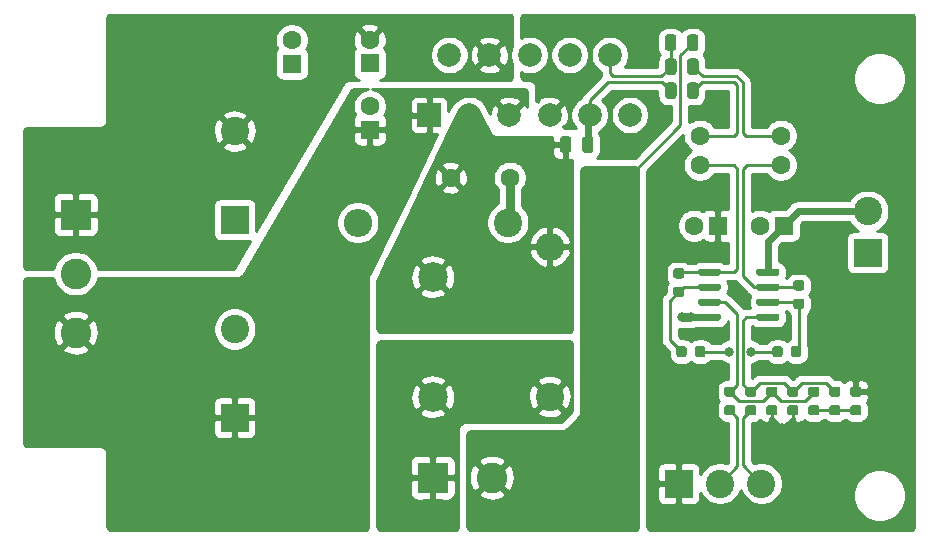
<source format=gbr>
G04 #@! TF.GenerationSoftware,KiCad,Pcbnew,5.1.9*
G04 #@! TF.CreationDate,2021-04-19T03:57:35-04:00*
G04 #@! TF.ProjectId,lm3886_amp_balanced_input,6c6d3338-3836-45f6-916d-705f62616c61,rev?*
G04 #@! TF.SameCoordinates,Original*
G04 #@! TF.FileFunction,Copper,L1,Top*
G04 #@! TF.FilePolarity,Positive*
%FSLAX46Y46*%
G04 Gerber Fmt 4.6, Leading zero omitted, Abs format (unit mm)*
G04 Created by KiCad (PCBNEW 5.1.9) date 2021-04-19 03:57:35*
%MOMM*%
%LPD*%
G01*
G04 APERTURE LIST*
G04 #@! TA.AperFunction,ComponentPad*
%ADD10C,2.500000*%
G04 #@! TD*
G04 #@! TA.AperFunction,ComponentPad*
%ADD11C,2.400000*%
G04 #@! TD*
G04 #@! TA.AperFunction,ComponentPad*
%ADD12R,2.400000X2.400000*%
G04 #@! TD*
G04 #@! TA.AperFunction,ComponentPad*
%ADD13C,2.600000*%
G04 #@! TD*
G04 #@! TA.AperFunction,ComponentPad*
%ADD14R,2.600000X2.600000*%
G04 #@! TD*
G04 #@! TA.AperFunction,ComponentPad*
%ADD15O,2.400000X2.400000*%
G04 #@! TD*
G04 #@! TA.AperFunction,ComponentPad*
%ADD16C,1.600000*%
G04 #@! TD*
G04 #@! TA.AperFunction,ComponentPad*
%ADD17R,2.000000X2.000000*%
G04 #@! TD*
G04 #@! TA.AperFunction,ComponentPad*
%ADD18C,2.000000*%
G04 #@! TD*
G04 #@! TA.AperFunction,ComponentPad*
%ADD19R,1.600000X1.600000*%
G04 #@! TD*
G04 #@! TA.AperFunction,ViaPad*
%ADD20C,0.800000*%
G04 #@! TD*
G04 #@! TA.AperFunction,Conductor*
%ADD21C,0.250000*%
G04 #@! TD*
G04 #@! TA.AperFunction,Conductor*
%ADD22C,0.800000*%
G04 #@! TD*
G04 #@! TA.AperFunction,Conductor*
%ADD23C,0.600000*%
G04 #@! TD*
G04 #@! TA.AperFunction,Conductor*
%ADD24C,0.254000*%
G04 #@! TD*
G04 #@! TA.AperFunction,Conductor*
%ADD25C,0.100000*%
G04 #@! TD*
G04 APERTURE END LIST*
D10*
X139954000Y-93726000D03*
X139954000Y-83566000D03*
G04 #@! TA.AperFunction,SMDPad,CuDef*
G36*
G01*
X160525750Y-84424000D02*
X161038250Y-84424000D01*
G75*
G02*
X161257000Y-84642750I0J-218750D01*
G01*
X161257000Y-85080250D01*
G75*
G02*
X161038250Y-85299000I-218750J0D01*
G01*
X160525750Y-85299000D01*
G75*
G02*
X160307000Y-85080250I0J218750D01*
G01*
X160307000Y-84642750D01*
G75*
G02*
X160525750Y-84424000I218750J0D01*
G01*
G37*
G04 #@! TD.AperFunction*
G04 #@! TA.AperFunction,SMDPad,CuDef*
G36*
G01*
X160525750Y-82849000D02*
X161038250Y-82849000D01*
G75*
G02*
X161257000Y-83067750I0J-218750D01*
G01*
X161257000Y-83505250D01*
G75*
G02*
X161038250Y-83724000I-218750J0D01*
G01*
X160525750Y-83724000D01*
G75*
G02*
X160307000Y-83505250I0J218750D01*
G01*
X160307000Y-83067750D01*
G75*
G02*
X160525750Y-82849000I218750J0D01*
G01*
G37*
G04 #@! TD.AperFunction*
G04 #@! TA.AperFunction,SMDPad,CuDef*
G36*
G01*
X170685750Y-85440000D02*
X171198250Y-85440000D01*
G75*
G02*
X171417000Y-85658750I0J-218750D01*
G01*
X171417000Y-86096250D01*
G75*
G02*
X171198250Y-86315000I-218750J0D01*
G01*
X170685750Y-86315000D01*
G75*
G02*
X170467000Y-86096250I0J218750D01*
G01*
X170467000Y-85658750D01*
G75*
G02*
X170685750Y-85440000I218750J0D01*
G01*
G37*
G04 #@! TD.AperFunction*
G04 #@! TA.AperFunction,SMDPad,CuDef*
G36*
G01*
X170685750Y-83865000D02*
X171198250Y-83865000D01*
G75*
G02*
X171417000Y-84083750I0J-218750D01*
G01*
X171417000Y-84521250D01*
G75*
G02*
X171198250Y-84740000I-218750J0D01*
G01*
X170685750Y-84740000D01*
G75*
G02*
X170467000Y-84521250I0J218750D01*
G01*
X170467000Y-84083750D01*
G75*
G02*
X170685750Y-83865000I218750J0D01*
G01*
G37*
G04 #@! TD.AperFunction*
G04 #@! TA.AperFunction,SMDPad,CuDef*
G36*
G01*
X163032000Y-89659750D02*
X163032000Y-90172250D01*
G75*
G02*
X162813250Y-90391000I-218750J0D01*
G01*
X162375750Y-90391000D01*
G75*
G02*
X162157000Y-90172250I0J218750D01*
G01*
X162157000Y-89659750D01*
G75*
G02*
X162375750Y-89441000I218750J0D01*
G01*
X162813250Y-89441000D01*
G75*
G02*
X163032000Y-89659750I0J-218750D01*
G01*
G37*
G04 #@! TD.AperFunction*
G04 #@! TA.AperFunction,SMDPad,CuDef*
G36*
G01*
X161457000Y-89659750D02*
X161457000Y-90172250D01*
G75*
G02*
X161238250Y-90391000I-218750J0D01*
G01*
X160800750Y-90391000D01*
G75*
G02*
X160582000Y-90172250I0J218750D01*
G01*
X160582000Y-89659750D01*
G75*
G02*
X160800750Y-89441000I218750J0D01*
G01*
X161238250Y-89441000D01*
G75*
G02*
X161457000Y-89659750I0J-218750D01*
G01*
G37*
G04 #@! TD.AperFunction*
G04 #@! TA.AperFunction,SMDPad,CuDef*
G36*
G01*
X169576000Y-89659750D02*
X169576000Y-90172250D01*
G75*
G02*
X169357250Y-90391000I-218750J0D01*
G01*
X168919750Y-90391000D01*
G75*
G02*
X168701000Y-90172250I0J218750D01*
G01*
X168701000Y-89659750D01*
G75*
G02*
X168919750Y-89441000I218750J0D01*
G01*
X169357250Y-89441000D01*
G75*
G02*
X169576000Y-89659750I0J-218750D01*
G01*
G37*
G04 #@! TD.AperFunction*
G04 #@! TA.AperFunction,SMDPad,CuDef*
G36*
G01*
X171151000Y-89659750D02*
X171151000Y-90172250D01*
G75*
G02*
X170932250Y-90391000I-218750J0D01*
G01*
X170494750Y-90391000D01*
G75*
G02*
X170276000Y-90172250I0J218750D01*
G01*
X170276000Y-89659750D01*
G75*
G02*
X170494750Y-89441000I218750J0D01*
G01*
X170932250Y-89441000D01*
G75*
G02*
X171151000Y-89659750I0J-218750D01*
G01*
G37*
G04 #@! TD.AperFunction*
G04 #@! TA.AperFunction,SMDPad,CuDef*
G36*
G01*
X152587000Y-72846250D02*
X152587000Y-71933750D01*
G75*
G02*
X152830750Y-71690000I243750J0D01*
G01*
X153318250Y-71690000D01*
G75*
G02*
X153562000Y-71933750I0J-243750D01*
G01*
X153562000Y-72846250D01*
G75*
G02*
X153318250Y-73090000I-243750J0D01*
G01*
X152830750Y-73090000D01*
G75*
G02*
X152587000Y-72846250I0J243750D01*
G01*
G37*
G04 #@! TD.AperFunction*
G04 #@! TA.AperFunction,SMDPad,CuDef*
G36*
G01*
X150712000Y-72846250D02*
X150712000Y-71933750D01*
G75*
G02*
X150955750Y-71690000I243750J0D01*
G01*
X151443250Y-71690000D01*
G75*
G02*
X151687000Y-71933750I0J-243750D01*
G01*
X151687000Y-72846250D01*
G75*
G02*
X151443250Y-73090000I-243750J0D01*
G01*
X150955750Y-73090000D01*
G75*
G02*
X150712000Y-72846250I0J243750D01*
G01*
G37*
G04 #@! TD.AperFunction*
G04 #@! TA.AperFunction,SMDPad,CuDef*
G36*
G01*
X160577000Y-63297750D02*
X160577000Y-64210250D01*
G75*
G02*
X160333250Y-64454000I-243750J0D01*
G01*
X159845750Y-64454000D01*
G75*
G02*
X159602000Y-64210250I0J243750D01*
G01*
X159602000Y-63297750D01*
G75*
G02*
X159845750Y-63054000I243750J0D01*
G01*
X160333250Y-63054000D01*
G75*
G02*
X160577000Y-63297750I0J-243750D01*
G01*
G37*
G04 #@! TD.AperFunction*
G04 #@! TA.AperFunction,SMDPad,CuDef*
G36*
G01*
X162452000Y-63297750D02*
X162452000Y-64210250D01*
G75*
G02*
X162208250Y-64454000I-243750J0D01*
G01*
X161720750Y-64454000D01*
G75*
G02*
X161477000Y-64210250I0J243750D01*
G01*
X161477000Y-63297750D01*
G75*
G02*
X161720750Y-63054000I243750J0D01*
G01*
X162208250Y-63054000D01*
G75*
G02*
X162452000Y-63297750I0J-243750D01*
G01*
G37*
G04 #@! TD.AperFunction*
G04 #@! TA.AperFunction,SMDPad,CuDef*
G36*
G01*
X161495000Y-68274250D02*
X161495000Y-67361750D01*
G75*
G02*
X161738750Y-67118000I243750J0D01*
G01*
X162226250Y-67118000D01*
G75*
G02*
X162470000Y-67361750I0J-243750D01*
G01*
X162470000Y-68274250D01*
G75*
G02*
X162226250Y-68518000I-243750J0D01*
G01*
X161738750Y-68518000D01*
G75*
G02*
X161495000Y-68274250I0J243750D01*
G01*
G37*
G04 #@! TD.AperFunction*
G04 #@! TA.AperFunction,SMDPad,CuDef*
G36*
G01*
X159620000Y-68274250D02*
X159620000Y-67361750D01*
G75*
G02*
X159863750Y-67118000I243750J0D01*
G01*
X160351250Y-67118000D01*
G75*
G02*
X160595000Y-67361750I0J-243750D01*
G01*
X160595000Y-68274250D01*
G75*
G02*
X160351250Y-68518000I-243750J0D01*
G01*
X159863750Y-68518000D01*
G75*
G02*
X159620000Y-68274250I0J243750D01*
G01*
G37*
G04 #@! TD.AperFunction*
G04 #@! TA.AperFunction,SMDPad,CuDef*
G36*
G01*
X161495000Y-66242250D02*
X161495000Y-65329750D01*
G75*
G02*
X161738750Y-65086000I243750J0D01*
G01*
X162226250Y-65086000D01*
G75*
G02*
X162470000Y-65329750I0J-243750D01*
G01*
X162470000Y-66242250D01*
G75*
G02*
X162226250Y-66486000I-243750J0D01*
G01*
X161738750Y-66486000D01*
G75*
G02*
X161495000Y-66242250I0J243750D01*
G01*
G37*
G04 #@! TD.AperFunction*
G04 #@! TA.AperFunction,SMDPad,CuDef*
G36*
G01*
X159620000Y-66242250D02*
X159620000Y-65329750D01*
G75*
G02*
X159863750Y-65086000I243750J0D01*
G01*
X160351250Y-65086000D01*
G75*
G02*
X160595000Y-65329750I0J-243750D01*
G01*
X160595000Y-66242250D01*
G75*
G02*
X160351250Y-66486000I-243750J0D01*
G01*
X159863750Y-66486000D01*
G75*
G02*
X159620000Y-66242250I0J243750D01*
G01*
G37*
G04 #@! TD.AperFunction*
G04 #@! TA.AperFunction,SMDPad,CuDef*
G36*
G01*
X172468250Y-93743000D02*
X171955750Y-93743000D01*
G75*
G02*
X171737000Y-93524250I0J218750D01*
G01*
X171737000Y-93086750D01*
G75*
G02*
X171955750Y-92868000I218750J0D01*
G01*
X172468250Y-92868000D01*
G75*
G02*
X172687000Y-93086750I0J-218750D01*
G01*
X172687000Y-93524250D01*
G75*
G02*
X172468250Y-93743000I-218750J0D01*
G01*
G37*
G04 #@! TD.AperFunction*
G04 #@! TA.AperFunction,SMDPad,CuDef*
G36*
G01*
X172468250Y-95318000D02*
X171955750Y-95318000D01*
G75*
G02*
X171737000Y-95099250I0J218750D01*
G01*
X171737000Y-94661750D01*
G75*
G02*
X171955750Y-94443000I218750J0D01*
G01*
X172468250Y-94443000D01*
G75*
G02*
X172687000Y-94661750I0J-218750D01*
G01*
X172687000Y-95099250D01*
G75*
G02*
X172468250Y-95318000I-218750J0D01*
G01*
G37*
G04 #@! TD.AperFunction*
G04 #@! TA.AperFunction,SMDPad,CuDef*
G36*
G01*
X173733750Y-94443000D02*
X174246250Y-94443000D01*
G75*
G02*
X174465000Y-94661750I0J-218750D01*
G01*
X174465000Y-95099250D01*
G75*
G02*
X174246250Y-95318000I-218750J0D01*
G01*
X173733750Y-95318000D01*
G75*
G02*
X173515000Y-95099250I0J218750D01*
G01*
X173515000Y-94661750D01*
G75*
G02*
X173733750Y-94443000I218750J0D01*
G01*
G37*
G04 #@! TD.AperFunction*
G04 #@! TA.AperFunction,SMDPad,CuDef*
G36*
G01*
X173733750Y-92868000D02*
X174246250Y-92868000D01*
G75*
G02*
X174465000Y-93086750I0J-218750D01*
G01*
X174465000Y-93524250D01*
G75*
G02*
X174246250Y-93743000I-218750J0D01*
G01*
X173733750Y-93743000D01*
G75*
G02*
X173515000Y-93524250I0J218750D01*
G01*
X173515000Y-93086750D01*
G75*
G02*
X173733750Y-92868000I218750J0D01*
G01*
G37*
G04 #@! TD.AperFunction*
G04 #@! TA.AperFunction,SMDPad,CuDef*
G36*
G01*
X176024250Y-93743000D02*
X175511750Y-93743000D01*
G75*
G02*
X175293000Y-93524250I0J218750D01*
G01*
X175293000Y-93086750D01*
G75*
G02*
X175511750Y-92868000I218750J0D01*
G01*
X176024250Y-92868000D01*
G75*
G02*
X176243000Y-93086750I0J-218750D01*
G01*
X176243000Y-93524250D01*
G75*
G02*
X176024250Y-93743000I-218750J0D01*
G01*
G37*
G04 #@! TD.AperFunction*
G04 #@! TA.AperFunction,SMDPad,CuDef*
G36*
G01*
X176024250Y-95318000D02*
X175511750Y-95318000D01*
G75*
G02*
X175293000Y-95099250I0J218750D01*
G01*
X175293000Y-94661750D01*
G75*
G02*
X175511750Y-94443000I218750J0D01*
G01*
X176024250Y-94443000D01*
G75*
G02*
X176243000Y-94661750I0J-218750D01*
G01*
X176243000Y-95099250D01*
G75*
G02*
X176024250Y-95318000I-218750J0D01*
G01*
G37*
G04 #@! TD.AperFunction*
G04 #@! TA.AperFunction,SMDPad,CuDef*
G36*
G01*
X164843750Y-94443000D02*
X165356250Y-94443000D01*
G75*
G02*
X165575000Y-94661750I0J-218750D01*
G01*
X165575000Y-95099250D01*
G75*
G02*
X165356250Y-95318000I-218750J0D01*
G01*
X164843750Y-95318000D01*
G75*
G02*
X164625000Y-95099250I0J218750D01*
G01*
X164625000Y-94661750D01*
G75*
G02*
X164843750Y-94443000I218750J0D01*
G01*
G37*
G04 #@! TD.AperFunction*
G04 #@! TA.AperFunction,SMDPad,CuDef*
G36*
G01*
X164843750Y-92868000D02*
X165356250Y-92868000D01*
G75*
G02*
X165575000Y-93086750I0J-218750D01*
G01*
X165575000Y-93524250D01*
G75*
G02*
X165356250Y-93743000I-218750J0D01*
G01*
X164843750Y-93743000D01*
G75*
G02*
X164625000Y-93524250I0J218750D01*
G01*
X164625000Y-93086750D01*
G75*
G02*
X164843750Y-92868000I218750J0D01*
G01*
G37*
G04 #@! TD.AperFunction*
G04 #@! TA.AperFunction,SMDPad,CuDef*
G36*
G01*
X166621750Y-94443000D02*
X167134250Y-94443000D01*
G75*
G02*
X167353000Y-94661750I0J-218750D01*
G01*
X167353000Y-95099250D01*
G75*
G02*
X167134250Y-95318000I-218750J0D01*
G01*
X166621750Y-95318000D01*
G75*
G02*
X166403000Y-95099250I0J218750D01*
G01*
X166403000Y-94661750D01*
G75*
G02*
X166621750Y-94443000I218750J0D01*
G01*
G37*
G04 #@! TD.AperFunction*
G04 #@! TA.AperFunction,SMDPad,CuDef*
G36*
G01*
X166621750Y-92868000D02*
X167134250Y-92868000D01*
G75*
G02*
X167353000Y-93086750I0J-218750D01*
G01*
X167353000Y-93524250D01*
G75*
G02*
X167134250Y-93743000I-218750J0D01*
G01*
X166621750Y-93743000D01*
G75*
G02*
X166403000Y-93524250I0J218750D01*
G01*
X166403000Y-93086750D01*
G75*
G02*
X166621750Y-92868000I218750J0D01*
G01*
G37*
G04 #@! TD.AperFunction*
G04 #@! TA.AperFunction,SMDPad,CuDef*
G36*
G01*
X168912250Y-93743000D02*
X168399750Y-93743000D01*
G75*
G02*
X168181000Y-93524250I0J218750D01*
G01*
X168181000Y-93086750D01*
G75*
G02*
X168399750Y-92868000I218750J0D01*
G01*
X168912250Y-92868000D01*
G75*
G02*
X169131000Y-93086750I0J-218750D01*
G01*
X169131000Y-93524250D01*
G75*
G02*
X168912250Y-93743000I-218750J0D01*
G01*
G37*
G04 #@! TD.AperFunction*
G04 #@! TA.AperFunction,SMDPad,CuDef*
G36*
G01*
X168912250Y-95318000D02*
X168399750Y-95318000D01*
G75*
G02*
X168181000Y-95099250I0J218750D01*
G01*
X168181000Y-94661750D01*
G75*
G02*
X168399750Y-94443000I218750J0D01*
G01*
X168912250Y-94443000D01*
G75*
G02*
X169131000Y-94661750I0J-218750D01*
G01*
X169131000Y-95099250D01*
G75*
G02*
X168912250Y-95318000I-218750J0D01*
G01*
G37*
G04 #@! TD.AperFunction*
G04 #@! TA.AperFunction,SMDPad,CuDef*
G36*
G01*
X170177750Y-94443000D02*
X170690250Y-94443000D01*
G75*
G02*
X170909000Y-94661750I0J-218750D01*
G01*
X170909000Y-95099250D01*
G75*
G02*
X170690250Y-95318000I-218750J0D01*
G01*
X170177750Y-95318000D01*
G75*
G02*
X169959000Y-95099250I0J218750D01*
G01*
X169959000Y-94661750D01*
G75*
G02*
X170177750Y-94443000I218750J0D01*
G01*
G37*
G04 #@! TD.AperFunction*
G04 #@! TA.AperFunction,SMDPad,CuDef*
G36*
G01*
X170177750Y-92868000D02*
X170690250Y-92868000D01*
G75*
G02*
X170909000Y-93086750I0J-218750D01*
G01*
X170909000Y-93524250D01*
G75*
G02*
X170690250Y-93743000I-218750J0D01*
G01*
X170177750Y-93743000D01*
G75*
G02*
X169959000Y-93524250I0J218750D01*
G01*
X169959000Y-93086750D01*
G75*
G02*
X170177750Y-92868000I218750J0D01*
G01*
G37*
G04 #@! TD.AperFunction*
D11*
X176784000Y-78034000D03*
D12*
X176784000Y-81534000D03*
D13*
X109728000Y-88312000D03*
X109728000Y-83312000D03*
D14*
X109728000Y-78312000D03*
D13*
X144954000Y-100584000D03*
D14*
X139954000Y-100584000D03*
D11*
X167782000Y-101092000D03*
X164282000Y-101092000D03*
D12*
X160782000Y-101092000D03*
D15*
X133604000Y-78994000D03*
D11*
X146304000Y-78994000D03*
X149860000Y-93726000D03*
D15*
X149860000Y-81026000D03*
G04 #@! TA.AperFunction,SMDPad,CuDef*
G36*
G01*
X167362000Y-83335000D02*
X167362000Y-83035000D01*
G75*
G02*
X167512000Y-82885000I150000J0D01*
G01*
X169162000Y-82885000D01*
G75*
G02*
X169312000Y-83035000I0J-150000D01*
G01*
X169312000Y-83335000D01*
G75*
G02*
X169162000Y-83485000I-150000J0D01*
G01*
X167512000Y-83485000D01*
G75*
G02*
X167362000Y-83335000I0J150000D01*
G01*
G37*
G04 #@! TD.AperFunction*
G04 #@! TA.AperFunction,SMDPad,CuDef*
G36*
G01*
X167362000Y-84605000D02*
X167362000Y-84305000D01*
G75*
G02*
X167512000Y-84155000I150000J0D01*
G01*
X169162000Y-84155000D01*
G75*
G02*
X169312000Y-84305000I0J-150000D01*
G01*
X169312000Y-84605000D01*
G75*
G02*
X169162000Y-84755000I-150000J0D01*
G01*
X167512000Y-84755000D01*
G75*
G02*
X167362000Y-84605000I0J150000D01*
G01*
G37*
G04 #@! TD.AperFunction*
G04 #@! TA.AperFunction,SMDPad,CuDef*
G36*
G01*
X167362000Y-85875000D02*
X167362000Y-85575000D01*
G75*
G02*
X167512000Y-85425000I150000J0D01*
G01*
X169162000Y-85425000D01*
G75*
G02*
X169312000Y-85575000I0J-150000D01*
G01*
X169312000Y-85875000D01*
G75*
G02*
X169162000Y-86025000I-150000J0D01*
G01*
X167512000Y-86025000D01*
G75*
G02*
X167362000Y-85875000I0J150000D01*
G01*
G37*
G04 #@! TD.AperFunction*
G04 #@! TA.AperFunction,SMDPad,CuDef*
G36*
G01*
X167362000Y-87145000D02*
X167362000Y-86845000D01*
G75*
G02*
X167512000Y-86695000I150000J0D01*
G01*
X169162000Y-86695000D01*
G75*
G02*
X169312000Y-86845000I0J-150000D01*
G01*
X169312000Y-87145000D01*
G75*
G02*
X169162000Y-87295000I-150000J0D01*
G01*
X167512000Y-87295000D01*
G75*
G02*
X167362000Y-87145000I0J150000D01*
G01*
G37*
G04 #@! TD.AperFunction*
G04 #@! TA.AperFunction,SMDPad,CuDef*
G36*
G01*
X162412000Y-87145000D02*
X162412000Y-86845000D01*
G75*
G02*
X162562000Y-86695000I150000J0D01*
G01*
X164212000Y-86695000D01*
G75*
G02*
X164362000Y-86845000I0J-150000D01*
G01*
X164362000Y-87145000D01*
G75*
G02*
X164212000Y-87295000I-150000J0D01*
G01*
X162562000Y-87295000D01*
G75*
G02*
X162412000Y-87145000I0J150000D01*
G01*
G37*
G04 #@! TD.AperFunction*
G04 #@! TA.AperFunction,SMDPad,CuDef*
G36*
G01*
X162412000Y-85875000D02*
X162412000Y-85575000D01*
G75*
G02*
X162562000Y-85425000I150000J0D01*
G01*
X164212000Y-85425000D01*
G75*
G02*
X164362000Y-85575000I0J-150000D01*
G01*
X164362000Y-85875000D01*
G75*
G02*
X164212000Y-86025000I-150000J0D01*
G01*
X162562000Y-86025000D01*
G75*
G02*
X162412000Y-85875000I0J150000D01*
G01*
G37*
G04 #@! TD.AperFunction*
G04 #@! TA.AperFunction,SMDPad,CuDef*
G36*
G01*
X162412000Y-84605000D02*
X162412000Y-84305000D01*
G75*
G02*
X162562000Y-84155000I150000J0D01*
G01*
X164212000Y-84155000D01*
G75*
G02*
X164362000Y-84305000I0J-150000D01*
G01*
X164362000Y-84605000D01*
G75*
G02*
X164212000Y-84755000I-150000J0D01*
G01*
X162562000Y-84755000D01*
G75*
G02*
X162412000Y-84605000I0J150000D01*
G01*
G37*
G04 #@! TD.AperFunction*
G04 #@! TA.AperFunction,SMDPad,CuDef*
G36*
G01*
X162412000Y-83335000D02*
X162412000Y-83035000D01*
G75*
G02*
X162562000Y-82885000I150000J0D01*
G01*
X164212000Y-82885000D01*
G75*
G02*
X164362000Y-83035000I0J-150000D01*
G01*
X164362000Y-83335000D01*
G75*
G02*
X164212000Y-83485000I-150000J0D01*
G01*
X162562000Y-83485000D01*
G75*
G02*
X162412000Y-83335000I0J150000D01*
G01*
G37*
G04 #@! TD.AperFunction*
D16*
X162560000Y-74128000D03*
X162560000Y-71628000D03*
X169418000Y-74128000D03*
X169418000Y-71628000D03*
D17*
X139648000Y-69882000D03*
D18*
X141348000Y-64802000D03*
X143048000Y-69882000D03*
X144748000Y-64802000D03*
X146448000Y-69882000D03*
X148148000Y-64802000D03*
X149848000Y-69882000D03*
X151548000Y-64802000D03*
X153248000Y-69882000D03*
X154948000Y-64802000D03*
X156648000Y-69882000D03*
D19*
X128016000Y-65532000D03*
D16*
X128016000Y-63532000D03*
D19*
X164084000Y-79248000D03*
D16*
X162084000Y-79248000D03*
D19*
X169672000Y-79248000D03*
D16*
X167672000Y-79248000D03*
X134620000Y-63500000D03*
D19*
X134620000Y-65500000D03*
D16*
X134620000Y-69120000D03*
D19*
X134620000Y-71120000D03*
D11*
X123190000Y-71240000D03*
D12*
X123190000Y-78740000D03*
D11*
X123190000Y-88004000D03*
D12*
X123190000Y-95504000D03*
D16*
X146478000Y-75184000D03*
X141478000Y-75184000D03*
D20*
X169545000Y-96393000D03*
X175768000Y-91948000D03*
X164592000Y-98044000D03*
X167386000Y-98044000D03*
X167386000Y-88392000D03*
X164592000Y-88392000D03*
X167640000Y-91440000D03*
X164338000Y-91440000D03*
X164592000Y-75692000D03*
X164592000Y-76962000D03*
X167386000Y-75692000D03*
X167386000Y-76962000D03*
X156464000Y-72390000D03*
X159512000Y-70104000D03*
X164084000Y-69596000D03*
X158750000Y-75184000D03*
X158750000Y-78232000D03*
X158750000Y-81280000D03*
X158750000Y-84582000D03*
X158750000Y-87884000D03*
X158750000Y-91694000D03*
X158750000Y-95250000D03*
X161544000Y-93472000D03*
X161544000Y-76454000D03*
X165862000Y-85090000D03*
X150368000Y-61976000D03*
X157480000Y-61976000D03*
X165862000Y-61976000D03*
X173228000Y-61976000D03*
X180086000Y-74168000D03*
X180086000Y-79756000D03*
X180086000Y-86106000D03*
X180086000Y-91948000D03*
X180086000Y-98552000D03*
X174244000Y-104394000D03*
X167640000Y-104394000D03*
X173228000Y-99060000D03*
X175260000Y-87884000D03*
X173228000Y-79756000D03*
X174752000Y-79756000D03*
X173228000Y-76200000D03*
X174752000Y-76200000D03*
X173228000Y-83566000D03*
X174752000Y-83566000D03*
X175768000Y-71882000D03*
X171704000Y-67564000D03*
X150876000Y-67056000D03*
X122936000Y-62484000D03*
X154178000Y-75946000D03*
X155702000Y-77470000D03*
X154178000Y-77470000D03*
X154940000Y-77470000D03*
X154940000Y-75946000D03*
X154178000Y-76708000D03*
X155702000Y-76708000D03*
X154940000Y-76708000D03*
X154178000Y-75184000D03*
X154940000Y-75184000D03*
X155702000Y-75184000D03*
X153416000Y-75184000D03*
X153416000Y-75946000D03*
X153416000Y-76708000D03*
X153416000Y-77470000D03*
X156464000Y-77470000D03*
X156464000Y-76708000D03*
X156464000Y-75946000D03*
X156464000Y-75184000D03*
X155702000Y-75946000D03*
X165010001Y-89916000D03*
X166910011Y-89916000D03*
X161036000Y-86995000D03*
X161798000Y-86995000D03*
D21*
X168656000Y-95504000D02*
X169545000Y-96393000D01*
X168656000Y-94880500D02*
X168656000Y-95504000D01*
X170434000Y-95504000D02*
X169545000Y-96393000D01*
X170434000Y-94880500D02*
X170434000Y-95504000D01*
X175768000Y-93305500D02*
X175768000Y-91948000D01*
X169671490Y-92542990D02*
X170434000Y-93305500D01*
X167640510Y-92542990D02*
X169671490Y-92542990D01*
X166878000Y-93305500D02*
X167640510Y-92542990D01*
X171196510Y-92542990D02*
X173227490Y-92542990D01*
X173227490Y-92542990D02*
X173990000Y-93305500D01*
X170434000Y-93305500D02*
X171196510Y-92542990D01*
X166878000Y-93305500D02*
X166838500Y-93305500D01*
X166838500Y-93305500D02*
X166185011Y-92652011D01*
X166185011Y-92652011D02*
X166185011Y-87306989D01*
X166497000Y-86995000D02*
X168337000Y-86995000D01*
X166185011Y-87306989D02*
X166497000Y-86995000D01*
X167893490Y-94068010D02*
X168656000Y-93305500D01*
X165862510Y-94068010D02*
X167893490Y-94068010D01*
X165100000Y-93305500D02*
X165862510Y-94068010D01*
X171449490Y-94068010D02*
X172212000Y-93305500D01*
X169418510Y-94068010D02*
X171449490Y-94068010D01*
X168656000Y-93305500D02*
X169418510Y-94068010D01*
X165100000Y-93305500D02*
X165139500Y-93305500D01*
X165735001Y-92709999D02*
X165735001Y-86741001D01*
X165139500Y-93305500D02*
X165735001Y-92709999D01*
X164719000Y-85725000D02*
X163387000Y-85725000D01*
X165735001Y-86741001D02*
X164719000Y-85725000D01*
X168337000Y-84455000D02*
X167132000Y-84455000D01*
X167132000Y-84455000D02*
X166185010Y-83508010D01*
X166185010Y-83508010D02*
X166185010Y-74479990D01*
X166537000Y-74128000D02*
X169418000Y-74128000D01*
X166185010Y-74479990D02*
X166537000Y-74128000D01*
X170789500Y-84455000D02*
X170942000Y-84302500D01*
X168337000Y-84455000D02*
X170789500Y-84455000D01*
X169418000Y-71628000D02*
X166439009Y-71628000D01*
X166185009Y-67123599D02*
X165667400Y-66605990D01*
X166185010Y-71374001D02*
X166185009Y-67123599D01*
X166439009Y-71628000D02*
X166185010Y-71374001D01*
X162802490Y-66605990D02*
X161982500Y-65786000D01*
X165667400Y-66605990D02*
X162802490Y-66605990D01*
D22*
X146478000Y-78820000D02*
X146304000Y-78994000D01*
X146478000Y-75184000D02*
X146478000Y-78820000D01*
D21*
X164282000Y-101092000D02*
X165735000Y-99639000D01*
X165735000Y-95515500D02*
X165100000Y-94880500D01*
X165735000Y-99639000D02*
X165735000Y-95515500D01*
X160920010Y-70727990D02*
X156464000Y-75184000D01*
X160920010Y-64798490D02*
X160920010Y-70727990D01*
X161964500Y-63754000D02*
X160920010Y-64798490D01*
X162594500Y-89916000D02*
X165010001Y-89916000D01*
X166910011Y-89916000D02*
X169138500Y-89916000D01*
X170942000Y-89907000D02*
X170951000Y-89916000D01*
X170789500Y-85725000D02*
X170942000Y-85877500D01*
X168337000Y-85725000D02*
X170789500Y-85725000D01*
X170942000Y-89687500D02*
X170713500Y-89916000D01*
X170942000Y-85877500D02*
X170942000Y-89687500D01*
X160020000Y-63772000D02*
X160002000Y-63754000D01*
X160089500Y-65768000D02*
X160107500Y-65786000D01*
X160089500Y-63754000D02*
X160089500Y-65768000D01*
X160107500Y-65786000D02*
X159287510Y-66605990D01*
X159287510Y-66605990D02*
X155251990Y-66605990D01*
X154948000Y-66302000D02*
X154948000Y-64802000D01*
X155251990Y-66605990D02*
X154948000Y-66302000D01*
X172212000Y-94880500D02*
X173990000Y-94880500D01*
X173990000Y-94880500D02*
X175768000Y-94880500D01*
X162560000Y-71628000D02*
X165481000Y-71628000D01*
X165481000Y-71628000D02*
X165735000Y-71374000D01*
X165735000Y-71374000D02*
X165735000Y-67310000D01*
X165735000Y-67310000D02*
X165481000Y-67056000D01*
X162744500Y-67056000D02*
X161982500Y-67818000D01*
X165481000Y-67056000D02*
X162744500Y-67056000D01*
X160830500Y-83185000D02*
X160782000Y-83136500D01*
X163387000Y-83185000D02*
X165481000Y-83185000D01*
X165481000Y-83185000D02*
X165735000Y-82931000D01*
X165735000Y-82931000D02*
X165735000Y-74422000D01*
X165441000Y-74128000D02*
X162560000Y-74128000D01*
X165735000Y-74422000D02*
X165441000Y-74128000D01*
X160883500Y-83185000D02*
X160782000Y-83286500D01*
X163387000Y-83185000D02*
X160883500Y-83185000D01*
D23*
X168337000Y-80583000D02*
X169672000Y-79248000D01*
X168337000Y-83185000D02*
X168337000Y-80583000D01*
X170886000Y-78034000D02*
X169672000Y-79248000D01*
X176784000Y-78034000D02*
X170886000Y-78034000D01*
X161798000Y-86995000D02*
X163387000Y-86995000D01*
D21*
X167782000Y-101092000D02*
X166185010Y-99495010D01*
X166185010Y-95573490D02*
X166878000Y-94880500D01*
X166185010Y-99495010D02*
X166185010Y-95573490D01*
X161188500Y-84455000D02*
X160782000Y-84861500D01*
X163387000Y-84455000D02*
X161188500Y-84455000D01*
X160782000Y-84861500D02*
X160756500Y-84861500D01*
X160756500Y-84861500D02*
X160020000Y-85598000D01*
X160020000Y-88916500D02*
X161019500Y-89916000D01*
X160020000Y-85598000D02*
X160020000Y-88916500D01*
X153248000Y-68621000D02*
X153248000Y-69882000D01*
X154813000Y-67056000D02*
X153248000Y-68621000D01*
X159345500Y-67056000D02*
X154813000Y-67056000D01*
X160107500Y-67818000D02*
X159345500Y-67056000D01*
D23*
X153074500Y-70055500D02*
X153248000Y-69882000D01*
X153074500Y-72390000D02*
X153074500Y-70055500D01*
D24*
X134201426Y-67740147D02*
X133940273Y-67848320D01*
X133705241Y-68005363D01*
X133505363Y-68205241D01*
X133348320Y-68440273D01*
X133240147Y-68701426D01*
X133185000Y-68978665D01*
X133185000Y-69261335D01*
X133240147Y-69538574D01*
X133348320Y-69799727D01*
X133385393Y-69855210D01*
X133368815Y-69868815D01*
X133289463Y-69965506D01*
X133230498Y-70075820D01*
X133194188Y-70195518D01*
X133181928Y-70320000D01*
X133185000Y-70834250D01*
X133343750Y-70993000D01*
X134493000Y-70993000D01*
X134493000Y-70973000D01*
X134747000Y-70973000D01*
X134747000Y-70993000D01*
X135896250Y-70993000D01*
X136007250Y-70882000D01*
X138009928Y-70882000D01*
X138022188Y-71006482D01*
X138058498Y-71126180D01*
X138117463Y-71236494D01*
X138196815Y-71333185D01*
X138293506Y-71412537D01*
X138403820Y-71471502D01*
X138523518Y-71507812D01*
X138648000Y-71520072D01*
X139362250Y-71517000D01*
X139521000Y-71358250D01*
X139521000Y-70009000D01*
X138171750Y-70009000D01*
X138013000Y-70167750D01*
X138009928Y-70882000D01*
X136007250Y-70882000D01*
X136055000Y-70834250D01*
X136058072Y-70320000D01*
X136045812Y-70195518D01*
X136009502Y-70075820D01*
X135950537Y-69965506D01*
X135871185Y-69868815D01*
X135854607Y-69855210D01*
X135891680Y-69799727D01*
X135999853Y-69538574D01*
X136055000Y-69261335D01*
X136055000Y-68978665D01*
X136035772Y-68882000D01*
X138009928Y-68882000D01*
X138013000Y-69596250D01*
X138171750Y-69755000D01*
X139521000Y-69755000D01*
X139521000Y-68405750D01*
X139362250Y-68247000D01*
X138648000Y-68243928D01*
X138523518Y-68256188D01*
X138403820Y-68292498D01*
X138293506Y-68351463D01*
X138196815Y-68430815D01*
X138117463Y-68527506D01*
X138058498Y-68637820D01*
X138022188Y-68757518D01*
X138009928Y-68882000D01*
X136035772Y-68882000D01*
X135999853Y-68701426D01*
X135891680Y-68440273D01*
X135734637Y-68205241D01*
X135534759Y-68005363D01*
X135299727Y-67848320D01*
X135038574Y-67740147D01*
X134791499Y-67691000D01*
X147573672Y-67691000D01*
X147678257Y-67704769D01*
X147767955Y-67741923D01*
X147844976Y-67801024D01*
X147904077Y-67878045D01*
X147941231Y-67967743D01*
X147955000Y-68072328D01*
X147955000Y-69237030D01*
X147940795Y-69195912D01*
X147847814Y-69021956D01*
X147583413Y-68926192D01*
X146627605Y-69882000D01*
X146641748Y-69896143D01*
X146462143Y-70075748D01*
X146448000Y-70061605D01*
X146433858Y-70075748D01*
X146254253Y-69896143D01*
X146268395Y-69882000D01*
X145312587Y-68926192D01*
X145048186Y-69021956D01*
X144907296Y-69311571D01*
X144825616Y-69623108D01*
X144816585Y-69773268D01*
X144560645Y-69261387D01*
X144496918Y-69107537D01*
X144317987Y-68839748D01*
X144224826Y-68746587D01*
X145492192Y-68746587D01*
X146448000Y-69702395D01*
X147403808Y-68746587D01*
X147308044Y-68482186D01*
X147018429Y-68341296D01*
X146706892Y-68259616D01*
X146385405Y-68240282D01*
X146066325Y-68284039D01*
X145761912Y-68389205D01*
X145587956Y-68482186D01*
X145492192Y-68746587D01*
X144224826Y-68746587D01*
X144090252Y-68612013D01*
X143822463Y-68433082D01*
X143524912Y-68309832D01*
X143209033Y-68247000D01*
X142886967Y-68247000D01*
X142571088Y-68309832D01*
X142273537Y-68433082D01*
X142092351Y-68554147D01*
X142030021Y-68581622D01*
X141880986Y-68673730D01*
X141774764Y-68761751D01*
X141656575Y-68891077D01*
X141578449Y-69004774D01*
X141533842Y-69080412D01*
X141283061Y-69581973D01*
X141286072Y-68882000D01*
X141273812Y-68757518D01*
X141237502Y-68637820D01*
X141178537Y-68527506D01*
X141099185Y-68430815D01*
X141002494Y-68351463D01*
X140892180Y-68292498D01*
X140772482Y-68256188D01*
X140648000Y-68243928D01*
X139933750Y-68247000D01*
X139775000Y-68405750D01*
X139775000Y-69755000D01*
X139795000Y-69755000D01*
X139795000Y-70009000D01*
X139775000Y-70009000D01*
X139775000Y-71358250D01*
X139933750Y-71517000D01*
X140328262Y-71518697D01*
X137827167Y-76729311D01*
X134556915Y-83406076D01*
X134551307Y-83419396D01*
X134513247Y-83526449D01*
X134506731Y-83554562D01*
X134493822Y-83667443D01*
X134493000Y-83681873D01*
X134493000Y-104647672D01*
X134479231Y-104752257D01*
X134442077Y-104841955D01*
X134382976Y-104918976D01*
X134305955Y-104978077D01*
X134303727Y-104979000D01*
X112584273Y-104979000D01*
X112582045Y-104978077D01*
X112505024Y-104918976D01*
X112445923Y-104841955D01*
X112408769Y-104752257D01*
X112395000Y-104647672D01*
X112395000Y-98544000D01*
X112393914Y-98527423D01*
X112376877Y-98398013D01*
X112368296Y-98365989D01*
X112318346Y-98245399D01*
X112301768Y-98216687D01*
X112222308Y-98113134D01*
X112198866Y-98089692D01*
X112095313Y-98010232D01*
X112066601Y-97993654D01*
X111946011Y-97943704D01*
X111913987Y-97935123D01*
X111784577Y-97918086D01*
X111768000Y-97917000D01*
X105664328Y-97917000D01*
X105559743Y-97903231D01*
X105470045Y-97866077D01*
X105393024Y-97806976D01*
X105333923Y-97729955D01*
X105333000Y-97727727D01*
X105333000Y-96704000D01*
X121351928Y-96704000D01*
X121364188Y-96828482D01*
X121400498Y-96948180D01*
X121459463Y-97058494D01*
X121538815Y-97155185D01*
X121635506Y-97234537D01*
X121745820Y-97293502D01*
X121865518Y-97329812D01*
X121990000Y-97342072D01*
X122904250Y-97339000D01*
X123063000Y-97180250D01*
X123063000Y-95631000D01*
X123317000Y-95631000D01*
X123317000Y-97180250D01*
X123475750Y-97339000D01*
X124390000Y-97342072D01*
X124514482Y-97329812D01*
X124634180Y-97293502D01*
X124744494Y-97234537D01*
X124841185Y-97155185D01*
X124920537Y-97058494D01*
X124979502Y-96948180D01*
X125015812Y-96828482D01*
X125028072Y-96704000D01*
X125025000Y-95789750D01*
X124866250Y-95631000D01*
X123317000Y-95631000D01*
X123063000Y-95631000D01*
X121513750Y-95631000D01*
X121355000Y-95789750D01*
X121351928Y-96704000D01*
X105333000Y-96704000D01*
X105333000Y-94304000D01*
X121351928Y-94304000D01*
X121355000Y-95218250D01*
X121513750Y-95377000D01*
X123063000Y-95377000D01*
X123063000Y-93827750D01*
X123317000Y-93827750D01*
X123317000Y-95377000D01*
X124866250Y-95377000D01*
X125025000Y-95218250D01*
X125028072Y-94304000D01*
X125015812Y-94179518D01*
X124979502Y-94059820D01*
X124920537Y-93949506D01*
X124841185Y-93852815D01*
X124744494Y-93773463D01*
X124634180Y-93714498D01*
X124514482Y-93678188D01*
X124390000Y-93665928D01*
X123475750Y-93669000D01*
X123317000Y-93827750D01*
X123063000Y-93827750D01*
X122904250Y-93669000D01*
X121990000Y-93665928D01*
X121865518Y-93678188D01*
X121745820Y-93714498D01*
X121635506Y-93773463D01*
X121538815Y-93852815D01*
X121459463Y-93949506D01*
X121400498Y-94059820D01*
X121364188Y-94179518D01*
X121351928Y-94304000D01*
X105333000Y-94304000D01*
X105333000Y-89661224D01*
X108558381Y-89661224D01*
X108690317Y-89956312D01*
X109031045Y-90127159D01*
X109398557Y-90228250D01*
X109778729Y-90255701D01*
X110156951Y-90208457D01*
X110518690Y-90088333D01*
X110765683Y-89956312D01*
X110897619Y-89661224D01*
X109728000Y-88491605D01*
X108558381Y-89661224D01*
X105333000Y-89661224D01*
X105333000Y-88362729D01*
X107784299Y-88362729D01*
X107831543Y-88740951D01*
X107951667Y-89102690D01*
X108083688Y-89349683D01*
X108378776Y-89481619D01*
X109548395Y-88312000D01*
X109907605Y-88312000D01*
X111077224Y-89481619D01*
X111372312Y-89349683D01*
X111543159Y-89008955D01*
X111644250Y-88641443D01*
X111671701Y-88261271D01*
X111624457Y-87883049D01*
X111604606Y-87823268D01*
X121355000Y-87823268D01*
X121355000Y-88184732D01*
X121425518Y-88539250D01*
X121563844Y-88873199D01*
X121764662Y-89173744D01*
X122020256Y-89429338D01*
X122320801Y-89630156D01*
X122654750Y-89768482D01*
X123009268Y-89839000D01*
X123370732Y-89839000D01*
X123725250Y-89768482D01*
X124059199Y-89630156D01*
X124359744Y-89429338D01*
X124615338Y-89173744D01*
X124816156Y-88873199D01*
X124954482Y-88539250D01*
X125025000Y-88184732D01*
X125025000Y-87823268D01*
X124954482Y-87468750D01*
X124816156Y-87134801D01*
X124615338Y-86834256D01*
X124359744Y-86578662D01*
X124059199Y-86377844D01*
X123725250Y-86239518D01*
X123370732Y-86169000D01*
X123009268Y-86169000D01*
X122654750Y-86239518D01*
X122320801Y-86377844D01*
X122020256Y-86578662D01*
X121764662Y-86834256D01*
X121563844Y-87134801D01*
X121425518Y-87468750D01*
X121355000Y-87823268D01*
X111604606Y-87823268D01*
X111504333Y-87521310D01*
X111372312Y-87274317D01*
X111077224Y-87142381D01*
X109907605Y-88312000D01*
X109548395Y-88312000D01*
X108378776Y-87142381D01*
X108083688Y-87274317D01*
X107912841Y-87615045D01*
X107811750Y-87982557D01*
X107784299Y-88362729D01*
X105333000Y-88362729D01*
X105333000Y-86962776D01*
X108558381Y-86962776D01*
X109728000Y-88132395D01*
X110897619Y-86962776D01*
X110765683Y-86667688D01*
X110424955Y-86496841D01*
X110057443Y-86395750D01*
X109677271Y-86368299D01*
X109299049Y-86415543D01*
X108937310Y-86535667D01*
X108690317Y-86667688D01*
X108558381Y-86962776D01*
X105333000Y-86962776D01*
X105333000Y-83882273D01*
X105333923Y-83880045D01*
X105393024Y-83803024D01*
X105470045Y-83743923D01*
X105559743Y-83706769D01*
X105664328Y-83693000D01*
X107830877Y-83693000D01*
X107867361Y-83876419D01*
X108013225Y-84228566D01*
X108224987Y-84545491D01*
X108494509Y-84815013D01*
X108811434Y-85026775D01*
X109163581Y-85172639D01*
X109537419Y-85247000D01*
X109918581Y-85247000D01*
X110292419Y-85172639D01*
X110644566Y-85026775D01*
X110961491Y-84815013D01*
X111231013Y-84545491D01*
X111442775Y-84228566D01*
X111588639Y-83876419D01*
X111625123Y-83693000D01*
X123411797Y-83693000D01*
X123428256Y-83691929D01*
X123556768Y-83675132D01*
X123588583Y-83666671D01*
X123708460Y-83617407D01*
X123737030Y-83601052D01*
X123840218Y-83522631D01*
X123863625Y-83499485D01*
X123943191Y-83397178D01*
X123952450Y-83383527D01*
X126636570Y-78813268D01*
X131769000Y-78813268D01*
X131769000Y-79174732D01*
X131839518Y-79529250D01*
X131977844Y-79863199D01*
X132178662Y-80163744D01*
X132434256Y-80419338D01*
X132734801Y-80620156D01*
X133068750Y-80758482D01*
X133423268Y-80829000D01*
X133784732Y-80829000D01*
X134139250Y-80758482D01*
X134473199Y-80620156D01*
X134773744Y-80419338D01*
X135029338Y-80163744D01*
X135230156Y-79863199D01*
X135368482Y-79529250D01*
X135439000Y-79174732D01*
X135439000Y-78813268D01*
X135368482Y-78458750D01*
X135230156Y-78124801D01*
X135029338Y-77824256D01*
X134773744Y-77568662D01*
X134473199Y-77367844D01*
X134139250Y-77229518D01*
X133784732Y-77159000D01*
X133423268Y-77159000D01*
X133068750Y-77229518D01*
X132734801Y-77367844D01*
X132434256Y-77568662D01*
X132178662Y-77824256D01*
X131977844Y-78124801D01*
X131839518Y-78458750D01*
X131769000Y-78813268D01*
X126636570Y-78813268D01*
X130684997Y-71920000D01*
X133181928Y-71920000D01*
X133194188Y-72044482D01*
X133230498Y-72164180D01*
X133289463Y-72274494D01*
X133368815Y-72371185D01*
X133465506Y-72450537D01*
X133575820Y-72509502D01*
X133695518Y-72545812D01*
X133820000Y-72558072D01*
X134334250Y-72555000D01*
X134493000Y-72396250D01*
X134493000Y-71247000D01*
X134747000Y-71247000D01*
X134747000Y-72396250D01*
X134905750Y-72555000D01*
X135420000Y-72558072D01*
X135544482Y-72545812D01*
X135664180Y-72509502D01*
X135774494Y-72450537D01*
X135871185Y-72371185D01*
X135950537Y-72274494D01*
X136009502Y-72164180D01*
X136045812Y-72044482D01*
X136058072Y-71920000D01*
X136055000Y-71405750D01*
X135896250Y-71247000D01*
X134747000Y-71247000D01*
X134493000Y-71247000D01*
X133343750Y-71247000D01*
X133185000Y-71405750D01*
X133181928Y-71920000D01*
X130684997Y-71920000D01*
X133056383Y-67882235D01*
X133120689Y-67799549D01*
X133197438Y-67741221D01*
X133286612Y-67704574D01*
X133390468Y-67691000D01*
X134448501Y-67691000D01*
X134201426Y-67740147D01*
G04 #@! TA.AperFunction,Conductor*
D25*
G36*
X134201426Y-67740147D02*
G01*
X133940273Y-67848320D01*
X133705241Y-68005363D01*
X133505363Y-68205241D01*
X133348320Y-68440273D01*
X133240147Y-68701426D01*
X133185000Y-68978665D01*
X133185000Y-69261335D01*
X133240147Y-69538574D01*
X133348320Y-69799727D01*
X133385393Y-69855210D01*
X133368815Y-69868815D01*
X133289463Y-69965506D01*
X133230498Y-70075820D01*
X133194188Y-70195518D01*
X133181928Y-70320000D01*
X133185000Y-70834250D01*
X133343750Y-70993000D01*
X134493000Y-70993000D01*
X134493000Y-70973000D01*
X134747000Y-70973000D01*
X134747000Y-70993000D01*
X135896250Y-70993000D01*
X136007250Y-70882000D01*
X138009928Y-70882000D01*
X138022188Y-71006482D01*
X138058498Y-71126180D01*
X138117463Y-71236494D01*
X138196815Y-71333185D01*
X138293506Y-71412537D01*
X138403820Y-71471502D01*
X138523518Y-71507812D01*
X138648000Y-71520072D01*
X139362250Y-71517000D01*
X139521000Y-71358250D01*
X139521000Y-70009000D01*
X138171750Y-70009000D01*
X138013000Y-70167750D01*
X138009928Y-70882000D01*
X136007250Y-70882000D01*
X136055000Y-70834250D01*
X136058072Y-70320000D01*
X136045812Y-70195518D01*
X136009502Y-70075820D01*
X135950537Y-69965506D01*
X135871185Y-69868815D01*
X135854607Y-69855210D01*
X135891680Y-69799727D01*
X135999853Y-69538574D01*
X136055000Y-69261335D01*
X136055000Y-68978665D01*
X136035772Y-68882000D01*
X138009928Y-68882000D01*
X138013000Y-69596250D01*
X138171750Y-69755000D01*
X139521000Y-69755000D01*
X139521000Y-68405750D01*
X139362250Y-68247000D01*
X138648000Y-68243928D01*
X138523518Y-68256188D01*
X138403820Y-68292498D01*
X138293506Y-68351463D01*
X138196815Y-68430815D01*
X138117463Y-68527506D01*
X138058498Y-68637820D01*
X138022188Y-68757518D01*
X138009928Y-68882000D01*
X136035772Y-68882000D01*
X135999853Y-68701426D01*
X135891680Y-68440273D01*
X135734637Y-68205241D01*
X135534759Y-68005363D01*
X135299727Y-67848320D01*
X135038574Y-67740147D01*
X134791499Y-67691000D01*
X147573672Y-67691000D01*
X147678257Y-67704769D01*
X147767955Y-67741923D01*
X147844976Y-67801024D01*
X147904077Y-67878045D01*
X147941231Y-67967743D01*
X147955000Y-68072328D01*
X147955000Y-69237030D01*
X147940795Y-69195912D01*
X147847814Y-69021956D01*
X147583413Y-68926192D01*
X146627605Y-69882000D01*
X146641748Y-69896143D01*
X146462143Y-70075748D01*
X146448000Y-70061605D01*
X146433858Y-70075748D01*
X146254253Y-69896143D01*
X146268395Y-69882000D01*
X145312587Y-68926192D01*
X145048186Y-69021956D01*
X144907296Y-69311571D01*
X144825616Y-69623108D01*
X144816585Y-69773268D01*
X144560645Y-69261387D01*
X144496918Y-69107537D01*
X144317987Y-68839748D01*
X144224826Y-68746587D01*
X145492192Y-68746587D01*
X146448000Y-69702395D01*
X147403808Y-68746587D01*
X147308044Y-68482186D01*
X147018429Y-68341296D01*
X146706892Y-68259616D01*
X146385405Y-68240282D01*
X146066325Y-68284039D01*
X145761912Y-68389205D01*
X145587956Y-68482186D01*
X145492192Y-68746587D01*
X144224826Y-68746587D01*
X144090252Y-68612013D01*
X143822463Y-68433082D01*
X143524912Y-68309832D01*
X143209033Y-68247000D01*
X142886967Y-68247000D01*
X142571088Y-68309832D01*
X142273537Y-68433082D01*
X142092351Y-68554147D01*
X142030021Y-68581622D01*
X141880986Y-68673730D01*
X141774764Y-68761751D01*
X141656575Y-68891077D01*
X141578449Y-69004774D01*
X141533842Y-69080412D01*
X141283061Y-69581973D01*
X141286072Y-68882000D01*
X141273812Y-68757518D01*
X141237502Y-68637820D01*
X141178537Y-68527506D01*
X141099185Y-68430815D01*
X141002494Y-68351463D01*
X140892180Y-68292498D01*
X140772482Y-68256188D01*
X140648000Y-68243928D01*
X139933750Y-68247000D01*
X139775000Y-68405750D01*
X139775000Y-69755000D01*
X139795000Y-69755000D01*
X139795000Y-70009000D01*
X139775000Y-70009000D01*
X139775000Y-71358250D01*
X139933750Y-71517000D01*
X140328262Y-71518697D01*
X137827167Y-76729311D01*
X134556915Y-83406076D01*
X134551307Y-83419396D01*
X134513247Y-83526449D01*
X134506731Y-83554562D01*
X134493822Y-83667443D01*
X134493000Y-83681873D01*
X134493000Y-104647672D01*
X134479231Y-104752257D01*
X134442077Y-104841955D01*
X134382976Y-104918976D01*
X134305955Y-104978077D01*
X134303727Y-104979000D01*
X112584273Y-104979000D01*
X112582045Y-104978077D01*
X112505024Y-104918976D01*
X112445923Y-104841955D01*
X112408769Y-104752257D01*
X112395000Y-104647672D01*
X112395000Y-98544000D01*
X112393914Y-98527423D01*
X112376877Y-98398013D01*
X112368296Y-98365989D01*
X112318346Y-98245399D01*
X112301768Y-98216687D01*
X112222308Y-98113134D01*
X112198866Y-98089692D01*
X112095313Y-98010232D01*
X112066601Y-97993654D01*
X111946011Y-97943704D01*
X111913987Y-97935123D01*
X111784577Y-97918086D01*
X111768000Y-97917000D01*
X105664328Y-97917000D01*
X105559743Y-97903231D01*
X105470045Y-97866077D01*
X105393024Y-97806976D01*
X105333923Y-97729955D01*
X105333000Y-97727727D01*
X105333000Y-96704000D01*
X121351928Y-96704000D01*
X121364188Y-96828482D01*
X121400498Y-96948180D01*
X121459463Y-97058494D01*
X121538815Y-97155185D01*
X121635506Y-97234537D01*
X121745820Y-97293502D01*
X121865518Y-97329812D01*
X121990000Y-97342072D01*
X122904250Y-97339000D01*
X123063000Y-97180250D01*
X123063000Y-95631000D01*
X123317000Y-95631000D01*
X123317000Y-97180250D01*
X123475750Y-97339000D01*
X124390000Y-97342072D01*
X124514482Y-97329812D01*
X124634180Y-97293502D01*
X124744494Y-97234537D01*
X124841185Y-97155185D01*
X124920537Y-97058494D01*
X124979502Y-96948180D01*
X125015812Y-96828482D01*
X125028072Y-96704000D01*
X125025000Y-95789750D01*
X124866250Y-95631000D01*
X123317000Y-95631000D01*
X123063000Y-95631000D01*
X121513750Y-95631000D01*
X121355000Y-95789750D01*
X121351928Y-96704000D01*
X105333000Y-96704000D01*
X105333000Y-94304000D01*
X121351928Y-94304000D01*
X121355000Y-95218250D01*
X121513750Y-95377000D01*
X123063000Y-95377000D01*
X123063000Y-93827750D01*
X123317000Y-93827750D01*
X123317000Y-95377000D01*
X124866250Y-95377000D01*
X125025000Y-95218250D01*
X125028072Y-94304000D01*
X125015812Y-94179518D01*
X124979502Y-94059820D01*
X124920537Y-93949506D01*
X124841185Y-93852815D01*
X124744494Y-93773463D01*
X124634180Y-93714498D01*
X124514482Y-93678188D01*
X124390000Y-93665928D01*
X123475750Y-93669000D01*
X123317000Y-93827750D01*
X123063000Y-93827750D01*
X122904250Y-93669000D01*
X121990000Y-93665928D01*
X121865518Y-93678188D01*
X121745820Y-93714498D01*
X121635506Y-93773463D01*
X121538815Y-93852815D01*
X121459463Y-93949506D01*
X121400498Y-94059820D01*
X121364188Y-94179518D01*
X121351928Y-94304000D01*
X105333000Y-94304000D01*
X105333000Y-89661224D01*
X108558381Y-89661224D01*
X108690317Y-89956312D01*
X109031045Y-90127159D01*
X109398557Y-90228250D01*
X109778729Y-90255701D01*
X110156951Y-90208457D01*
X110518690Y-90088333D01*
X110765683Y-89956312D01*
X110897619Y-89661224D01*
X109728000Y-88491605D01*
X108558381Y-89661224D01*
X105333000Y-89661224D01*
X105333000Y-88362729D01*
X107784299Y-88362729D01*
X107831543Y-88740951D01*
X107951667Y-89102690D01*
X108083688Y-89349683D01*
X108378776Y-89481619D01*
X109548395Y-88312000D01*
X109907605Y-88312000D01*
X111077224Y-89481619D01*
X111372312Y-89349683D01*
X111543159Y-89008955D01*
X111644250Y-88641443D01*
X111671701Y-88261271D01*
X111624457Y-87883049D01*
X111604606Y-87823268D01*
X121355000Y-87823268D01*
X121355000Y-88184732D01*
X121425518Y-88539250D01*
X121563844Y-88873199D01*
X121764662Y-89173744D01*
X122020256Y-89429338D01*
X122320801Y-89630156D01*
X122654750Y-89768482D01*
X123009268Y-89839000D01*
X123370732Y-89839000D01*
X123725250Y-89768482D01*
X124059199Y-89630156D01*
X124359744Y-89429338D01*
X124615338Y-89173744D01*
X124816156Y-88873199D01*
X124954482Y-88539250D01*
X125025000Y-88184732D01*
X125025000Y-87823268D01*
X124954482Y-87468750D01*
X124816156Y-87134801D01*
X124615338Y-86834256D01*
X124359744Y-86578662D01*
X124059199Y-86377844D01*
X123725250Y-86239518D01*
X123370732Y-86169000D01*
X123009268Y-86169000D01*
X122654750Y-86239518D01*
X122320801Y-86377844D01*
X122020256Y-86578662D01*
X121764662Y-86834256D01*
X121563844Y-87134801D01*
X121425518Y-87468750D01*
X121355000Y-87823268D01*
X111604606Y-87823268D01*
X111504333Y-87521310D01*
X111372312Y-87274317D01*
X111077224Y-87142381D01*
X109907605Y-88312000D01*
X109548395Y-88312000D01*
X108378776Y-87142381D01*
X108083688Y-87274317D01*
X107912841Y-87615045D01*
X107811750Y-87982557D01*
X107784299Y-88362729D01*
X105333000Y-88362729D01*
X105333000Y-86962776D01*
X108558381Y-86962776D01*
X109728000Y-88132395D01*
X110897619Y-86962776D01*
X110765683Y-86667688D01*
X110424955Y-86496841D01*
X110057443Y-86395750D01*
X109677271Y-86368299D01*
X109299049Y-86415543D01*
X108937310Y-86535667D01*
X108690317Y-86667688D01*
X108558381Y-86962776D01*
X105333000Y-86962776D01*
X105333000Y-83882273D01*
X105333923Y-83880045D01*
X105393024Y-83803024D01*
X105470045Y-83743923D01*
X105559743Y-83706769D01*
X105664328Y-83693000D01*
X107830877Y-83693000D01*
X107867361Y-83876419D01*
X108013225Y-84228566D01*
X108224987Y-84545491D01*
X108494509Y-84815013D01*
X108811434Y-85026775D01*
X109163581Y-85172639D01*
X109537419Y-85247000D01*
X109918581Y-85247000D01*
X110292419Y-85172639D01*
X110644566Y-85026775D01*
X110961491Y-84815013D01*
X111231013Y-84545491D01*
X111442775Y-84228566D01*
X111588639Y-83876419D01*
X111625123Y-83693000D01*
X123411797Y-83693000D01*
X123428256Y-83691929D01*
X123556768Y-83675132D01*
X123588583Y-83666671D01*
X123708460Y-83617407D01*
X123737030Y-83601052D01*
X123840218Y-83522631D01*
X123863625Y-83499485D01*
X123943191Y-83397178D01*
X123952450Y-83383527D01*
X126636570Y-78813268D01*
X131769000Y-78813268D01*
X131769000Y-79174732D01*
X131839518Y-79529250D01*
X131977844Y-79863199D01*
X132178662Y-80163744D01*
X132434256Y-80419338D01*
X132734801Y-80620156D01*
X133068750Y-80758482D01*
X133423268Y-80829000D01*
X133784732Y-80829000D01*
X134139250Y-80758482D01*
X134473199Y-80620156D01*
X134773744Y-80419338D01*
X135029338Y-80163744D01*
X135230156Y-79863199D01*
X135368482Y-79529250D01*
X135439000Y-79174732D01*
X135439000Y-78813268D01*
X135368482Y-78458750D01*
X135230156Y-78124801D01*
X135029338Y-77824256D01*
X134773744Y-77568662D01*
X134473199Y-77367844D01*
X134139250Y-77229518D01*
X133784732Y-77159000D01*
X133423268Y-77159000D01*
X133068750Y-77229518D01*
X132734801Y-77367844D01*
X132434256Y-77568662D01*
X132178662Y-77824256D01*
X131977844Y-78124801D01*
X131839518Y-78458750D01*
X131769000Y-78813268D01*
X126636570Y-78813268D01*
X130684997Y-71920000D01*
X133181928Y-71920000D01*
X133194188Y-72044482D01*
X133230498Y-72164180D01*
X133289463Y-72274494D01*
X133368815Y-72371185D01*
X133465506Y-72450537D01*
X133575820Y-72509502D01*
X133695518Y-72545812D01*
X133820000Y-72558072D01*
X134334250Y-72555000D01*
X134493000Y-72396250D01*
X134493000Y-71247000D01*
X134747000Y-71247000D01*
X134747000Y-72396250D01*
X134905750Y-72555000D01*
X135420000Y-72558072D01*
X135544482Y-72545812D01*
X135664180Y-72509502D01*
X135774494Y-72450537D01*
X135871185Y-72371185D01*
X135950537Y-72274494D01*
X136009502Y-72164180D01*
X136045812Y-72044482D01*
X136058072Y-71920000D01*
X136055000Y-71405750D01*
X135896250Y-71247000D01*
X134747000Y-71247000D01*
X134493000Y-71247000D01*
X133343750Y-71247000D01*
X133185000Y-71405750D01*
X133181928Y-71920000D01*
X130684997Y-71920000D01*
X133056383Y-67882235D01*
X133120689Y-67799549D01*
X133197438Y-67741221D01*
X133286612Y-67704574D01*
X133390468Y-67691000D01*
X134448501Y-67691000D01*
X134201426Y-67740147D01*
G37*
G04 #@! TD.AperFunction*
D24*
X151488257Y-89040769D02*
X151577955Y-89077923D01*
X151654976Y-89137024D01*
X151714077Y-89214045D01*
X151751231Y-89303743D01*
X151765000Y-89408328D01*
X151765000Y-94780565D01*
X151751231Y-94885150D01*
X151714078Y-94974845D01*
X151649866Y-95058528D01*
X150938528Y-95769866D01*
X150854845Y-95834078D01*
X150765150Y-95871231D01*
X150660565Y-95885000D01*
X142740000Y-95885000D01*
X142723423Y-95886086D01*
X142594013Y-95903123D01*
X142561989Y-95911704D01*
X142441399Y-95961654D01*
X142412687Y-95978232D01*
X142309134Y-96057692D01*
X142285692Y-96081134D01*
X142206232Y-96184687D01*
X142189654Y-96213399D01*
X142139704Y-96333989D01*
X142131123Y-96366013D01*
X142114086Y-96495423D01*
X142113000Y-96512000D01*
X142113000Y-104647672D01*
X142099231Y-104752257D01*
X142062077Y-104841955D01*
X142002976Y-104918976D01*
X141925955Y-104978077D01*
X141923727Y-104979000D01*
X135444273Y-104979000D01*
X135442045Y-104978077D01*
X135365024Y-104918976D01*
X135305923Y-104841955D01*
X135268769Y-104752257D01*
X135255000Y-104647672D01*
X135255000Y-101884000D01*
X138015928Y-101884000D01*
X138028188Y-102008482D01*
X138064498Y-102128180D01*
X138123463Y-102238494D01*
X138202815Y-102335185D01*
X138299506Y-102414537D01*
X138409820Y-102473502D01*
X138529518Y-102509812D01*
X138654000Y-102522072D01*
X139668250Y-102519000D01*
X139827000Y-102360250D01*
X139827000Y-100711000D01*
X140081000Y-100711000D01*
X140081000Y-102360250D01*
X140239750Y-102519000D01*
X141254000Y-102522072D01*
X141378482Y-102509812D01*
X141498180Y-102473502D01*
X141608494Y-102414537D01*
X141705185Y-102335185D01*
X141784537Y-102238494D01*
X141843502Y-102128180D01*
X141879812Y-102008482D01*
X141892072Y-101884000D01*
X141889000Y-100869750D01*
X141730250Y-100711000D01*
X140081000Y-100711000D01*
X139827000Y-100711000D01*
X138177750Y-100711000D01*
X138019000Y-100869750D01*
X138015928Y-101884000D01*
X135255000Y-101884000D01*
X135255000Y-99284000D01*
X138015928Y-99284000D01*
X138019000Y-100298250D01*
X138177750Y-100457000D01*
X139827000Y-100457000D01*
X139827000Y-98807750D01*
X140081000Y-98807750D01*
X140081000Y-100457000D01*
X141730250Y-100457000D01*
X141889000Y-100298250D01*
X141892072Y-99284000D01*
X141879812Y-99159518D01*
X141843502Y-99039820D01*
X141784537Y-98929506D01*
X141705185Y-98832815D01*
X141608494Y-98753463D01*
X141498180Y-98694498D01*
X141378482Y-98658188D01*
X141254000Y-98645928D01*
X140239750Y-98649000D01*
X140081000Y-98807750D01*
X139827000Y-98807750D01*
X139668250Y-98649000D01*
X138654000Y-98645928D01*
X138529518Y-98658188D01*
X138409820Y-98694498D01*
X138299506Y-98753463D01*
X138202815Y-98832815D01*
X138123463Y-98929506D01*
X138064498Y-99039820D01*
X138028188Y-99159518D01*
X138015928Y-99284000D01*
X135255000Y-99284000D01*
X135255000Y-95039605D01*
X138820000Y-95039605D01*
X138945914Y-95329577D01*
X139278126Y-95495433D01*
X139636312Y-95593290D01*
X140006706Y-95619389D01*
X140375075Y-95572725D01*
X140727262Y-95455094D01*
X140962086Y-95329577D01*
X141088000Y-95039605D01*
X141052375Y-95003980D01*
X148761626Y-95003980D01*
X148881514Y-95288836D01*
X149205210Y-95449699D01*
X149554069Y-95544322D01*
X149914684Y-95569067D01*
X150273198Y-95522985D01*
X150615833Y-95407846D01*
X150838486Y-95288836D01*
X150958374Y-95003980D01*
X149860000Y-93905605D01*
X148761626Y-95003980D01*
X141052375Y-95003980D01*
X139954000Y-93905605D01*
X138820000Y-95039605D01*
X135255000Y-95039605D01*
X135255000Y-93778706D01*
X138060611Y-93778706D01*
X138107275Y-94147075D01*
X138224906Y-94499262D01*
X138350423Y-94734086D01*
X138640395Y-94860000D01*
X139774395Y-93726000D01*
X140133605Y-93726000D01*
X141267605Y-94860000D01*
X141557577Y-94734086D01*
X141723433Y-94401874D01*
X141821290Y-94043688D01*
X141839821Y-93780684D01*
X148016933Y-93780684D01*
X148063015Y-94139198D01*
X148178154Y-94481833D01*
X148297164Y-94704486D01*
X148582020Y-94824374D01*
X149680395Y-93726000D01*
X150039605Y-93726000D01*
X151137980Y-94824374D01*
X151422836Y-94704486D01*
X151583699Y-94380790D01*
X151678322Y-94031931D01*
X151703067Y-93671316D01*
X151656985Y-93312802D01*
X151541846Y-92970167D01*
X151422836Y-92747514D01*
X151137980Y-92627626D01*
X150039605Y-93726000D01*
X149680395Y-93726000D01*
X148582020Y-92627626D01*
X148297164Y-92747514D01*
X148136301Y-93071210D01*
X148041678Y-93420069D01*
X148016933Y-93780684D01*
X141839821Y-93780684D01*
X141847389Y-93673294D01*
X141800725Y-93304925D01*
X141683094Y-92952738D01*
X141557577Y-92717914D01*
X141267605Y-92592000D01*
X140133605Y-93726000D01*
X139774395Y-93726000D01*
X138640395Y-92592000D01*
X138350423Y-92717914D01*
X138184567Y-93050126D01*
X138086710Y-93408312D01*
X138060611Y-93778706D01*
X135255000Y-93778706D01*
X135255000Y-92412395D01*
X138820000Y-92412395D01*
X139954000Y-93546395D01*
X141052375Y-92448020D01*
X148761626Y-92448020D01*
X149860000Y-93546395D01*
X150958374Y-92448020D01*
X150838486Y-92163164D01*
X150514790Y-92002301D01*
X150165931Y-91907678D01*
X149805316Y-91882933D01*
X149446802Y-91929015D01*
X149104167Y-92044154D01*
X148881514Y-92163164D01*
X148761626Y-92448020D01*
X141052375Y-92448020D01*
X141088000Y-92412395D01*
X140962086Y-92122423D01*
X140629874Y-91956567D01*
X140271688Y-91858710D01*
X139901294Y-91832611D01*
X139532925Y-91879275D01*
X139180738Y-91996906D01*
X138945914Y-92122423D01*
X138820000Y-92412395D01*
X135255000Y-92412395D01*
X135255000Y-89408328D01*
X135268769Y-89303743D01*
X135305923Y-89214045D01*
X135365024Y-89137024D01*
X135442045Y-89077923D01*
X135531743Y-89040769D01*
X135636328Y-89027000D01*
X151383672Y-89027000D01*
X151488257Y-89040769D01*
G04 #@! TA.AperFunction,Conductor*
D25*
G36*
X151488257Y-89040769D02*
G01*
X151577955Y-89077923D01*
X151654976Y-89137024D01*
X151714077Y-89214045D01*
X151751231Y-89303743D01*
X151765000Y-89408328D01*
X151765000Y-94780565D01*
X151751231Y-94885150D01*
X151714078Y-94974845D01*
X151649866Y-95058528D01*
X150938528Y-95769866D01*
X150854845Y-95834078D01*
X150765150Y-95871231D01*
X150660565Y-95885000D01*
X142740000Y-95885000D01*
X142723423Y-95886086D01*
X142594013Y-95903123D01*
X142561989Y-95911704D01*
X142441399Y-95961654D01*
X142412687Y-95978232D01*
X142309134Y-96057692D01*
X142285692Y-96081134D01*
X142206232Y-96184687D01*
X142189654Y-96213399D01*
X142139704Y-96333989D01*
X142131123Y-96366013D01*
X142114086Y-96495423D01*
X142113000Y-96512000D01*
X142113000Y-104647672D01*
X142099231Y-104752257D01*
X142062077Y-104841955D01*
X142002976Y-104918976D01*
X141925955Y-104978077D01*
X141923727Y-104979000D01*
X135444273Y-104979000D01*
X135442045Y-104978077D01*
X135365024Y-104918976D01*
X135305923Y-104841955D01*
X135268769Y-104752257D01*
X135255000Y-104647672D01*
X135255000Y-101884000D01*
X138015928Y-101884000D01*
X138028188Y-102008482D01*
X138064498Y-102128180D01*
X138123463Y-102238494D01*
X138202815Y-102335185D01*
X138299506Y-102414537D01*
X138409820Y-102473502D01*
X138529518Y-102509812D01*
X138654000Y-102522072D01*
X139668250Y-102519000D01*
X139827000Y-102360250D01*
X139827000Y-100711000D01*
X140081000Y-100711000D01*
X140081000Y-102360250D01*
X140239750Y-102519000D01*
X141254000Y-102522072D01*
X141378482Y-102509812D01*
X141498180Y-102473502D01*
X141608494Y-102414537D01*
X141705185Y-102335185D01*
X141784537Y-102238494D01*
X141843502Y-102128180D01*
X141879812Y-102008482D01*
X141892072Y-101884000D01*
X141889000Y-100869750D01*
X141730250Y-100711000D01*
X140081000Y-100711000D01*
X139827000Y-100711000D01*
X138177750Y-100711000D01*
X138019000Y-100869750D01*
X138015928Y-101884000D01*
X135255000Y-101884000D01*
X135255000Y-99284000D01*
X138015928Y-99284000D01*
X138019000Y-100298250D01*
X138177750Y-100457000D01*
X139827000Y-100457000D01*
X139827000Y-98807750D01*
X140081000Y-98807750D01*
X140081000Y-100457000D01*
X141730250Y-100457000D01*
X141889000Y-100298250D01*
X141892072Y-99284000D01*
X141879812Y-99159518D01*
X141843502Y-99039820D01*
X141784537Y-98929506D01*
X141705185Y-98832815D01*
X141608494Y-98753463D01*
X141498180Y-98694498D01*
X141378482Y-98658188D01*
X141254000Y-98645928D01*
X140239750Y-98649000D01*
X140081000Y-98807750D01*
X139827000Y-98807750D01*
X139668250Y-98649000D01*
X138654000Y-98645928D01*
X138529518Y-98658188D01*
X138409820Y-98694498D01*
X138299506Y-98753463D01*
X138202815Y-98832815D01*
X138123463Y-98929506D01*
X138064498Y-99039820D01*
X138028188Y-99159518D01*
X138015928Y-99284000D01*
X135255000Y-99284000D01*
X135255000Y-95039605D01*
X138820000Y-95039605D01*
X138945914Y-95329577D01*
X139278126Y-95495433D01*
X139636312Y-95593290D01*
X140006706Y-95619389D01*
X140375075Y-95572725D01*
X140727262Y-95455094D01*
X140962086Y-95329577D01*
X141088000Y-95039605D01*
X141052375Y-95003980D01*
X148761626Y-95003980D01*
X148881514Y-95288836D01*
X149205210Y-95449699D01*
X149554069Y-95544322D01*
X149914684Y-95569067D01*
X150273198Y-95522985D01*
X150615833Y-95407846D01*
X150838486Y-95288836D01*
X150958374Y-95003980D01*
X149860000Y-93905605D01*
X148761626Y-95003980D01*
X141052375Y-95003980D01*
X139954000Y-93905605D01*
X138820000Y-95039605D01*
X135255000Y-95039605D01*
X135255000Y-93778706D01*
X138060611Y-93778706D01*
X138107275Y-94147075D01*
X138224906Y-94499262D01*
X138350423Y-94734086D01*
X138640395Y-94860000D01*
X139774395Y-93726000D01*
X140133605Y-93726000D01*
X141267605Y-94860000D01*
X141557577Y-94734086D01*
X141723433Y-94401874D01*
X141821290Y-94043688D01*
X141839821Y-93780684D01*
X148016933Y-93780684D01*
X148063015Y-94139198D01*
X148178154Y-94481833D01*
X148297164Y-94704486D01*
X148582020Y-94824374D01*
X149680395Y-93726000D01*
X150039605Y-93726000D01*
X151137980Y-94824374D01*
X151422836Y-94704486D01*
X151583699Y-94380790D01*
X151678322Y-94031931D01*
X151703067Y-93671316D01*
X151656985Y-93312802D01*
X151541846Y-92970167D01*
X151422836Y-92747514D01*
X151137980Y-92627626D01*
X150039605Y-93726000D01*
X149680395Y-93726000D01*
X148582020Y-92627626D01*
X148297164Y-92747514D01*
X148136301Y-93071210D01*
X148041678Y-93420069D01*
X148016933Y-93780684D01*
X141839821Y-93780684D01*
X141847389Y-93673294D01*
X141800725Y-93304925D01*
X141683094Y-92952738D01*
X141557577Y-92717914D01*
X141267605Y-92592000D01*
X140133605Y-93726000D01*
X139774395Y-93726000D01*
X138640395Y-92592000D01*
X138350423Y-92717914D01*
X138184567Y-93050126D01*
X138086710Y-93408312D01*
X138060611Y-93778706D01*
X135255000Y-93778706D01*
X135255000Y-92412395D01*
X138820000Y-92412395D01*
X139954000Y-93546395D01*
X141052375Y-92448020D01*
X148761626Y-92448020D01*
X149860000Y-93546395D01*
X150958374Y-92448020D01*
X150838486Y-92163164D01*
X150514790Y-92002301D01*
X150165931Y-91907678D01*
X149805316Y-91882933D01*
X149446802Y-91929015D01*
X149104167Y-92044154D01*
X148881514Y-92163164D01*
X148761626Y-92448020D01*
X141052375Y-92448020D01*
X141088000Y-92412395D01*
X140962086Y-92122423D01*
X140629874Y-91956567D01*
X140271688Y-91858710D01*
X139901294Y-91832611D01*
X139532925Y-91879275D01*
X139180738Y-91996906D01*
X138945914Y-92122423D01*
X138820000Y-92412395D01*
X135255000Y-92412395D01*
X135255000Y-89408328D01*
X135268769Y-89303743D01*
X135305923Y-89214045D01*
X135365024Y-89137024D01*
X135442045Y-89077923D01*
X135531743Y-89040769D01*
X135636328Y-89027000D01*
X151383672Y-89027000D01*
X151488257Y-89040769D01*
G37*
G04 #@! TD.AperFunction*
D24*
X143556576Y-69230377D02*
X143650437Y-69271751D01*
X143729417Y-69337198D01*
X143792543Y-69429066D01*
X144782211Y-71408403D01*
X144791132Y-71423531D01*
X144869258Y-71537228D01*
X144892896Y-71563093D01*
X144999118Y-71651114D01*
X145028925Y-71669536D01*
X145155158Y-71725180D01*
X145188864Y-71734755D01*
X145325497Y-71753786D01*
X145343017Y-71755000D01*
X150074410Y-71755000D01*
X150077000Y-72104250D01*
X150235750Y-72263000D01*
X151072500Y-72263000D01*
X151072500Y-72243000D01*
X151326500Y-72243000D01*
X151326500Y-72263000D01*
X151346500Y-72263000D01*
X151346500Y-72517000D01*
X151326500Y-72517000D01*
X151326500Y-73566250D01*
X151485250Y-73725000D01*
X151687000Y-73728072D01*
X151765000Y-73720390D01*
X151765000Y-87883672D01*
X151751231Y-87988257D01*
X151714077Y-88077955D01*
X151654976Y-88154976D01*
X151577955Y-88214077D01*
X151488257Y-88251231D01*
X151383672Y-88265000D01*
X135636328Y-88265000D01*
X135531743Y-88251231D01*
X135442045Y-88214077D01*
X135365024Y-88154976D01*
X135305923Y-88077955D01*
X135268769Y-87988257D01*
X135255000Y-87883672D01*
X135255000Y-84879605D01*
X138820000Y-84879605D01*
X138945914Y-85169577D01*
X139278126Y-85335433D01*
X139636312Y-85433290D01*
X140006706Y-85459389D01*
X140375075Y-85412725D01*
X140727262Y-85295094D01*
X140962086Y-85169577D01*
X141088000Y-84879605D01*
X139954000Y-83745605D01*
X138820000Y-84879605D01*
X135255000Y-84879605D01*
X135255000Y-83940897D01*
X135265078Y-83851197D01*
X135294812Y-83765959D01*
X135365493Y-83618706D01*
X138060611Y-83618706D01*
X138107275Y-83987075D01*
X138224906Y-84339262D01*
X138350423Y-84574086D01*
X138640395Y-84700000D01*
X139774395Y-83566000D01*
X140133605Y-83566000D01*
X141267605Y-84700000D01*
X141557577Y-84574086D01*
X141723433Y-84241874D01*
X141821290Y-83883688D01*
X141847389Y-83513294D01*
X141800725Y-83144925D01*
X141683094Y-82792738D01*
X141557577Y-82557914D01*
X141267605Y-82432000D01*
X140133605Y-83566000D01*
X139774395Y-83566000D01*
X138640395Y-82432000D01*
X138350423Y-82557914D01*
X138184567Y-82890126D01*
X138086710Y-83248312D01*
X138060611Y-83618706D01*
X135365493Y-83618706D01*
X136021322Y-82252395D01*
X138820000Y-82252395D01*
X139954000Y-83386395D01*
X141088000Y-82252395D01*
X140962086Y-81962423D01*
X140629874Y-81796567D01*
X140271688Y-81698710D01*
X139901294Y-81672611D01*
X139532925Y-81719275D01*
X139180738Y-81836906D01*
X138945914Y-81962423D01*
X138820000Y-82252395D01*
X136021322Y-82252395D01*
X136412324Y-81437806D01*
X148071801Y-81437806D01*
X148186500Y-81778754D01*
X148365511Y-82090774D01*
X148601954Y-82361875D01*
X148886743Y-82581639D01*
X149208934Y-82741621D01*
X149448195Y-82814195D01*
X149733000Y-82697432D01*
X149733000Y-81153000D01*
X149987000Y-81153000D01*
X149987000Y-82697432D01*
X150271805Y-82814195D01*
X150511066Y-82741621D01*
X150833257Y-82581639D01*
X151118046Y-82361875D01*
X151354489Y-82090774D01*
X151533500Y-81778754D01*
X151648199Y-81437806D01*
X151531854Y-81153000D01*
X149987000Y-81153000D01*
X149733000Y-81153000D01*
X148188146Y-81153000D01*
X148071801Y-81437806D01*
X136412324Y-81437806D01*
X137672102Y-78813268D01*
X144469000Y-78813268D01*
X144469000Y-79174732D01*
X144539518Y-79529250D01*
X144677844Y-79863199D01*
X144878662Y-80163744D01*
X145134256Y-80419338D01*
X145434801Y-80620156D01*
X145768750Y-80758482D01*
X146123268Y-80829000D01*
X146484732Y-80829000D01*
X146839250Y-80758482D01*
X147173199Y-80620156D01*
X147182121Y-80614194D01*
X148071801Y-80614194D01*
X148188146Y-80899000D01*
X149733000Y-80899000D01*
X149733000Y-79354568D01*
X149987000Y-79354568D01*
X149987000Y-80899000D01*
X151531854Y-80899000D01*
X151648199Y-80614194D01*
X151533500Y-80273246D01*
X151354489Y-79961226D01*
X151118046Y-79690125D01*
X150833257Y-79470361D01*
X150511066Y-79310379D01*
X150271805Y-79237805D01*
X149987000Y-79354568D01*
X149733000Y-79354568D01*
X149448195Y-79237805D01*
X149208934Y-79310379D01*
X148886743Y-79470361D01*
X148601954Y-79690125D01*
X148365511Y-79961226D01*
X148186500Y-80273246D01*
X148071801Y-80614194D01*
X147182121Y-80614194D01*
X147473744Y-80419338D01*
X147729338Y-80163744D01*
X147930156Y-79863199D01*
X148068482Y-79529250D01*
X148139000Y-79174732D01*
X148139000Y-78813268D01*
X148068482Y-78458750D01*
X147930156Y-78124801D01*
X147729338Y-77824256D01*
X147513000Y-77607918D01*
X147513000Y-76178396D01*
X147592637Y-76098759D01*
X147749680Y-75863727D01*
X147857853Y-75602574D01*
X147913000Y-75325335D01*
X147913000Y-75042665D01*
X147857853Y-74765426D01*
X147749680Y-74504273D01*
X147592637Y-74269241D01*
X147392759Y-74069363D01*
X147157727Y-73912320D01*
X146896574Y-73804147D01*
X146619335Y-73749000D01*
X146336665Y-73749000D01*
X146059426Y-73804147D01*
X145798273Y-73912320D01*
X145563241Y-74069363D01*
X145363363Y-74269241D01*
X145206320Y-74504273D01*
X145098147Y-74765426D01*
X145043000Y-75042665D01*
X145043000Y-75325335D01*
X145098147Y-75602574D01*
X145206320Y-75863727D01*
X145363363Y-76098759D01*
X145443000Y-76178396D01*
X145443001Y-77364448D01*
X145434801Y-77367844D01*
X145134256Y-77568662D01*
X144878662Y-77824256D01*
X144677844Y-78124801D01*
X144539518Y-78458750D01*
X144469000Y-78813268D01*
X137672102Y-78813268D01*
X138937654Y-76176702D01*
X140664903Y-76176702D01*
X140736486Y-76420671D01*
X140991996Y-76541571D01*
X141266184Y-76610300D01*
X141548512Y-76624217D01*
X141828130Y-76582787D01*
X142094292Y-76487603D01*
X142219514Y-76420671D01*
X142291097Y-76176702D01*
X141478000Y-75363605D01*
X140664903Y-76176702D01*
X138937654Y-76176702D01*
X139380306Y-75254512D01*
X140037783Y-75254512D01*
X140079213Y-75534130D01*
X140174397Y-75800292D01*
X140241329Y-75925514D01*
X140485298Y-75997097D01*
X141298395Y-75184000D01*
X141657605Y-75184000D01*
X142470702Y-75997097D01*
X142714671Y-75925514D01*
X142835571Y-75670004D01*
X142904300Y-75395816D01*
X142918217Y-75113488D01*
X142876787Y-74833870D01*
X142781603Y-74567708D01*
X142714671Y-74442486D01*
X142470702Y-74370903D01*
X141657605Y-75184000D01*
X141298395Y-75184000D01*
X140485298Y-74370903D01*
X140241329Y-74442486D01*
X140120429Y-74697996D01*
X140051700Y-74972184D01*
X140037783Y-75254512D01*
X139380306Y-75254512D01*
X139890648Y-74191298D01*
X140664903Y-74191298D01*
X141478000Y-75004395D01*
X142291097Y-74191298D01*
X142219514Y-73947329D01*
X141964004Y-73826429D01*
X141689816Y-73757700D01*
X141407488Y-73743783D01*
X141127870Y-73785213D01*
X140861708Y-73880397D01*
X140736486Y-73947329D01*
X140664903Y-74191298D01*
X139890648Y-74191298D01*
X140419271Y-73090000D01*
X150073928Y-73090000D01*
X150086188Y-73214482D01*
X150122498Y-73334180D01*
X150181463Y-73444494D01*
X150260815Y-73541185D01*
X150357506Y-73620537D01*
X150467820Y-73679502D01*
X150587518Y-73715812D01*
X150712000Y-73728072D01*
X150913750Y-73725000D01*
X151072500Y-73566250D01*
X151072500Y-72517000D01*
X150235750Y-72517000D01*
X150077000Y-72675750D01*
X150073928Y-73090000D01*
X140419271Y-73090000D01*
X141336520Y-71179067D01*
X141339628Y-71172724D01*
X142211457Y-69429066D01*
X142274583Y-69337198D01*
X142353563Y-69271751D01*
X142447424Y-69230377D01*
X142557821Y-69215000D01*
X143446179Y-69215000D01*
X143556576Y-69230377D01*
G04 #@! TA.AperFunction,Conductor*
D25*
G36*
X143556576Y-69230377D02*
G01*
X143650437Y-69271751D01*
X143729417Y-69337198D01*
X143792543Y-69429066D01*
X144782211Y-71408403D01*
X144791132Y-71423531D01*
X144869258Y-71537228D01*
X144892896Y-71563093D01*
X144999118Y-71651114D01*
X145028925Y-71669536D01*
X145155158Y-71725180D01*
X145188864Y-71734755D01*
X145325497Y-71753786D01*
X145343017Y-71755000D01*
X150074410Y-71755000D01*
X150077000Y-72104250D01*
X150235750Y-72263000D01*
X151072500Y-72263000D01*
X151072500Y-72243000D01*
X151326500Y-72243000D01*
X151326500Y-72263000D01*
X151346500Y-72263000D01*
X151346500Y-72517000D01*
X151326500Y-72517000D01*
X151326500Y-73566250D01*
X151485250Y-73725000D01*
X151687000Y-73728072D01*
X151765000Y-73720390D01*
X151765000Y-87883672D01*
X151751231Y-87988257D01*
X151714077Y-88077955D01*
X151654976Y-88154976D01*
X151577955Y-88214077D01*
X151488257Y-88251231D01*
X151383672Y-88265000D01*
X135636328Y-88265000D01*
X135531743Y-88251231D01*
X135442045Y-88214077D01*
X135365024Y-88154976D01*
X135305923Y-88077955D01*
X135268769Y-87988257D01*
X135255000Y-87883672D01*
X135255000Y-84879605D01*
X138820000Y-84879605D01*
X138945914Y-85169577D01*
X139278126Y-85335433D01*
X139636312Y-85433290D01*
X140006706Y-85459389D01*
X140375075Y-85412725D01*
X140727262Y-85295094D01*
X140962086Y-85169577D01*
X141088000Y-84879605D01*
X139954000Y-83745605D01*
X138820000Y-84879605D01*
X135255000Y-84879605D01*
X135255000Y-83940897D01*
X135265078Y-83851197D01*
X135294812Y-83765959D01*
X135365493Y-83618706D01*
X138060611Y-83618706D01*
X138107275Y-83987075D01*
X138224906Y-84339262D01*
X138350423Y-84574086D01*
X138640395Y-84700000D01*
X139774395Y-83566000D01*
X140133605Y-83566000D01*
X141267605Y-84700000D01*
X141557577Y-84574086D01*
X141723433Y-84241874D01*
X141821290Y-83883688D01*
X141847389Y-83513294D01*
X141800725Y-83144925D01*
X141683094Y-82792738D01*
X141557577Y-82557914D01*
X141267605Y-82432000D01*
X140133605Y-83566000D01*
X139774395Y-83566000D01*
X138640395Y-82432000D01*
X138350423Y-82557914D01*
X138184567Y-82890126D01*
X138086710Y-83248312D01*
X138060611Y-83618706D01*
X135365493Y-83618706D01*
X136021322Y-82252395D01*
X138820000Y-82252395D01*
X139954000Y-83386395D01*
X141088000Y-82252395D01*
X140962086Y-81962423D01*
X140629874Y-81796567D01*
X140271688Y-81698710D01*
X139901294Y-81672611D01*
X139532925Y-81719275D01*
X139180738Y-81836906D01*
X138945914Y-81962423D01*
X138820000Y-82252395D01*
X136021322Y-82252395D01*
X136412324Y-81437806D01*
X148071801Y-81437806D01*
X148186500Y-81778754D01*
X148365511Y-82090774D01*
X148601954Y-82361875D01*
X148886743Y-82581639D01*
X149208934Y-82741621D01*
X149448195Y-82814195D01*
X149733000Y-82697432D01*
X149733000Y-81153000D01*
X149987000Y-81153000D01*
X149987000Y-82697432D01*
X150271805Y-82814195D01*
X150511066Y-82741621D01*
X150833257Y-82581639D01*
X151118046Y-82361875D01*
X151354489Y-82090774D01*
X151533500Y-81778754D01*
X151648199Y-81437806D01*
X151531854Y-81153000D01*
X149987000Y-81153000D01*
X149733000Y-81153000D01*
X148188146Y-81153000D01*
X148071801Y-81437806D01*
X136412324Y-81437806D01*
X137672102Y-78813268D01*
X144469000Y-78813268D01*
X144469000Y-79174732D01*
X144539518Y-79529250D01*
X144677844Y-79863199D01*
X144878662Y-80163744D01*
X145134256Y-80419338D01*
X145434801Y-80620156D01*
X145768750Y-80758482D01*
X146123268Y-80829000D01*
X146484732Y-80829000D01*
X146839250Y-80758482D01*
X147173199Y-80620156D01*
X147182121Y-80614194D01*
X148071801Y-80614194D01*
X148188146Y-80899000D01*
X149733000Y-80899000D01*
X149733000Y-79354568D01*
X149987000Y-79354568D01*
X149987000Y-80899000D01*
X151531854Y-80899000D01*
X151648199Y-80614194D01*
X151533500Y-80273246D01*
X151354489Y-79961226D01*
X151118046Y-79690125D01*
X150833257Y-79470361D01*
X150511066Y-79310379D01*
X150271805Y-79237805D01*
X149987000Y-79354568D01*
X149733000Y-79354568D01*
X149448195Y-79237805D01*
X149208934Y-79310379D01*
X148886743Y-79470361D01*
X148601954Y-79690125D01*
X148365511Y-79961226D01*
X148186500Y-80273246D01*
X148071801Y-80614194D01*
X147182121Y-80614194D01*
X147473744Y-80419338D01*
X147729338Y-80163744D01*
X147930156Y-79863199D01*
X148068482Y-79529250D01*
X148139000Y-79174732D01*
X148139000Y-78813268D01*
X148068482Y-78458750D01*
X147930156Y-78124801D01*
X147729338Y-77824256D01*
X147513000Y-77607918D01*
X147513000Y-76178396D01*
X147592637Y-76098759D01*
X147749680Y-75863727D01*
X147857853Y-75602574D01*
X147913000Y-75325335D01*
X147913000Y-75042665D01*
X147857853Y-74765426D01*
X147749680Y-74504273D01*
X147592637Y-74269241D01*
X147392759Y-74069363D01*
X147157727Y-73912320D01*
X146896574Y-73804147D01*
X146619335Y-73749000D01*
X146336665Y-73749000D01*
X146059426Y-73804147D01*
X145798273Y-73912320D01*
X145563241Y-74069363D01*
X145363363Y-74269241D01*
X145206320Y-74504273D01*
X145098147Y-74765426D01*
X145043000Y-75042665D01*
X145043000Y-75325335D01*
X145098147Y-75602574D01*
X145206320Y-75863727D01*
X145363363Y-76098759D01*
X145443000Y-76178396D01*
X145443001Y-77364448D01*
X145434801Y-77367844D01*
X145134256Y-77568662D01*
X144878662Y-77824256D01*
X144677844Y-78124801D01*
X144539518Y-78458750D01*
X144469000Y-78813268D01*
X137672102Y-78813268D01*
X138937654Y-76176702D01*
X140664903Y-76176702D01*
X140736486Y-76420671D01*
X140991996Y-76541571D01*
X141266184Y-76610300D01*
X141548512Y-76624217D01*
X141828130Y-76582787D01*
X142094292Y-76487603D01*
X142219514Y-76420671D01*
X142291097Y-76176702D01*
X141478000Y-75363605D01*
X140664903Y-76176702D01*
X138937654Y-76176702D01*
X139380306Y-75254512D01*
X140037783Y-75254512D01*
X140079213Y-75534130D01*
X140174397Y-75800292D01*
X140241329Y-75925514D01*
X140485298Y-75997097D01*
X141298395Y-75184000D01*
X141657605Y-75184000D01*
X142470702Y-75997097D01*
X142714671Y-75925514D01*
X142835571Y-75670004D01*
X142904300Y-75395816D01*
X142918217Y-75113488D01*
X142876787Y-74833870D01*
X142781603Y-74567708D01*
X142714671Y-74442486D01*
X142470702Y-74370903D01*
X141657605Y-75184000D01*
X141298395Y-75184000D01*
X140485298Y-74370903D01*
X140241329Y-74442486D01*
X140120429Y-74697996D01*
X140051700Y-74972184D01*
X140037783Y-75254512D01*
X139380306Y-75254512D01*
X139890648Y-74191298D01*
X140664903Y-74191298D01*
X141478000Y-75004395D01*
X142291097Y-74191298D01*
X142219514Y-73947329D01*
X141964004Y-73826429D01*
X141689816Y-73757700D01*
X141407488Y-73743783D01*
X141127870Y-73785213D01*
X140861708Y-73880397D01*
X140736486Y-73947329D01*
X140664903Y-74191298D01*
X139890648Y-74191298D01*
X140419271Y-73090000D01*
X150073928Y-73090000D01*
X150086188Y-73214482D01*
X150122498Y-73334180D01*
X150181463Y-73444494D01*
X150260815Y-73541185D01*
X150357506Y-73620537D01*
X150467820Y-73679502D01*
X150587518Y-73715812D01*
X150712000Y-73728072D01*
X150913750Y-73725000D01*
X151072500Y-73566250D01*
X151072500Y-72517000D01*
X150235750Y-72517000D01*
X150077000Y-72675750D01*
X150073928Y-73090000D01*
X140419271Y-73090000D01*
X141336520Y-71179067D01*
X141339628Y-71172724D01*
X142211457Y-69429066D01*
X142274583Y-69337198D01*
X142353563Y-69271751D01*
X142447424Y-69230377D01*
X142557821Y-69215000D01*
X143446179Y-69215000D01*
X143556576Y-69230377D01*
G37*
G04 #@! TD.AperFunction*
D24*
X157076257Y-74308769D02*
X157165955Y-74345923D01*
X157242976Y-74405024D01*
X157302077Y-74482045D01*
X157339231Y-74571743D01*
X157353000Y-74676328D01*
X157353000Y-104647672D01*
X157339231Y-104752257D01*
X157302077Y-104841955D01*
X157242976Y-104918976D01*
X157165955Y-104978077D01*
X157163727Y-104979000D01*
X143064273Y-104979000D01*
X143062045Y-104978077D01*
X142985024Y-104918976D01*
X142925923Y-104841955D01*
X142888769Y-104752257D01*
X142875000Y-104647672D01*
X142875000Y-101933224D01*
X143784381Y-101933224D01*
X143916317Y-102228312D01*
X144257045Y-102399159D01*
X144624557Y-102500250D01*
X145004729Y-102527701D01*
X145382951Y-102480457D01*
X145744690Y-102360333D01*
X145991683Y-102228312D01*
X146123619Y-101933224D01*
X144954000Y-100763605D01*
X143784381Y-101933224D01*
X142875000Y-101933224D01*
X142875000Y-100634729D01*
X143010299Y-100634729D01*
X143057543Y-101012951D01*
X143177667Y-101374690D01*
X143309688Y-101621683D01*
X143604776Y-101753619D01*
X144774395Y-100584000D01*
X145133605Y-100584000D01*
X146303224Y-101753619D01*
X146598312Y-101621683D01*
X146769159Y-101280955D01*
X146870250Y-100913443D01*
X146897701Y-100533271D01*
X146850457Y-100155049D01*
X146730333Y-99793310D01*
X146598312Y-99546317D01*
X146303224Y-99414381D01*
X145133605Y-100584000D01*
X144774395Y-100584000D01*
X143604776Y-99414381D01*
X143309688Y-99546317D01*
X143138841Y-99887045D01*
X143037750Y-100254557D01*
X143010299Y-100634729D01*
X142875000Y-100634729D01*
X142875000Y-99234776D01*
X143784381Y-99234776D01*
X144954000Y-100404395D01*
X146123619Y-99234776D01*
X145991683Y-98939688D01*
X145650955Y-98768841D01*
X145283443Y-98667750D01*
X144903271Y-98640299D01*
X144525049Y-98687543D01*
X144163310Y-98807667D01*
X143916317Y-98939688D01*
X143784381Y-99234776D01*
X142875000Y-99234776D01*
X142875000Y-97028328D01*
X142888769Y-96923743D01*
X142925923Y-96834045D01*
X142985024Y-96757024D01*
X143062045Y-96697923D01*
X143151743Y-96660769D01*
X143256328Y-96647000D01*
X150922893Y-96647000D01*
X150939470Y-96645914D01*
X151068880Y-96628877D01*
X151100904Y-96620296D01*
X151221494Y-96570346D01*
X151250206Y-96553769D01*
X151353760Y-96474309D01*
X151366250Y-96463356D01*
X152343356Y-95486250D01*
X152354309Y-95473760D01*
X152433769Y-95370206D01*
X152450346Y-95341494D01*
X152500296Y-95220904D01*
X152508877Y-95188880D01*
X152525914Y-95059470D01*
X152527000Y-95042893D01*
X152527000Y-74676328D01*
X152540769Y-74571743D01*
X152577923Y-74482045D01*
X152637024Y-74405024D01*
X152714045Y-74345923D01*
X152803743Y-74308769D01*
X152908328Y-74295000D01*
X156971672Y-74295000D01*
X157076257Y-74308769D01*
G04 #@! TA.AperFunction,Conductor*
D25*
G36*
X157076257Y-74308769D02*
G01*
X157165955Y-74345923D01*
X157242976Y-74405024D01*
X157302077Y-74482045D01*
X157339231Y-74571743D01*
X157353000Y-74676328D01*
X157353000Y-104647672D01*
X157339231Y-104752257D01*
X157302077Y-104841955D01*
X157242976Y-104918976D01*
X157165955Y-104978077D01*
X157163727Y-104979000D01*
X143064273Y-104979000D01*
X143062045Y-104978077D01*
X142985024Y-104918976D01*
X142925923Y-104841955D01*
X142888769Y-104752257D01*
X142875000Y-104647672D01*
X142875000Y-101933224D01*
X143784381Y-101933224D01*
X143916317Y-102228312D01*
X144257045Y-102399159D01*
X144624557Y-102500250D01*
X145004729Y-102527701D01*
X145382951Y-102480457D01*
X145744690Y-102360333D01*
X145991683Y-102228312D01*
X146123619Y-101933224D01*
X144954000Y-100763605D01*
X143784381Y-101933224D01*
X142875000Y-101933224D01*
X142875000Y-100634729D01*
X143010299Y-100634729D01*
X143057543Y-101012951D01*
X143177667Y-101374690D01*
X143309688Y-101621683D01*
X143604776Y-101753619D01*
X144774395Y-100584000D01*
X145133605Y-100584000D01*
X146303224Y-101753619D01*
X146598312Y-101621683D01*
X146769159Y-101280955D01*
X146870250Y-100913443D01*
X146897701Y-100533271D01*
X146850457Y-100155049D01*
X146730333Y-99793310D01*
X146598312Y-99546317D01*
X146303224Y-99414381D01*
X145133605Y-100584000D01*
X144774395Y-100584000D01*
X143604776Y-99414381D01*
X143309688Y-99546317D01*
X143138841Y-99887045D01*
X143037750Y-100254557D01*
X143010299Y-100634729D01*
X142875000Y-100634729D01*
X142875000Y-99234776D01*
X143784381Y-99234776D01*
X144954000Y-100404395D01*
X146123619Y-99234776D01*
X145991683Y-98939688D01*
X145650955Y-98768841D01*
X145283443Y-98667750D01*
X144903271Y-98640299D01*
X144525049Y-98687543D01*
X144163310Y-98807667D01*
X143916317Y-98939688D01*
X143784381Y-99234776D01*
X142875000Y-99234776D01*
X142875000Y-97028328D01*
X142888769Y-96923743D01*
X142925923Y-96834045D01*
X142985024Y-96757024D01*
X143062045Y-96697923D01*
X143151743Y-96660769D01*
X143256328Y-96647000D01*
X150922893Y-96647000D01*
X150939470Y-96645914D01*
X151068880Y-96628877D01*
X151100904Y-96620296D01*
X151221494Y-96570346D01*
X151250206Y-96553769D01*
X151353760Y-96474309D01*
X151366250Y-96463356D01*
X152343356Y-95486250D01*
X152354309Y-95473760D01*
X152433769Y-95370206D01*
X152450346Y-95341494D01*
X152500296Y-95220904D01*
X152508877Y-95188880D01*
X152525914Y-95059470D01*
X152527000Y-95042893D01*
X152527000Y-74676328D01*
X152540769Y-74571743D01*
X152577923Y-74482045D01*
X152637024Y-74405024D01*
X152714045Y-74345923D01*
X152803743Y-74308769D01*
X152908328Y-74295000D01*
X156971672Y-74295000D01*
X157076257Y-74308769D01*
G37*
G04 #@! TD.AperFunction*
D24*
X161671000Y-87249000D02*
X161163000Y-87249000D01*
X161163000Y-86741000D01*
X161671000Y-86741000D01*
X161671000Y-87249000D01*
G04 #@! TA.AperFunction,Conductor*
D25*
G36*
X161671000Y-87249000D02*
G01*
X161163000Y-87249000D01*
X161163000Y-86741000D01*
X161671000Y-86741000D01*
X161671000Y-87249000D01*
G37*
G04 #@! TD.AperFunction*
D24*
X146497955Y-61391923D02*
X146574976Y-61451024D01*
X146634077Y-61528045D01*
X146671231Y-61617743D01*
X146685000Y-61722328D01*
X146685000Y-64061534D01*
X146575832Y-64325088D01*
X146513000Y-64640967D01*
X146513000Y-64963033D01*
X146575832Y-65278912D01*
X146685000Y-65542466D01*
X146685000Y-66547672D01*
X146671231Y-66652257D01*
X146634077Y-66741955D01*
X146574976Y-66818976D01*
X146497955Y-66878077D01*
X146408257Y-66915231D01*
X146303672Y-66929000D01*
X135512113Y-66929000D01*
X135544482Y-66925812D01*
X135664180Y-66889502D01*
X135774494Y-66830537D01*
X135871185Y-66751185D01*
X135950537Y-66654494D01*
X136009502Y-66544180D01*
X136045812Y-66424482D01*
X136058072Y-66300000D01*
X136058072Y-64700000D01*
X136052258Y-64640967D01*
X139713000Y-64640967D01*
X139713000Y-64963033D01*
X139775832Y-65278912D01*
X139899082Y-65576463D01*
X140078013Y-65844252D01*
X140305748Y-66071987D01*
X140573537Y-66250918D01*
X140871088Y-66374168D01*
X141186967Y-66437000D01*
X141509033Y-66437000D01*
X141824912Y-66374168D01*
X142122463Y-66250918D01*
X142390252Y-66071987D01*
X142524826Y-65937413D01*
X143792192Y-65937413D01*
X143887956Y-66201814D01*
X144177571Y-66342704D01*
X144489108Y-66424384D01*
X144810595Y-66443718D01*
X145129675Y-66399961D01*
X145434088Y-66294795D01*
X145608044Y-66201814D01*
X145703808Y-65937413D01*
X144748000Y-64981605D01*
X143792192Y-65937413D01*
X142524826Y-65937413D01*
X142617987Y-65844252D01*
X142796918Y-65576463D01*
X142920168Y-65278912D01*
X142983000Y-64963033D01*
X142983000Y-64864595D01*
X143106282Y-64864595D01*
X143150039Y-65183675D01*
X143255205Y-65488088D01*
X143348186Y-65662044D01*
X143612587Y-65757808D01*
X144568395Y-64802000D01*
X144927605Y-64802000D01*
X145883413Y-65757808D01*
X146147814Y-65662044D01*
X146288704Y-65372429D01*
X146370384Y-65060892D01*
X146389718Y-64739405D01*
X146345961Y-64420325D01*
X146240795Y-64115912D01*
X146147814Y-63941956D01*
X145883413Y-63846192D01*
X144927605Y-64802000D01*
X144568395Y-64802000D01*
X143612587Y-63846192D01*
X143348186Y-63941956D01*
X143207296Y-64231571D01*
X143125616Y-64543108D01*
X143106282Y-64864595D01*
X142983000Y-64864595D01*
X142983000Y-64640967D01*
X142920168Y-64325088D01*
X142796918Y-64027537D01*
X142617987Y-63759748D01*
X142524826Y-63666587D01*
X143792192Y-63666587D01*
X144748000Y-64622395D01*
X145703808Y-63666587D01*
X145608044Y-63402186D01*
X145318429Y-63261296D01*
X145006892Y-63179616D01*
X144685405Y-63160282D01*
X144366325Y-63204039D01*
X144061912Y-63309205D01*
X143887956Y-63402186D01*
X143792192Y-63666587D01*
X142524826Y-63666587D01*
X142390252Y-63532013D01*
X142122463Y-63353082D01*
X141824912Y-63229832D01*
X141509033Y-63167000D01*
X141186967Y-63167000D01*
X140871088Y-63229832D01*
X140573537Y-63353082D01*
X140305748Y-63532013D01*
X140078013Y-63759748D01*
X139899082Y-64027537D01*
X139775832Y-64325088D01*
X139713000Y-64640967D01*
X136052258Y-64640967D01*
X136045812Y-64575518D01*
X136009502Y-64455820D01*
X135950537Y-64345506D01*
X135871185Y-64248815D01*
X135858242Y-64238193D01*
X135977571Y-63986004D01*
X136046300Y-63711816D01*
X136060217Y-63429488D01*
X136018787Y-63149870D01*
X135923603Y-62883708D01*
X135856671Y-62758486D01*
X135612702Y-62686903D01*
X134799605Y-63500000D01*
X134813748Y-63514143D01*
X134634143Y-63693748D01*
X134620000Y-63679605D01*
X134605858Y-63693748D01*
X134426253Y-63514143D01*
X134440395Y-63500000D01*
X133627298Y-62686903D01*
X133383329Y-62758486D01*
X133262429Y-63013996D01*
X133193700Y-63288184D01*
X133179783Y-63570512D01*
X133221213Y-63850130D01*
X133316397Y-64116292D01*
X133381616Y-64238309D01*
X133368815Y-64248815D01*
X133289463Y-64345506D01*
X133230498Y-64455820D01*
X133194188Y-64575518D01*
X133181928Y-64700000D01*
X133181928Y-66300000D01*
X133194188Y-66424482D01*
X133230498Y-66544180D01*
X133289463Y-66654494D01*
X133368815Y-66751185D01*
X133465506Y-66830537D01*
X133575820Y-66889502D01*
X133695518Y-66925812D01*
X133727887Y-66929000D01*
X132874203Y-66929000D01*
X132857744Y-66930071D01*
X132729232Y-66946868D01*
X132697417Y-66955329D01*
X132577540Y-67004593D01*
X132548970Y-67020948D01*
X132445782Y-67099369D01*
X132422375Y-67122515D01*
X132342809Y-67224822D01*
X132333550Y-67238473D01*
X125028072Y-79677531D01*
X125028072Y-77540000D01*
X125015812Y-77415518D01*
X124979502Y-77295820D01*
X124920537Y-77185506D01*
X124841185Y-77088815D01*
X124744494Y-77009463D01*
X124634180Y-76950498D01*
X124514482Y-76914188D01*
X124390000Y-76901928D01*
X121990000Y-76901928D01*
X121865518Y-76914188D01*
X121745820Y-76950498D01*
X121635506Y-77009463D01*
X121538815Y-77088815D01*
X121459463Y-77185506D01*
X121400498Y-77295820D01*
X121364188Y-77415518D01*
X121351928Y-77540000D01*
X121351928Y-79940000D01*
X121364188Y-80064482D01*
X121400498Y-80184180D01*
X121459463Y-80294494D01*
X121538815Y-80391185D01*
X121635506Y-80470537D01*
X121745820Y-80529502D01*
X121865518Y-80565812D01*
X121990000Y-80578072D01*
X124390000Y-80578072D01*
X124505886Y-80566659D01*
X123229617Y-82739765D01*
X123165311Y-82822451D01*
X123088562Y-82880779D01*
X122999388Y-82917426D01*
X122895532Y-82931000D01*
X111625123Y-82931000D01*
X111588639Y-82747581D01*
X111442775Y-82395434D01*
X111231013Y-82078509D01*
X110961491Y-81808987D01*
X110644566Y-81597225D01*
X110292419Y-81451361D01*
X109918581Y-81377000D01*
X109537419Y-81377000D01*
X109163581Y-81451361D01*
X108811434Y-81597225D01*
X108494509Y-81808987D01*
X108224987Y-82078509D01*
X108013225Y-82395434D01*
X107867361Y-82747581D01*
X107830877Y-82931000D01*
X105664328Y-82931000D01*
X105559743Y-82917231D01*
X105470045Y-82880077D01*
X105393024Y-82820976D01*
X105333923Y-82743955D01*
X105333000Y-82741727D01*
X105333000Y-79612000D01*
X107789928Y-79612000D01*
X107802188Y-79736482D01*
X107838498Y-79856180D01*
X107897463Y-79966494D01*
X107976815Y-80063185D01*
X108073506Y-80142537D01*
X108183820Y-80201502D01*
X108303518Y-80237812D01*
X108428000Y-80250072D01*
X109442250Y-80247000D01*
X109601000Y-80088250D01*
X109601000Y-78439000D01*
X109855000Y-78439000D01*
X109855000Y-80088250D01*
X110013750Y-80247000D01*
X111028000Y-80250072D01*
X111152482Y-80237812D01*
X111272180Y-80201502D01*
X111382494Y-80142537D01*
X111479185Y-80063185D01*
X111558537Y-79966494D01*
X111617502Y-79856180D01*
X111653812Y-79736482D01*
X111666072Y-79612000D01*
X111663000Y-78597750D01*
X111504250Y-78439000D01*
X109855000Y-78439000D01*
X109601000Y-78439000D01*
X107951750Y-78439000D01*
X107793000Y-78597750D01*
X107789928Y-79612000D01*
X105333000Y-79612000D01*
X105333000Y-77012000D01*
X107789928Y-77012000D01*
X107793000Y-78026250D01*
X107951750Y-78185000D01*
X109601000Y-78185000D01*
X109601000Y-76535750D01*
X109855000Y-76535750D01*
X109855000Y-78185000D01*
X111504250Y-78185000D01*
X111663000Y-78026250D01*
X111666072Y-77012000D01*
X111653812Y-76887518D01*
X111617502Y-76767820D01*
X111558537Y-76657506D01*
X111479185Y-76560815D01*
X111382494Y-76481463D01*
X111272180Y-76422498D01*
X111152482Y-76386188D01*
X111028000Y-76373928D01*
X110013750Y-76377000D01*
X109855000Y-76535750D01*
X109601000Y-76535750D01*
X109442250Y-76377000D01*
X108428000Y-76373928D01*
X108303518Y-76386188D01*
X108183820Y-76422498D01*
X108073506Y-76481463D01*
X107976815Y-76560815D01*
X107897463Y-76657506D01*
X107838498Y-76767820D01*
X107802188Y-76887518D01*
X107789928Y-77012000D01*
X105333000Y-77012000D01*
X105333000Y-72517980D01*
X122091626Y-72517980D01*
X122211514Y-72802836D01*
X122535210Y-72963699D01*
X122884069Y-73058322D01*
X123244684Y-73083067D01*
X123603198Y-73036985D01*
X123945833Y-72921846D01*
X124168486Y-72802836D01*
X124288374Y-72517980D01*
X123190000Y-71419605D01*
X122091626Y-72517980D01*
X105333000Y-72517980D01*
X105333000Y-71294684D01*
X121346933Y-71294684D01*
X121393015Y-71653198D01*
X121508154Y-71995833D01*
X121627164Y-72218486D01*
X121912020Y-72338374D01*
X123010395Y-71240000D01*
X123369605Y-71240000D01*
X124467980Y-72338374D01*
X124752836Y-72218486D01*
X124913699Y-71894790D01*
X125008322Y-71545931D01*
X125033067Y-71185316D01*
X124986985Y-70826802D01*
X124871846Y-70484167D01*
X124752836Y-70261514D01*
X124467980Y-70141626D01*
X123369605Y-71240000D01*
X123010395Y-71240000D01*
X121912020Y-70141626D01*
X121627164Y-70261514D01*
X121466301Y-70585210D01*
X121371678Y-70934069D01*
X121346933Y-71294684D01*
X105333000Y-71294684D01*
X105333000Y-71182273D01*
X105333923Y-71180045D01*
X105393024Y-71103024D01*
X105470045Y-71043923D01*
X105559743Y-71006769D01*
X105664328Y-70993000D01*
X111768000Y-70993000D01*
X111784577Y-70991914D01*
X111913987Y-70974877D01*
X111946011Y-70966296D01*
X112066601Y-70916346D01*
X112095313Y-70899768D01*
X112198866Y-70820308D01*
X112222308Y-70796866D01*
X112301768Y-70693313D01*
X112318346Y-70664601D01*
X112368296Y-70544011D01*
X112376877Y-70511987D01*
X112393914Y-70382577D01*
X112395000Y-70366000D01*
X112395000Y-69962020D01*
X122091626Y-69962020D01*
X123190000Y-71060395D01*
X124288374Y-69962020D01*
X124168486Y-69677164D01*
X123844790Y-69516301D01*
X123495931Y-69421678D01*
X123135316Y-69396933D01*
X122776802Y-69443015D01*
X122434167Y-69558154D01*
X122211514Y-69677164D01*
X122091626Y-69962020D01*
X112395000Y-69962020D01*
X112395000Y-64732000D01*
X126577928Y-64732000D01*
X126577928Y-66332000D01*
X126590188Y-66456482D01*
X126626498Y-66576180D01*
X126685463Y-66686494D01*
X126764815Y-66783185D01*
X126861506Y-66862537D01*
X126971820Y-66921502D01*
X127091518Y-66957812D01*
X127216000Y-66970072D01*
X128816000Y-66970072D01*
X128940482Y-66957812D01*
X129060180Y-66921502D01*
X129170494Y-66862537D01*
X129267185Y-66783185D01*
X129346537Y-66686494D01*
X129405502Y-66576180D01*
X129441812Y-66456482D01*
X129454072Y-66332000D01*
X129454072Y-64732000D01*
X129441812Y-64607518D01*
X129405502Y-64487820D01*
X129346537Y-64377506D01*
X129267185Y-64280815D01*
X129250607Y-64267210D01*
X129287680Y-64211727D01*
X129395853Y-63950574D01*
X129451000Y-63673335D01*
X129451000Y-63390665D01*
X129395853Y-63113426D01*
X129287680Y-62852273D01*
X129130637Y-62617241D01*
X129020694Y-62507298D01*
X133806903Y-62507298D01*
X134620000Y-63320395D01*
X135433097Y-62507298D01*
X135361514Y-62263329D01*
X135106004Y-62142429D01*
X134831816Y-62073700D01*
X134549488Y-62059783D01*
X134269870Y-62101213D01*
X134003708Y-62196397D01*
X133878486Y-62263329D01*
X133806903Y-62507298D01*
X129020694Y-62507298D01*
X128930759Y-62417363D01*
X128695727Y-62260320D01*
X128434574Y-62152147D01*
X128157335Y-62097000D01*
X127874665Y-62097000D01*
X127597426Y-62152147D01*
X127336273Y-62260320D01*
X127101241Y-62417363D01*
X126901363Y-62617241D01*
X126744320Y-62852273D01*
X126636147Y-63113426D01*
X126581000Y-63390665D01*
X126581000Y-63673335D01*
X126636147Y-63950574D01*
X126744320Y-64211727D01*
X126781393Y-64267210D01*
X126764815Y-64280815D01*
X126685463Y-64377506D01*
X126626498Y-64487820D01*
X126590188Y-64607518D01*
X126577928Y-64732000D01*
X112395000Y-64732000D01*
X112395000Y-61722328D01*
X112408769Y-61617743D01*
X112445923Y-61528045D01*
X112505024Y-61451024D01*
X112582045Y-61391923D01*
X112584273Y-61391000D01*
X146495727Y-61391000D01*
X146497955Y-61391923D01*
G04 #@! TA.AperFunction,Conductor*
D25*
G36*
X146497955Y-61391923D02*
G01*
X146574976Y-61451024D01*
X146634077Y-61528045D01*
X146671231Y-61617743D01*
X146685000Y-61722328D01*
X146685000Y-64061534D01*
X146575832Y-64325088D01*
X146513000Y-64640967D01*
X146513000Y-64963033D01*
X146575832Y-65278912D01*
X146685000Y-65542466D01*
X146685000Y-66547672D01*
X146671231Y-66652257D01*
X146634077Y-66741955D01*
X146574976Y-66818976D01*
X146497955Y-66878077D01*
X146408257Y-66915231D01*
X146303672Y-66929000D01*
X135512113Y-66929000D01*
X135544482Y-66925812D01*
X135664180Y-66889502D01*
X135774494Y-66830537D01*
X135871185Y-66751185D01*
X135950537Y-66654494D01*
X136009502Y-66544180D01*
X136045812Y-66424482D01*
X136058072Y-66300000D01*
X136058072Y-64700000D01*
X136052258Y-64640967D01*
X139713000Y-64640967D01*
X139713000Y-64963033D01*
X139775832Y-65278912D01*
X139899082Y-65576463D01*
X140078013Y-65844252D01*
X140305748Y-66071987D01*
X140573537Y-66250918D01*
X140871088Y-66374168D01*
X141186967Y-66437000D01*
X141509033Y-66437000D01*
X141824912Y-66374168D01*
X142122463Y-66250918D01*
X142390252Y-66071987D01*
X142524826Y-65937413D01*
X143792192Y-65937413D01*
X143887956Y-66201814D01*
X144177571Y-66342704D01*
X144489108Y-66424384D01*
X144810595Y-66443718D01*
X145129675Y-66399961D01*
X145434088Y-66294795D01*
X145608044Y-66201814D01*
X145703808Y-65937413D01*
X144748000Y-64981605D01*
X143792192Y-65937413D01*
X142524826Y-65937413D01*
X142617987Y-65844252D01*
X142796918Y-65576463D01*
X142920168Y-65278912D01*
X142983000Y-64963033D01*
X142983000Y-64864595D01*
X143106282Y-64864595D01*
X143150039Y-65183675D01*
X143255205Y-65488088D01*
X143348186Y-65662044D01*
X143612587Y-65757808D01*
X144568395Y-64802000D01*
X144927605Y-64802000D01*
X145883413Y-65757808D01*
X146147814Y-65662044D01*
X146288704Y-65372429D01*
X146370384Y-65060892D01*
X146389718Y-64739405D01*
X146345961Y-64420325D01*
X146240795Y-64115912D01*
X146147814Y-63941956D01*
X145883413Y-63846192D01*
X144927605Y-64802000D01*
X144568395Y-64802000D01*
X143612587Y-63846192D01*
X143348186Y-63941956D01*
X143207296Y-64231571D01*
X143125616Y-64543108D01*
X143106282Y-64864595D01*
X142983000Y-64864595D01*
X142983000Y-64640967D01*
X142920168Y-64325088D01*
X142796918Y-64027537D01*
X142617987Y-63759748D01*
X142524826Y-63666587D01*
X143792192Y-63666587D01*
X144748000Y-64622395D01*
X145703808Y-63666587D01*
X145608044Y-63402186D01*
X145318429Y-63261296D01*
X145006892Y-63179616D01*
X144685405Y-63160282D01*
X144366325Y-63204039D01*
X144061912Y-63309205D01*
X143887956Y-63402186D01*
X143792192Y-63666587D01*
X142524826Y-63666587D01*
X142390252Y-63532013D01*
X142122463Y-63353082D01*
X141824912Y-63229832D01*
X141509033Y-63167000D01*
X141186967Y-63167000D01*
X140871088Y-63229832D01*
X140573537Y-63353082D01*
X140305748Y-63532013D01*
X140078013Y-63759748D01*
X139899082Y-64027537D01*
X139775832Y-64325088D01*
X139713000Y-64640967D01*
X136052258Y-64640967D01*
X136045812Y-64575518D01*
X136009502Y-64455820D01*
X135950537Y-64345506D01*
X135871185Y-64248815D01*
X135858242Y-64238193D01*
X135977571Y-63986004D01*
X136046300Y-63711816D01*
X136060217Y-63429488D01*
X136018787Y-63149870D01*
X135923603Y-62883708D01*
X135856671Y-62758486D01*
X135612702Y-62686903D01*
X134799605Y-63500000D01*
X134813748Y-63514143D01*
X134634143Y-63693748D01*
X134620000Y-63679605D01*
X134605858Y-63693748D01*
X134426253Y-63514143D01*
X134440395Y-63500000D01*
X133627298Y-62686903D01*
X133383329Y-62758486D01*
X133262429Y-63013996D01*
X133193700Y-63288184D01*
X133179783Y-63570512D01*
X133221213Y-63850130D01*
X133316397Y-64116292D01*
X133381616Y-64238309D01*
X133368815Y-64248815D01*
X133289463Y-64345506D01*
X133230498Y-64455820D01*
X133194188Y-64575518D01*
X133181928Y-64700000D01*
X133181928Y-66300000D01*
X133194188Y-66424482D01*
X133230498Y-66544180D01*
X133289463Y-66654494D01*
X133368815Y-66751185D01*
X133465506Y-66830537D01*
X133575820Y-66889502D01*
X133695518Y-66925812D01*
X133727887Y-66929000D01*
X132874203Y-66929000D01*
X132857744Y-66930071D01*
X132729232Y-66946868D01*
X132697417Y-66955329D01*
X132577540Y-67004593D01*
X132548970Y-67020948D01*
X132445782Y-67099369D01*
X132422375Y-67122515D01*
X132342809Y-67224822D01*
X132333550Y-67238473D01*
X125028072Y-79677531D01*
X125028072Y-77540000D01*
X125015812Y-77415518D01*
X124979502Y-77295820D01*
X124920537Y-77185506D01*
X124841185Y-77088815D01*
X124744494Y-77009463D01*
X124634180Y-76950498D01*
X124514482Y-76914188D01*
X124390000Y-76901928D01*
X121990000Y-76901928D01*
X121865518Y-76914188D01*
X121745820Y-76950498D01*
X121635506Y-77009463D01*
X121538815Y-77088815D01*
X121459463Y-77185506D01*
X121400498Y-77295820D01*
X121364188Y-77415518D01*
X121351928Y-77540000D01*
X121351928Y-79940000D01*
X121364188Y-80064482D01*
X121400498Y-80184180D01*
X121459463Y-80294494D01*
X121538815Y-80391185D01*
X121635506Y-80470537D01*
X121745820Y-80529502D01*
X121865518Y-80565812D01*
X121990000Y-80578072D01*
X124390000Y-80578072D01*
X124505886Y-80566659D01*
X123229617Y-82739765D01*
X123165311Y-82822451D01*
X123088562Y-82880779D01*
X122999388Y-82917426D01*
X122895532Y-82931000D01*
X111625123Y-82931000D01*
X111588639Y-82747581D01*
X111442775Y-82395434D01*
X111231013Y-82078509D01*
X110961491Y-81808987D01*
X110644566Y-81597225D01*
X110292419Y-81451361D01*
X109918581Y-81377000D01*
X109537419Y-81377000D01*
X109163581Y-81451361D01*
X108811434Y-81597225D01*
X108494509Y-81808987D01*
X108224987Y-82078509D01*
X108013225Y-82395434D01*
X107867361Y-82747581D01*
X107830877Y-82931000D01*
X105664328Y-82931000D01*
X105559743Y-82917231D01*
X105470045Y-82880077D01*
X105393024Y-82820976D01*
X105333923Y-82743955D01*
X105333000Y-82741727D01*
X105333000Y-79612000D01*
X107789928Y-79612000D01*
X107802188Y-79736482D01*
X107838498Y-79856180D01*
X107897463Y-79966494D01*
X107976815Y-80063185D01*
X108073506Y-80142537D01*
X108183820Y-80201502D01*
X108303518Y-80237812D01*
X108428000Y-80250072D01*
X109442250Y-80247000D01*
X109601000Y-80088250D01*
X109601000Y-78439000D01*
X109855000Y-78439000D01*
X109855000Y-80088250D01*
X110013750Y-80247000D01*
X111028000Y-80250072D01*
X111152482Y-80237812D01*
X111272180Y-80201502D01*
X111382494Y-80142537D01*
X111479185Y-80063185D01*
X111558537Y-79966494D01*
X111617502Y-79856180D01*
X111653812Y-79736482D01*
X111666072Y-79612000D01*
X111663000Y-78597750D01*
X111504250Y-78439000D01*
X109855000Y-78439000D01*
X109601000Y-78439000D01*
X107951750Y-78439000D01*
X107793000Y-78597750D01*
X107789928Y-79612000D01*
X105333000Y-79612000D01*
X105333000Y-77012000D01*
X107789928Y-77012000D01*
X107793000Y-78026250D01*
X107951750Y-78185000D01*
X109601000Y-78185000D01*
X109601000Y-76535750D01*
X109855000Y-76535750D01*
X109855000Y-78185000D01*
X111504250Y-78185000D01*
X111663000Y-78026250D01*
X111666072Y-77012000D01*
X111653812Y-76887518D01*
X111617502Y-76767820D01*
X111558537Y-76657506D01*
X111479185Y-76560815D01*
X111382494Y-76481463D01*
X111272180Y-76422498D01*
X111152482Y-76386188D01*
X111028000Y-76373928D01*
X110013750Y-76377000D01*
X109855000Y-76535750D01*
X109601000Y-76535750D01*
X109442250Y-76377000D01*
X108428000Y-76373928D01*
X108303518Y-76386188D01*
X108183820Y-76422498D01*
X108073506Y-76481463D01*
X107976815Y-76560815D01*
X107897463Y-76657506D01*
X107838498Y-76767820D01*
X107802188Y-76887518D01*
X107789928Y-77012000D01*
X105333000Y-77012000D01*
X105333000Y-72517980D01*
X122091626Y-72517980D01*
X122211514Y-72802836D01*
X122535210Y-72963699D01*
X122884069Y-73058322D01*
X123244684Y-73083067D01*
X123603198Y-73036985D01*
X123945833Y-72921846D01*
X124168486Y-72802836D01*
X124288374Y-72517980D01*
X123190000Y-71419605D01*
X122091626Y-72517980D01*
X105333000Y-72517980D01*
X105333000Y-71294684D01*
X121346933Y-71294684D01*
X121393015Y-71653198D01*
X121508154Y-71995833D01*
X121627164Y-72218486D01*
X121912020Y-72338374D01*
X123010395Y-71240000D01*
X123369605Y-71240000D01*
X124467980Y-72338374D01*
X124752836Y-72218486D01*
X124913699Y-71894790D01*
X125008322Y-71545931D01*
X125033067Y-71185316D01*
X124986985Y-70826802D01*
X124871846Y-70484167D01*
X124752836Y-70261514D01*
X124467980Y-70141626D01*
X123369605Y-71240000D01*
X123010395Y-71240000D01*
X121912020Y-70141626D01*
X121627164Y-70261514D01*
X121466301Y-70585210D01*
X121371678Y-70934069D01*
X121346933Y-71294684D01*
X105333000Y-71294684D01*
X105333000Y-71182273D01*
X105333923Y-71180045D01*
X105393024Y-71103024D01*
X105470045Y-71043923D01*
X105559743Y-71006769D01*
X105664328Y-70993000D01*
X111768000Y-70993000D01*
X111784577Y-70991914D01*
X111913987Y-70974877D01*
X111946011Y-70966296D01*
X112066601Y-70916346D01*
X112095313Y-70899768D01*
X112198866Y-70820308D01*
X112222308Y-70796866D01*
X112301768Y-70693313D01*
X112318346Y-70664601D01*
X112368296Y-70544011D01*
X112376877Y-70511987D01*
X112393914Y-70382577D01*
X112395000Y-70366000D01*
X112395000Y-69962020D01*
X122091626Y-69962020D01*
X123190000Y-71060395D01*
X124288374Y-69962020D01*
X124168486Y-69677164D01*
X123844790Y-69516301D01*
X123495931Y-69421678D01*
X123135316Y-69396933D01*
X122776802Y-69443015D01*
X122434167Y-69558154D01*
X122211514Y-69677164D01*
X122091626Y-69962020D01*
X112395000Y-69962020D01*
X112395000Y-64732000D01*
X126577928Y-64732000D01*
X126577928Y-66332000D01*
X126590188Y-66456482D01*
X126626498Y-66576180D01*
X126685463Y-66686494D01*
X126764815Y-66783185D01*
X126861506Y-66862537D01*
X126971820Y-66921502D01*
X127091518Y-66957812D01*
X127216000Y-66970072D01*
X128816000Y-66970072D01*
X128940482Y-66957812D01*
X129060180Y-66921502D01*
X129170494Y-66862537D01*
X129267185Y-66783185D01*
X129346537Y-66686494D01*
X129405502Y-66576180D01*
X129441812Y-66456482D01*
X129454072Y-66332000D01*
X129454072Y-64732000D01*
X129441812Y-64607518D01*
X129405502Y-64487820D01*
X129346537Y-64377506D01*
X129267185Y-64280815D01*
X129250607Y-64267210D01*
X129287680Y-64211727D01*
X129395853Y-63950574D01*
X129451000Y-63673335D01*
X129451000Y-63390665D01*
X129395853Y-63113426D01*
X129287680Y-62852273D01*
X129130637Y-62617241D01*
X129020694Y-62507298D01*
X133806903Y-62507298D01*
X134620000Y-63320395D01*
X135433097Y-62507298D01*
X135361514Y-62263329D01*
X135106004Y-62142429D01*
X134831816Y-62073700D01*
X134549488Y-62059783D01*
X134269870Y-62101213D01*
X134003708Y-62196397D01*
X133878486Y-62263329D01*
X133806903Y-62507298D01*
X129020694Y-62507298D01*
X128930759Y-62417363D01*
X128695727Y-62260320D01*
X128434574Y-62152147D01*
X128157335Y-62097000D01*
X127874665Y-62097000D01*
X127597426Y-62152147D01*
X127336273Y-62260320D01*
X127101241Y-62417363D01*
X126901363Y-62617241D01*
X126744320Y-62852273D01*
X126636147Y-63113426D01*
X126581000Y-63390665D01*
X126581000Y-63673335D01*
X126636147Y-63950574D01*
X126744320Y-64211727D01*
X126781393Y-64267210D01*
X126764815Y-64280815D01*
X126685463Y-64377506D01*
X126626498Y-64487820D01*
X126590188Y-64607518D01*
X126577928Y-64732000D01*
X112395000Y-64732000D01*
X112395000Y-61722328D01*
X112408769Y-61617743D01*
X112445923Y-61528045D01*
X112505024Y-61451024D01*
X112582045Y-61391923D01*
X112584273Y-61391000D01*
X146495727Y-61391000D01*
X146497955Y-61391923D01*
G37*
G04 #@! TD.AperFunction*
D24*
X180533955Y-61391923D02*
X180610976Y-61451024D01*
X180670077Y-61528045D01*
X180671000Y-61530273D01*
X180671001Y-104839724D01*
X180670077Y-104841955D01*
X180610976Y-104918976D01*
X180533955Y-104978077D01*
X180531727Y-104979000D01*
X158304273Y-104979000D01*
X158302045Y-104978077D01*
X158225024Y-104918976D01*
X158165923Y-104841955D01*
X158128769Y-104752257D01*
X158115000Y-104647672D01*
X158115000Y-102292000D01*
X158943928Y-102292000D01*
X158956188Y-102416482D01*
X158992498Y-102536180D01*
X159051463Y-102646494D01*
X159130815Y-102743185D01*
X159227506Y-102822537D01*
X159337820Y-102881502D01*
X159457518Y-102917812D01*
X159582000Y-102930072D01*
X160496250Y-102927000D01*
X160655000Y-102768250D01*
X160655000Y-101219000D01*
X159105750Y-101219000D01*
X158947000Y-101377750D01*
X158943928Y-102292000D01*
X158115000Y-102292000D01*
X158115000Y-99892000D01*
X158943928Y-99892000D01*
X158947000Y-100806250D01*
X159105750Y-100965000D01*
X160655000Y-100965000D01*
X160655000Y-99415750D01*
X160496250Y-99257000D01*
X159582000Y-99253928D01*
X159457518Y-99266188D01*
X159337820Y-99302498D01*
X159227506Y-99361463D01*
X159130815Y-99440815D01*
X159051463Y-99537506D01*
X158992498Y-99647820D01*
X158956188Y-99767518D01*
X158943928Y-99892000D01*
X158115000Y-99892000D01*
X158115000Y-79106665D01*
X160649000Y-79106665D01*
X160649000Y-79389335D01*
X160704147Y-79666574D01*
X160812320Y-79927727D01*
X160969363Y-80162759D01*
X161169241Y-80362637D01*
X161404273Y-80519680D01*
X161665426Y-80627853D01*
X161942665Y-80683000D01*
X162225335Y-80683000D01*
X162502574Y-80627853D01*
X162763727Y-80519680D01*
X162819210Y-80482607D01*
X162832815Y-80499185D01*
X162929506Y-80578537D01*
X163039820Y-80637502D01*
X163159518Y-80673812D01*
X163284000Y-80686072D01*
X163798250Y-80683000D01*
X163957000Y-80524250D01*
X163957000Y-79375000D01*
X163937000Y-79375000D01*
X163937000Y-79121000D01*
X163957000Y-79121000D01*
X163957000Y-77971750D01*
X163798250Y-77813000D01*
X163284000Y-77809928D01*
X163159518Y-77822188D01*
X163039820Y-77858498D01*
X162929506Y-77917463D01*
X162832815Y-77996815D01*
X162819210Y-78013393D01*
X162763727Y-77976320D01*
X162502574Y-77868147D01*
X162225335Y-77813000D01*
X161942665Y-77813000D01*
X161665426Y-77868147D01*
X161404273Y-77976320D01*
X161169241Y-78133363D01*
X160969363Y-78333241D01*
X160812320Y-78568273D01*
X160704147Y-78829426D01*
X160649000Y-79106665D01*
X158115000Y-79106665D01*
X158115000Y-74607801D01*
X161125000Y-71597802D01*
X161125000Y-71769335D01*
X161180147Y-72046574D01*
X161288320Y-72307727D01*
X161445363Y-72542759D01*
X161645241Y-72742637D01*
X161847827Y-72878000D01*
X161645241Y-73013363D01*
X161445363Y-73213241D01*
X161288320Y-73448273D01*
X161180147Y-73709426D01*
X161125000Y-73986665D01*
X161125000Y-74269335D01*
X161180147Y-74546574D01*
X161288320Y-74807727D01*
X161445363Y-75042759D01*
X161645241Y-75242637D01*
X161880273Y-75399680D01*
X162141426Y-75507853D01*
X162418665Y-75563000D01*
X162701335Y-75563000D01*
X162978574Y-75507853D01*
X163239727Y-75399680D01*
X163474759Y-75242637D01*
X163674637Y-75042759D01*
X163778043Y-74888000D01*
X164975001Y-74888000D01*
X164975001Y-77818890D01*
X164884000Y-77809928D01*
X164369750Y-77813000D01*
X164211000Y-77971750D01*
X164211000Y-79121000D01*
X164231000Y-79121000D01*
X164231000Y-79375000D01*
X164211000Y-79375000D01*
X164211000Y-80524250D01*
X164369750Y-80683000D01*
X164884000Y-80686072D01*
X164975000Y-80677110D01*
X164975000Y-82425000D01*
X164704976Y-82425000D01*
X164649829Y-82379742D01*
X164513582Y-82306916D01*
X164365745Y-82262071D01*
X164212000Y-82246928D01*
X162562000Y-82246928D01*
X162408255Y-82262071D01*
X162260418Y-82306916D01*
X162124171Y-82379742D01*
X162069024Y-82425000D01*
X161599170Y-82425000D01*
X161514275Y-82355329D01*
X161366142Y-82276150D01*
X161205408Y-82227392D01*
X161038250Y-82210928D01*
X160525750Y-82210928D01*
X160358592Y-82227392D01*
X160197858Y-82276150D01*
X160049725Y-82355329D01*
X159919885Y-82461885D01*
X159813329Y-82591725D01*
X159734150Y-82739858D01*
X159685392Y-82900592D01*
X159668928Y-83067750D01*
X159668928Y-83505250D01*
X159685392Y-83672408D01*
X159734150Y-83833142D01*
X159813329Y-83981275D01*
X159889426Y-84074000D01*
X159813329Y-84166725D01*
X159734150Y-84314858D01*
X159685392Y-84475592D01*
X159668928Y-84642750D01*
X159668928Y-84874271D01*
X159509002Y-85034197D01*
X159479999Y-85057999D01*
X159434186Y-85113823D01*
X159385026Y-85173724D01*
X159345641Y-85247408D01*
X159314454Y-85305754D01*
X159270997Y-85449015D01*
X159260000Y-85560668D01*
X159260000Y-85560678D01*
X159256324Y-85598000D01*
X159260000Y-85635323D01*
X159260001Y-88879168D01*
X159256324Y-88916500D01*
X159270998Y-89065485D01*
X159314454Y-89208746D01*
X159385026Y-89340776D01*
X159454758Y-89425744D01*
X159480000Y-89456501D01*
X159508998Y-89480299D01*
X159943928Y-89915230D01*
X159943928Y-90172250D01*
X159960392Y-90339408D01*
X160009150Y-90500142D01*
X160088329Y-90648275D01*
X160194885Y-90778115D01*
X160324725Y-90884671D01*
X160472858Y-90963850D01*
X160633592Y-91012608D01*
X160800750Y-91029072D01*
X161238250Y-91029072D01*
X161405408Y-91012608D01*
X161566142Y-90963850D01*
X161714275Y-90884671D01*
X161807000Y-90808574D01*
X161899725Y-90884671D01*
X162047858Y-90963850D01*
X162208592Y-91012608D01*
X162375750Y-91029072D01*
X162813250Y-91029072D01*
X162980408Y-91012608D01*
X163141142Y-90963850D01*
X163289275Y-90884671D01*
X163419115Y-90778115D01*
X163502918Y-90676000D01*
X164306290Y-90676000D01*
X164350227Y-90719937D01*
X164519745Y-90833205D01*
X164708103Y-90911226D01*
X164908062Y-90951000D01*
X164975001Y-90951000D01*
X164975001Y-92229928D01*
X164843750Y-92229928D01*
X164676592Y-92246392D01*
X164515858Y-92295150D01*
X164367725Y-92374329D01*
X164237885Y-92480885D01*
X164131329Y-92610725D01*
X164052150Y-92758858D01*
X164003392Y-92919592D01*
X163986928Y-93086750D01*
X163986928Y-93524250D01*
X164003392Y-93691408D01*
X164052150Y-93852142D01*
X164131329Y-94000275D01*
X164207426Y-94093000D01*
X164131329Y-94185725D01*
X164052150Y-94333858D01*
X164003392Y-94494592D01*
X163986928Y-94661750D01*
X163986928Y-95099250D01*
X164003392Y-95266408D01*
X164052150Y-95427142D01*
X164131329Y-95575275D01*
X164237885Y-95705115D01*
X164367725Y-95811671D01*
X164515858Y-95890850D01*
X164676592Y-95939608D01*
X164843750Y-95956072D01*
X164975001Y-95956072D01*
X164975000Y-99324198D01*
X164926449Y-99372750D01*
X164817250Y-99327518D01*
X164462732Y-99257000D01*
X164101268Y-99257000D01*
X163746750Y-99327518D01*
X163412801Y-99465844D01*
X163112256Y-99666662D01*
X162856662Y-99922256D01*
X162655844Y-100222801D01*
X162618659Y-100312574D01*
X162620072Y-99892000D01*
X162607812Y-99767518D01*
X162571502Y-99647820D01*
X162512537Y-99537506D01*
X162433185Y-99440815D01*
X162336494Y-99361463D01*
X162226180Y-99302498D01*
X162106482Y-99266188D01*
X161982000Y-99253928D01*
X161067750Y-99257000D01*
X160909000Y-99415750D01*
X160909000Y-100965000D01*
X160929000Y-100965000D01*
X160929000Y-101219000D01*
X160909000Y-101219000D01*
X160909000Y-102768250D01*
X161067750Y-102927000D01*
X161982000Y-102930072D01*
X162106482Y-102917812D01*
X162226180Y-102881502D01*
X162336494Y-102822537D01*
X162433185Y-102743185D01*
X162512537Y-102646494D01*
X162571502Y-102536180D01*
X162607812Y-102416482D01*
X162620072Y-102292000D01*
X162618659Y-101871426D01*
X162655844Y-101961199D01*
X162856662Y-102261744D01*
X163112256Y-102517338D01*
X163412801Y-102718156D01*
X163746750Y-102856482D01*
X164101268Y-102927000D01*
X164462732Y-102927000D01*
X164817250Y-102856482D01*
X165151199Y-102718156D01*
X165451744Y-102517338D01*
X165707338Y-102261744D01*
X165908156Y-101961199D01*
X166032000Y-101662213D01*
X166155844Y-101961199D01*
X166356662Y-102261744D01*
X166612256Y-102517338D01*
X166912801Y-102718156D01*
X167246750Y-102856482D01*
X167601268Y-102927000D01*
X167962732Y-102927000D01*
X168317250Y-102856482D01*
X168651199Y-102718156D01*
X168951744Y-102517338D01*
X169207338Y-102261744D01*
X169408156Y-101961199D01*
X169438528Y-101887872D01*
X175565000Y-101887872D01*
X175565000Y-102328128D01*
X175650890Y-102759925D01*
X175819369Y-103166669D01*
X176063962Y-103532729D01*
X176375271Y-103844038D01*
X176741331Y-104088631D01*
X177148075Y-104257110D01*
X177579872Y-104343000D01*
X178020128Y-104343000D01*
X178451925Y-104257110D01*
X178858669Y-104088631D01*
X179224729Y-103844038D01*
X179536038Y-103532729D01*
X179780631Y-103166669D01*
X179949110Y-102759925D01*
X180035000Y-102328128D01*
X180035000Y-101887872D01*
X179949110Y-101456075D01*
X179780631Y-101049331D01*
X179536038Y-100683271D01*
X179224729Y-100371962D01*
X178858669Y-100127369D01*
X178451925Y-99958890D01*
X178020128Y-99873000D01*
X177579872Y-99873000D01*
X177148075Y-99958890D01*
X176741331Y-100127369D01*
X176375271Y-100371962D01*
X176063962Y-100683271D01*
X175819369Y-101049331D01*
X175650890Y-101456075D01*
X175565000Y-101887872D01*
X169438528Y-101887872D01*
X169546482Y-101627250D01*
X169617000Y-101272732D01*
X169617000Y-100911268D01*
X169546482Y-100556750D01*
X169408156Y-100222801D01*
X169207338Y-99922256D01*
X168951744Y-99666662D01*
X168651199Y-99465844D01*
X168317250Y-99327518D01*
X167962732Y-99257000D01*
X167601268Y-99257000D01*
X167246750Y-99327518D01*
X167137551Y-99372750D01*
X166945010Y-99180209D01*
X166945010Y-95956072D01*
X167134250Y-95956072D01*
X167301408Y-95939608D01*
X167462142Y-95890850D01*
X167610275Y-95811671D01*
X167702541Y-95735951D01*
X167729815Y-95769185D01*
X167826506Y-95848537D01*
X167936820Y-95907502D01*
X168056518Y-95943812D01*
X168181000Y-95956072D01*
X168370250Y-95953000D01*
X168529000Y-95794250D01*
X168529000Y-95504000D01*
X168531466Y-95528907D01*
X168538718Y-95552724D01*
X168550477Y-95574668D01*
X168566291Y-95593896D01*
X168585553Y-95609670D01*
X168783000Y-95741301D01*
X168783000Y-95794250D01*
X168941750Y-95953000D01*
X169104511Y-95955642D01*
X169347553Y-96117670D01*
X169369399Y-96129333D01*
X169393224Y-96136560D01*
X169418000Y-96139000D01*
X169672000Y-96139000D01*
X169696646Y-96136586D01*
X169720478Y-96129383D01*
X169742447Y-96117670D01*
X169985489Y-95955642D01*
X170148250Y-95953000D01*
X170307000Y-95794250D01*
X170307000Y-95741301D01*
X170504447Y-95609670D01*
X170523803Y-95593803D01*
X170539597Y-95574557D01*
X170551333Y-95552601D01*
X170558560Y-95528776D01*
X170561000Y-95504000D01*
X170561000Y-95794250D01*
X170719750Y-95953000D01*
X170909000Y-95956072D01*
X171033482Y-95943812D01*
X171153180Y-95907502D01*
X171263494Y-95848537D01*
X171360185Y-95769185D01*
X171387459Y-95735951D01*
X171479725Y-95811671D01*
X171627858Y-95890850D01*
X171788592Y-95939608D01*
X171955750Y-95956072D01*
X172468250Y-95956072D01*
X172635408Y-95939608D01*
X172796142Y-95890850D01*
X172944275Y-95811671D01*
X173074115Y-95705115D01*
X173101000Y-95672355D01*
X173127885Y-95705115D01*
X173257725Y-95811671D01*
X173405858Y-95890850D01*
X173566592Y-95939608D01*
X173733750Y-95956072D01*
X174246250Y-95956072D01*
X174413408Y-95939608D01*
X174574142Y-95890850D01*
X174722275Y-95811671D01*
X174852115Y-95705115D01*
X174879000Y-95672355D01*
X174905885Y-95705115D01*
X175035725Y-95811671D01*
X175183858Y-95890850D01*
X175344592Y-95939608D01*
X175511750Y-95956072D01*
X176024250Y-95956072D01*
X176191408Y-95939608D01*
X176352142Y-95890850D01*
X176500275Y-95811671D01*
X176630115Y-95705115D01*
X176736671Y-95575275D01*
X176815850Y-95427142D01*
X176864608Y-95266408D01*
X176881072Y-95099250D01*
X176881072Y-94661750D01*
X176864608Y-94494592D01*
X176815850Y-94333858D01*
X176736671Y-94185725D01*
X176718900Y-94164070D01*
X176773537Y-94097494D01*
X176832502Y-93987180D01*
X176868812Y-93867482D01*
X176881072Y-93743000D01*
X176878000Y-93591250D01*
X176719250Y-93432500D01*
X175895000Y-93432500D01*
X175895000Y-93452500D01*
X175641000Y-93452500D01*
X175641000Y-93432500D01*
X175621000Y-93432500D01*
X175621000Y-93178500D01*
X175641000Y-93178500D01*
X175641000Y-92391750D01*
X175895000Y-92391750D01*
X175895000Y-93178500D01*
X176719250Y-93178500D01*
X176878000Y-93019750D01*
X176881072Y-92868000D01*
X176868812Y-92743518D01*
X176832502Y-92623820D01*
X176773537Y-92513506D01*
X176694185Y-92416815D01*
X176597494Y-92337463D01*
X176487180Y-92278498D01*
X176367482Y-92242188D01*
X176243000Y-92229928D01*
X176053750Y-92233000D01*
X175895000Y-92391750D01*
X175641000Y-92391750D01*
X175482250Y-92233000D01*
X175293000Y-92229928D01*
X175168518Y-92242188D01*
X175048820Y-92278498D01*
X174938506Y-92337463D01*
X174841815Y-92416815D01*
X174814541Y-92450049D01*
X174722275Y-92374329D01*
X174574142Y-92295150D01*
X174413408Y-92246392D01*
X174246250Y-92229928D01*
X173989229Y-92229928D01*
X173791293Y-92031992D01*
X173767491Y-92002989D01*
X173651766Y-91908016D01*
X173519737Y-91837444D01*
X173376476Y-91793987D01*
X173264823Y-91782990D01*
X173264812Y-91782990D01*
X173227490Y-91779314D01*
X173190168Y-91782990D01*
X171233832Y-91782990D01*
X171196510Y-91779314D01*
X171159187Y-91782990D01*
X171159177Y-91782990D01*
X171047524Y-91793987D01*
X170904263Y-91837444D01*
X170772233Y-91908016D01*
X170688593Y-91976658D01*
X170656509Y-92002989D01*
X170632711Y-92031988D01*
X170434770Y-92229928D01*
X170433229Y-92229928D01*
X170235293Y-92031992D01*
X170211491Y-92002989D01*
X170095766Y-91908016D01*
X169963737Y-91837444D01*
X169820476Y-91793987D01*
X169708823Y-91782990D01*
X169708812Y-91782990D01*
X169671490Y-91779314D01*
X169634168Y-91782990D01*
X167677832Y-91782990D01*
X167640510Y-91779314D01*
X167603187Y-91782990D01*
X167603177Y-91782990D01*
X167491524Y-91793987D01*
X167348263Y-91837444D01*
X167216233Y-91908016D01*
X167132593Y-91976658D01*
X167100509Y-92002989D01*
X167076711Y-92031988D01*
X166945011Y-92163687D01*
X166945011Y-90951000D01*
X167011950Y-90951000D01*
X167211909Y-90911226D01*
X167400267Y-90833205D01*
X167569785Y-90719937D01*
X167613722Y-90676000D01*
X168230082Y-90676000D01*
X168313885Y-90778115D01*
X168443725Y-90884671D01*
X168591858Y-90963850D01*
X168752592Y-91012608D01*
X168919750Y-91029072D01*
X169357250Y-91029072D01*
X169524408Y-91012608D01*
X169685142Y-90963850D01*
X169833275Y-90884671D01*
X169926000Y-90808574D01*
X170018725Y-90884671D01*
X170166858Y-90963850D01*
X170327592Y-91012608D01*
X170494750Y-91029072D01*
X170932250Y-91029072D01*
X171099408Y-91012608D01*
X171260142Y-90963850D01*
X171408275Y-90884671D01*
X171538115Y-90778115D01*
X171644671Y-90648275D01*
X171723850Y-90500142D01*
X171772608Y-90339408D01*
X171789072Y-90172250D01*
X171789072Y-89659750D01*
X171772608Y-89492592D01*
X171723850Y-89331858D01*
X171702000Y-89290980D01*
X171702000Y-86785918D01*
X171804115Y-86702115D01*
X171910671Y-86572275D01*
X171989850Y-86424142D01*
X172038608Y-86263408D01*
X172055072Y-86096250D01*
X172055072Y-85658750D01*
X172038608Y-85491592D01*
X171989850Y-85330858D01*
X171910671Y-85182725D01*
X171834574Y-85090000D01*
X171910671Y-84997275D01*
X171989850Y-84849142D01*
X172038608Y-84688408D01*
X172055072Y-84521250D01*
X172055072Y-84083750D01*
X172038608Y-83916592D01*
X171989850Y-83755858D01*
X171910671Y-83607725D01*
X171804115Y-83477885D01*
X171674275Y-83371329D01*
X171526142Y-83292150D01*
X171365408Y-83243392D01*
X171198250Y-83226928D01*
X170685750Y-83226928D01*
X170518592Y-83243392D01*
X170357858Y-83292150D01*
X170209725Y-83371329D01*
X170079885Y-83477885D01*
X169973329Y-83607725D01*
X169926679Y-83695000D01*
X169858859Y-83695000D01*
X169890084Y-83636582D01*
X169934929Y-83488745D01*
X169950072Y-83335000D01*
X169950072Y-83035000D01*
X169934929Y-82881255D01*
X169890084Y-82733418D01*
X169817258Y-82597171D01*
X169719251Y-82477749D01*
X169599829Y-82379742D01*
X169463582Y-82306916D01*
X169315745Y-82262071D01*
X169272000Y-82257762D01*
X169272000Y-80970289D01*
X169556217Y-80686072D01*
X170472000Y-80686072D01*
X170596482Y-80673812D01*
X170716180Y-80637502D01*
X170826494Y-80578537D01*
X170923185Y-80499185D01*
X171002537Y-80402494D01*
X171061502Y-80292180D01*
X171097812Y-80172482D01*
X171110072Y-80048000D01*
X171110072Y-79132218D01*
X171273290Y-78969000D01*
X175201811Y-78969000D01*
X175358662Y-79203744D01*
X175614256Y-79459338D01*
X175914801Y-79660156D01*
X176001162Y-79695928D01*
X175584000Y-79695928D01*
X175459518Y-79708188D01*
X175339820Y-79744498D01*
X175229506Y-79803463D01*
X175132815Y-79882815D01*
X175053463Y-79979506D01*
X174994498Y-80089820D01*
X174958188Y-80209518D01*
X174945928Y-80334000D01*
X174945928Y-82734000D01*
X174958188Y-82858482D01*
X174994498Y-82978180D01*
X175053463Y-83088494D01*
X175132815Y-83185185D01*
X175229506Y-83264537D01*
X175339820Y-83323502D01*
X175459518Y-83359812D01*
X175584000Y-83372072D01*
X177984000Y-83372072D01*
X178108482Y-83359812D01*
X178228180Y-83323502D01*
X178338494Y-83264537D01*
X178435185Y-83185185D01*
X178514537Y-83088494D01*
X178573502Y-82978180D01*
X178609812Y-82858482D01*
X178622072Y-82734000D01*
X178622072Y-80334000D01*
X178609812Y-80209518D01*
X178573502Y-80089820D01*
X178514537Y-79979506D01*
X178435185Y-79882815D01*
X178338494Y-79803463D01*
X178228180Y-79744498D01*
X178108482Y-79708188D01*
X177984000Y-79695928D01*
X177566838Y-79695928D01*
X177653199Y-79660156D01*
X177953744Y-79459338D01*
X178209338Y-79203744D01*
X178410156Y-78903199D01*
X178548482Y-78569250D01*
X178619000Y-78214732D01*
X178619000Y-77853268D01*
X178548482Y-77498750D01*
X178410156Y-77164801D01*
X178209338Y-76864256D01*
X177953744Y-76608662D01*
X177653199Y-76407844D01*
X177319250Y-76269518D01*
X176964732Y-76199000D01*
X176603268Y-76199000D01*
X176248750Y-76269518D01*
X175914801Y-76407844D01*
X175614256Y-76608662D01*
X175358662Y-76864256D01*
X175201811Y-77099000D01*
X170931931Y-77099000D01*
X170885999Y-77094476D01*
X170702707Y-77112529D01*
X170649243Y-77128747D01*
X170526460Y-77165993D01*
X170364028Y-77252814D01*
X170221656Y-77369656D01*
X170192374Y-77405336D01*
X169787782Y-77809928D01*
X168872000Y-77809928D01*
X168747518Y-77822188D01*
X168627820Y-77858498D01*
X168517506Y-77917463D01*
X168420815Y-77996815D01*
X168410193Y-78009758D01*
X168158004Y-77890429D01*
X167883816Y-77821700D01*
X167601488Y-77807783D01*
X167321870Y-77849213D01*
X167055708Y-77944397D01*
X166945010Y-78003566D01*
X166945010Y-74888000D01*
X168199957Y-74888000D01*
X168303363Y-75042759D01*
X168503241Y-75242637D01*
X168738273Y-75399680D01*
X168999426Y-75507853D01*
X169276665Y-75563000D01*
X169559335Y-75563000D01*
X169836574Y-75507853D01*
X170097727Y-75399680D01*
X170332759Y-75242637D01*
X170532637Y-75042759D01*
X170689680Y-74807727D01*
X170797853Y-74546574D01*
X170853000Y-74269335D01*
X170853000Y-73986665D01*
X170797853Y-73709426D01*
X170689680Y-73448273D01*
X170532637Y-73213241D01*
X170332759Y-73013363D01*
X170130173Y-72878000D01*
X170332759Y-72742637D01*
X170532637Y-72542759D01*
X170689680Y-72307727D01*
X170797853Y-72046574D01*
X170853000Y-71769335D01*
X170853000Y-71486665D01*
X170797853Y-71209426D01*
X170689680Y-70948273D01*
X170532637Y-70713241D01*
X170332759Y-70513363D01*
X170097727Y-70356320D01*
X169836574Y-70248147D01*
X169559335Y-70193000D01*
X169276665Y-70193000D01*
X168999426Y-70248147D01*
X168738273Y-70356320D01*
X168503241Y-70513363D01*
X168303363Y-70713241D01*
X168199957Y-70868000D01*
X166945010Y-70868000D01*
X166945008Y-67160934D01*
X166948685Y-67123599D01*
X166934012Y-66974613D01*
X166890555Y-66831352D01*
X166819983Y-66699323D01*
X166748808Y-66612596D01*
X166748803Y-66612591D01*
X166725009Y-66583598D01*
X166722906Y-66581872D01*
X175565000Y-66581872D01*
X175565000Y-67022128D01*
X175650890Y-67453925D01*
X175819369Y-67860669D01*
X176063962Y-68226729D01*
X176375271Y-68538038D01*
X176741331Y-68782631D01*
X177148075Y-68951110D01*
X177579872Y-69037000D01*
X178020128Y-69037000D01*
X178451925Y-68951110D01*
X178858669Y-68782631D01*
X179224729Y-68538038D01*
X179536038Y-68226729D01*
X179780631Y-67860669D01*
X179949110Y-67453925D01*
X180035000Y-67022128D01*
X180035000Y-66581872D01*
X179949110Y-66150075D01*
X179780631Y-65743331D01*
X179536038Y-65377271D01*
X179224729Y-65065962D01*
X178858669Y-64821369D01*
X178451925Y-64652890D01*
X178020128Y-64567000D01*
X177579872Y-64567000D01*
X177148075Y-64652890D01*
X176741331Y-64821369D01*
X176375271Y-65065962D01*
X176063962Y-65377271D01*
X175819369Y-65743331D01*
X175650890Y-66150075D01*
X175565000Y-66581872D01*
X166722906Y-66581872D01*
X166696016Y-66559804D01*
X166231203Y-66094992D01*
X166207401Y-66065989D01*
X166091676Y-65971016D01*
X165959647Y-65900444D01*
X165816386Y-65856987D01*
X165704733Y-65845990D01*
X165704722Y-65845990D01*
X165667400Y-65842314D01*
X165630078Y-65845990D01*
X163117292Y-65845990D01*
X163108072Y-65836770D01*
X163108072Y-65329750D01*
X163091128Y-65157715D01*
X163040947Y-64992291D01*
X162959458Y-64839836D01*
X162893145Y-64759034D01*
X162941458Y-64700164D01*
X163022947Y-64547709D01*
X163073128Y-64382285D01*
X163090072Y-64210250D01*
X163090072Y-63297750D01*
X163073128Y-63125715D01*
X163022947Y-62960291D01*
X162941458Y-62807836D01*
X162831792Y-62674208D01*
X162698164Y-62564542D01*
X162545709Y-62483053D01*
X162380285Y-62432872D01*
X162208250Y-62415928D01*
X161720750Y-62415928D01*
X161548715Y-62432872D01*
X161383291Y-62483053D01*
X161230836Y-62564542D01*
X161097208Y-62674208D01*
X161027000Y-62759756D01*
X160956792Y-62674208D01*
X160823164Y-62564542D01*
X160670709Y-62483053D01*
X160505285Y-62432872D01*
X160333250Y-62415928D01*
X159845750Y-62415928D01*
X159673715Y-62432872D01*
X159508291Y-62483053D01*
X159355836Y-62564542D01*
X159222208Y-62674208D01*
X159112542Y-62807836D01*
X159031053Y-62960291D01*
X158980872Y-63125715D01*
X158963928Y-63297750D01*
X158963928Y-64210250D01*
X158980872Y-64382285D01*
X159031053Y-64547709D01*
X159112542Y-64700164D01*
X159178855Y-64780966D01*
X159130542Y-64839836D01*
X159049053Y-64992291D01*
X158998872Y-65157715D01*
X158981928Y-65329750D01*
X158981928Y-65836771D01*
X158972709Y-65845990D01*
X156216249Y-65845990D01*
X156217987Y-65844252D01*
X156396918Y-65576463D01*
X156520168Y-65278912D01*
X156583000Y-64963033D01*
X156583000Y-64640967D01*
X156520168Y-64325088D01*
X156396918Y-64027537D01*
X156217987Y-63759748D01*
X155990252Y-63532013D01*
X155722463Y-63353082D01*
X155424912Y-63229832D01*
X155109033Y-63167000D01*
X154786967Y-63167000D01*
X154471088Y-63229832D01*
X154173537Y-63353082D01*
X153905748Y-63532013D01*
X153678013Y-63759748D01*
X153499082Y-64027537D01*
X153375832Y-64325088D01*
X153313000Y-64640967D01*
X153313000Y-64963033D01*
X153375832Y-65278912D01*
X153499082Y-65576463D01*
X153678013Y-65844252D01*
X153905748Y-66071987D01*
X154173537Y-66250918D01*
X154188000Y-66256909D01*
X154188000Y-66264677D01*
X154184324Y-66302000D01*
X154188000Y-66339322D01*
X154188000Y-66339332D01*
X154198997Y-66450985D01*
X154232562Y-66561636D01*
X152737003Y-68057196D01*
X152707999Y-68080999D01*
X152683997Y-68110246D01*
X152613026Y-68196724D01*
X152571587Y-68274250D01*
X152542454Y-68328754D01*
X152516163Y-68415426D01*
X152473537Y-68433082D01*
X152205748Y-68612013D01*
X151978013Y-68839748D01*
X151799082Y-69107537D01*
X151675832Y-69405088D01*
X151613000Y-69720967D01*
X151613000Y-70043033D01*
X151675832Y-70358912D01*
X151799082Y-70656463D01*
X151978013Y-70924252D01*
X152071801Y-71018040D01*
X152045987Y-71011123D01*
X151916577Y-70994086D01*
X151900000Y-70993000D01*
X151059558Y-70993000D01*
X151099083Y-70953475D01*
X150983415Y-70837807D01*
X151247814Y-70742044D01*
X151388704Y-70452429D01*
X151470384Y-70140892D01*
X151489718Y-69819405D01*
X151445961Y-69500325D01*
X151340795Y-69195912D01*
X151247814Y-69021956D01*
X150983413Y-68926192D01*
X150027605Y-69882000D01*
X150041748Y-69896143D01*
X149862143Y-70075748D01*
X149848000Y-70061605D01*
X149833858Y-70075748D01*
X149654253Y-69896143D01*
X149668395Y-69882000D01*
X149654253Y-69867858D01*
X149833858Y-69688253D01*
X149848000Y-69702395D01*
X150803808Y-68746587D01*
X150708044Y-68482186D01*
X150418429Y-68341296D01*
X150106892Y-68259616D01*
X149785405Y-68240282D01*
X149466325Y-68284039D01*
X149161912Y-68389205D01*
X148987956Y-68482186D01*
X148892193Y-68746585D01*
X148776525Y-68630917D01*
X148717000Y-68690442D01*
X148717000Y-67556000D01*
X148715914Y-67539423D01*
X148698877Y-67410013D01*
X148690296Y-67377989D01*
X148640346Y-67257399D01*
X148623768Y-67228687D01*
X148544308Y-67125134D01*
X148520866Y-67101692D01*
X148417313Y-67022232D01*
X148388601Y-67005654D01*
X148268011Y-66955704D01*
X148235987Y-66947123D01*
X148106577Y-66930086D01*
X148090000Y-66929000D01*
X147828328Y-66929000D01*
X147723743Y-66915231D01*
X147634045Y-66878077D01*
X147557024Y-66818976D01*
X147497923Y-66741955D01*
X147460769Y-66652257D01*
X147447000Y-66547672D01*
X147447000Y-66281347D01*
X147671088Y-66374168D01*
X147986967Y-66437000D01*
X148309033Y-66437000D01*
X148624912Y-66374168D01*
X148922463Y-66250918D01*
X149190252Y-66071987D01*
X149417987Y-65844252D01*
X149596918Y-65576463D01*
X149720168Y-65278912D01*
X149783000Y-64963033D01*
X149783000Y-64640967D01*
X149913000Y-64640967D01*
X149913000Y-64963033D01*
X149975832Y-65278912D01*
X150099082Y-65576463D01*
X150278013Y-65844252D01*
X150505748Y-66071987D01*
X150773537Y-66250918D01*
X151071088Y-66374168D01*
X151386967Y-66437000D01*
X151709033Y-66437000D01*
X152024912Y-66374168D01*
X152322463Y-66250918D01*
X152590252Y-66071987D01*
X152817987Y-65844252D01*
X152996918Y-65576463D01*
X153120168Y-65278912D01*
X153183000Y-64963033D01*
X153183000Y-64640967D01*
X153120168Y-64325088D01*
X152996918Y-64027537D01*
X152817987Y-63759748D01*
X152590252Y-63532013D01*
X152322463Y-63353082D01*
X152024912Y-63229832D01*
X151709033Y-63167000D01*
X151386967Y-63167000D01*
X151071088Y-63229832D01*
X150773537Y-63353082D01*
X150505748Y-63532013D01*
X150278013Y-63759748D01*
X150099082Y-64027537D01*
X149975832Y-64325088D01*
X149913000Y-64640967D01*
X149783000Y-64640967D01*
X149720168Y-64325088D01*
X149596918Y-64027537D01*
X149417987Y-63759748D01*
X149190252Y-63532013D01*
X148922463Y-63353082D01*
X148624912Y-63229832D01*
X148309033Y-63167000D01*
X147986967Y-63167000D01*
X147671088Y-63229832D01*
X147447000Y-63322653D01*
X147447000Y-61722328D01*
X147460769Y-61617743D01*
X147497923Y-61528045D01*
X147557024Y-61451024D01*
X147634045Y-61391923D01*
X147636273Y-61391000D01*
X180531727Y-61391000D01*
X180533955Y-61391923D01*
G04 #@! TA.AperFunction,Conductor*
D25*
G36*
X180533955Y-61391923D02*
G01*
X180610976Y-61451024D01*
X180670077Y-61528045D01*
X180671000Y-61530273D01*
X180671001Y-104839724D01*
X180670077Y-104841955D01*
X180610976Y-104918976D01*
X180533955Y-104978077D01*
X180531727Y-104979000D01*
X158304273Y-104979000D01*
X158302045Y-104978077D01*
X158225024Y-104918976D01*
X158165923Y-104841955D01*
X158128769Y-104752257D01*
X158115000Y-104647672D01*
X158115000Y-102292000D01*
X158943928Y-102292000D01*
X158956188Y-102416482D01*
X158992498Y-102536180D01*
X159051463Y-102646494D01*
X159130815Y-102743185D01*
X159227506Y-102822537D01*
X159337820Y-102881502D01*
X159457518Y-102917812D01*
X159582000Y-102930072D01*
X160496250Y-102927000D01*
X160655000Y-102768250D01*
X160655000Y-101219000D01*
X159105750Y-101219000D01*
X158947000Y-101377750D01*
X158943928Y-102292000D01*
X158115000Y-102292000D01*
X158115000Y-99892000D01*
X158943928Y-99892000D01*
X158947000Y-100806250D01*
X159105750Y-100965000D01*
X160655000Y-100965000D01*
X160655000Y-99415750D01*
X160496250Y-99257000D01*
X159582000Y-99253928D01*
X159457518Y-99266188D01*
X159337820Y-99302498D01*
X159227506Y-99361463D01*
X159130815Y-99440815D01*
X159051463Y-99537506D01*
X158992498Y-99647820D01*
X158956188Y-99767518D01*
X158943928Y-99892000D01*
X158115000Y-99892000D01*
X158115000Y-79106665D01*
X160649000Y-79106665D01*
X160649000Y-79389335D01*
X160704147Y-79666574D01*
X160812320Y-79927727D01*
X160969363Y-80162759D01*
X161169241Y-80362637D01*
X161404273Y-80519680D01*
X161665426Y-80627853D01*
X161942665Y-80683000D01*
X162225335Y-80683000D01*
X162502574Y-80627853D01*
X162763727Y-80519680D01*
X162819210Y-80482607D01*
X162832815Y-80499185D01*
X162929506Y-80578537D01*
X163039820Y-80637502D01*
X163159518Y-80673812D01*
X163284000Y-80686072D01*
X163798250Y-80683000D01*
X163957000Y-80524250D01*
X163957000Y-79375000D01*
X163937000Y-79375000D01*
X163937000Y-79121000D01*
X163957000Y-79121000D01*
X163957000Y-77971750D01*
X163798250Y-77813000D01*
X163284000Y-77809928D01*
X163159518Y-77822188D01*
X163039820Y-77858498D01*
X162929506Y-77917463D01*
X162832815Y-77996815D01*
X162819210Y-78013393D01*
X162763727Y-77976320D01*
X162502574Y-77868147D01*
X162225335Y-77813000D01*
X161942665Y-77813000D01*
X161665426Y-77868147D01*
X161404273Y-77976320D01*
X161169241Y-78133363D01*
X160969363Y-78333241D01*
X160812320Y-78568273D01*
X160704147Y-78829426D01*
X160649000Y-79106665D01*
X158115000Y-79106665D01*
X158115000Y-74607801D01*
X161125000Y-71597802D01*
X161125000Y-71769335D01*
X161180147Y-72046574D01*
X161288320Y-72307727D01*
X161445363Y-72542759D01*
X161645241Y-72742637D01*
X161847827Y-72878000D01*
X161645241Y-73013363D01*
X161445363Y-73213241D01*
X161288320Y-73448273D01*
X161180147Y-73709426D01*
X161125000Y-73986665D01*
X161125000Y-74269335D01*
X161180147Y-74546574D01*
X161288320Y-74807727D01*
X161445363Y-75042759D01*
X161645241Y-75242637D01*
X161880273Y-75399680D01*
X162141426Y-75507853D01*
X162418665Y-75563000D01*
X162701335Y-75563000D01*
X162978574Y-75507853D01*
X163239727Y-75399680D01*
X163474759Y-75242637D01*
X163674637Y-75042759D01*
X163778043Y-74888000D01*
X164975001Y-74888000D01*
X164975001Y-77818890D01*
X164884000Y-77809928D01*
X164369750Y-77813000D01*
X164211000Y-77971750D01*
X164211000Y-79121000D01*
X164231000Y-79121000D01*
X164231000Y-79375000D01*
X164211000Y-79375000D01*
X164211000Y-80524250D01*
X164369750Y-80683000D01*
X164884000Y-80686072D01*
X164975000Y-80677110D01*
X164975000Y-82425000D01*
X164704976Y-82425000D01*
X164649829Y-82379742D01*
X164513582Y-82306916D01*
X164365745Y-82262071D01*
X164212000Y-82246928D01*
X162562000Y-82246928D01*
X162408255Y-82262071D01*
X162260418Y-82306916D01*
X162124171Y-82379742D01*
X162069024Y-82425000D01*
X161599170Y-82425000D01*
X161514275Y-82355329D01*
X161366142Y-82276150D01*
X161205408Y-82227392D01*
X161038250Y-82210928D01*
X160525750Y-82210928D01*
X160358592Y-82227392D01*
X160197858Y-82276150D01*
X160049725Y-82355329D01*
X159919885Y-82461885D01*
X159813329Y-82591725D01*
X159734150Y-82739858D01*
X159685392Y-82900592D01*
X159668928Y-83067750D01*
X159668928Y-83505250D01*
X159685392Y-83672408D01*
X159734150Y-83833142D01*
X159813329Y-83981275D01*
X159889426Y-84074000D01*
X159813329Y-84166725D01*
X159734150Y-84314858D01*
X159685392Y-84475592D01*
X159668928Y-84642750D01*
X159668928Y-84874271D01*
X159509002Y-85034197D01*
X159479999Y-85057999D01*
X159434186Y-85113823D01*
X159385026Y-85173724D01*
X159345641Y-85247408D01*
X159314454Y-85305754D01*
X159270997Y-85449015D01*
X159260000Y-85560668D01*
X159260000Y-85560678D01*
X159256324Y-85598000D01*
X159260000Y-85635323D01*
X159260001Y-88879168D01*
X159256324Y-88916500D01*
X159270998Y-89065485D01*
X159314454Y-89208746D01*
X159385026Y-89340776D01*
X159454758Y-89425744D01*
X159480000Y-89456501D01*
X159508998Y-89480299D01*
X159943928Y-89915230D01*
X159943928Y-90172250D01*
X159960392Y-90339408D01*
X160009150Y-90500142D01*
X160088329Y-90648275D01*
X160194885Y-90778115D01*
X160324725Y-90884671D01*
X160472858Y-90963850D01*
X160633592Y-91012608D01*
X160800750Y-91029072D01*
X161238250Y-91029072D01*
X161405408Y-91012608D01*
X161566142Y-90963850D01*
X161714275Y-90884671D01*
X161807000Y-90808574D01*
X161899725Y-90884671D01*
X162047858Y-90963850D01*
X162208592Y-91012608D01*
X162375750Y-91029072D01*
X162813250Y-91029072D01*
X162980408Y-91012608D01*
X163141142Y-90963850D01*
X163289275Y-90884671D01*
X163419115Y-90778115D01*
X163502918Y-90676000D01*
X164306290Y-90676000D01*
X164350227Y-90719937D01*
X164519745Y-90833205D01*
X164708103Y-90911226D01*
X164908062Y-90951000D01*
X164975001Y-90951000D01*
X164975001Y-92229928D01*
X164843750Y-92229928D01*
X164676592Y-92246392D01*
X164515858Y-92295150D01*
X164367725Y-92374329D01*
X164237885Y-92480885D01*
X164131329Y-92610725D01*
X164052150Y-92758858D01*
X164003392Y-92919592D01*
X163986928Y-93086750D01*
X163986928Y-93524250D01*
X164003392Y-93691408D01*
X164052150Y-93852142D01*
X164131329Y-94000275D01*
X164207426Y-94093000D01*
X164131329Y-94185725D01*
X164052150Y-94333858D01*
X164003392Y-94494592D01*
X163986928Y-94661750D01*
X163986928Y-95099250D01*
X164003392Y-95266408D01*
X164052150Y-95427142D01*
X164131329Y-95575275D01*
X164237885Y-95705115D01*
X164367725Y-95811671D01*
X164515858Y-95890850D01*
X164676592Y-95939608D01*
X164843750Y-95956072D01*
X164975001Y-95956072D01*
X164975000Y-99324198D01*
X164926449Y-99372750D01*
X164817250Y-99327518D01*
X164462732Y-99257000D01*
X164101268Y-99257000D01*
X163746750Y-99327518D01*
X163412801Y-99465844D01*
X163112256Y-99666662D01*
X162856662Y-99922256D01*
X162655844Y-100222801D01*
X162618659Y-100312574D01*
X162620072Y-99892000D01*
X162607812Y-99767518D01*
X162571502Y-99647820D01*
X162512537Y-99537506D01*
X162433185Y-99440815D01*
X162336494Y-99361463D01*
X162226180Y-99302498D01*
X162106482Y-99266188D01*
X161982000Y-99253928D01*
X161067750Y-99257000D01*
X160909000Y-99415750D01*
X160909000Y-100965000D01*
X160929000Y-100965000D01*
X160929000Y-101219000D01*
X160909000Y-101219000D01*
X160909000Y-102768250D01*
X161067750Y-102927000D01*
X161982000Y-102930072D01*
X162106482Y-102917812D01*
X162226180Y-102881502D01*
X162336494Y-102822537D01*
X162433185Y-102743185D01*
X162512537Y-102646494D01*
X162571502Y-102536180D01*
X162607812Y-102416482D01*
X162620072Y-102292000D01*
X162618659Y-101871426D01*
X162655844Y-101961199D01*
X162856662Y-102261744D01*
X163112256Y-102517338D01*
X163412801Y-102718156D01*
X163746750Y-102856482D01*
X164101268Y-102927000D01*
X164462732Y-102927000D01*
X164817250Y-102856482D01*
X165151199Y-102718156D01*
X165451744Y-102517338D01*
X165707338Y-102261744D01*
X165908156Y-101961199D01*
X166032000Y-101662213D01*
X166155844Y-101961199D01*
X166356662Y-102261744D01*
X166612256Y-102517338D01*
X166912801Y-102718156D01*
X167246750Y-102856482D01*
X167601268Y-102927000D01*
X167962732Y-102927000D01*
X168317250Y-102856482D01*
X168651199Y-102718156D01*
X168951744Y-102517338D01*
X169207338Y-102261744D01*
X169408156Y-101961199D01*
X169438528Y-101887872D01*
X175565000Y-101887872D01*
X175565000Y-102328128D01*
X175650890Y-102759925D01*
X175819369Y-103166669D01*
X176063962Y-103532729D01*
X176375271Y-103844038D01*
X176741331Y-104088631D01*
X177148075Y-104257110D01*
X177579872Y-104343000D01*
X178020128Y-104343000D01*
X178451925Y-104257110D01*
X178858669Y-104088631D01*
X179224729Y-103844038D01*
X179536038Y-103532729D01*
X179780631Y-103166669D01*
X179949110Y-102759925D01*
X180035000Y-102328128D01*
X180035000Y-101887872D01*
X179949110Y-101456075D01*
X179780631Y-101049331D01*
X179536038Y-100683271D01*
X179224729Y-100371962D01*
X178858669Y-100127369D01*
X178451925Y-99958890D01*
X178020128Y-99873000D01*
X177579872Y-99873000D01*
X177148075Y-99958890D01*
X176741331Y-100127369D01*
X176375271Y-100371962D01*
X176063962Y-100683271D01*
X175819369Y-101049331D01*
X175650890Y-101456075D01*
X175565000Y-101887872D01*
X169438528Y-101887872D01*
X169546482Y-101627250D01*
X169617000Y-101272732D01*
X169617000Y-100911268D01*
X169546482Y-100556750D01*
X169408156Y-100222801D01*
X169207338Y-99922256D01*
X168951744Y-99666662D01*
X168651199Y-99465844D01*
X168317250Y-99327518D01*
X167962732Y-99257000D01*
X167601268Y-99257000D01*
X167246750Y-99327518D01*
X167137551Y-99372750D01*
X166945010Y-99180209D01*
X166945010Y-95956072D01*
X167134250Y-95956072D01*
X167301408Y-95939608D01*
X167462142Y-95890850D01*
X167610275Y-95811671D01*
X167702541Y-95735951D01*
X167729815Y-95769185D01*
X167826506Y-95848537D01*
X167936820Y-95907502D01*
X168056518Y-95943812D01*
X168181000Y-95956072D01*
X168370250Y-95953000D01*
X168529000Y-95794250D01*
X168529000Y-95504000D01*
X168531466Y-95528907D01*
X168538718Y-95552724D01*
X168550477Y-95574668D01*
X168566291Y-95593896D01*
X168585553Y-95609670D01*
X168783000Y-95741301D01*
X168783000Y-95794250D01*
X168941750Y-95953000D01*
X169104511Y-95955642D01*
X169347553Y-96117670D01*
X169369399Y-96129333D01*
X169393224Y-96136560D01*
X169418000Y-96139000D01*
X169672000Y-96139000D01*
X169696646Y-96136586D01*
X169720478Y-96129383D01*
X169742447Y-96117670D01*
X169985489Y-95955642D01*
X170148250Y-95953000D01*
X170307000Y-95794250D01*
X170307000Y-95741301D01*
X170504447Y-95609670D01*
X170523803Y-95593803D01*
X170539597Y-95574557D01*
X170551333Y-95552601D01*
X170558560Y-95528776D01*
X170561000Y-95504000D01*
X170561000Y-95794250D01*
X170719750Y-95953000D01*
X170909000Y-95956072D01*
X171033482Y-95943812D01*
X171153180Y-95907502D01*
X171263494Y-95848537D01*
X171360185Y-95769185D01*
X171387459Y-95735951D01*
X171479725Y-95811671D01*
X171627858Y-95890850D01*
X171788592Y-95939608D01*
X171955750Y-95956072D01*
X172468250Y-95956072D01*
X172635408Y-95939608D01*
X172796142Y-95890850D01*
X172944275Y-95811671D01*
X173074115Y-95705115D01*
X173101000Y-95672355D01*
X173127885Y-95705115D01*
X173257725Y-95811671D01*
X173405858Y-95890850D01*
X173566592Y-95939608D01*
X173733750Y-95956072D01*
X174246250Y-95956072D01*
X174413408Y-95939608D01*
X174574142Y-95890850D01*
X174722275Y-95811671D01*
X174852115Y-95705115D01*
X174879000Y-95672355D01*
X174905885Y-95705115D01*
X175035725Y-95811671D01*
X175183858Y-95890850D01*
X175344592Y-95939608D01*
X175511750Y-95956072D01*
X176024250Y-95956072D01*
X176191408Y-95939608D01*
X176352142Y-95890850D01*
X176500275Y-95811671D01*
X176630115Y-95705115D01*
X176736671Y-95575275D01*
X176815850Y-95427142D01*
X176864608Y-95266408D01*
X176881072Y-95099250D01*
X176881072Y-94661750D01*
X176864608Y-94494592D01*
X176815850Y-94333858D01*
X176736671Y-94185725D01*
X176718900Y-94164070D01*
X176773537Y-94097494D01*
X176832502Y-93987180D01*
X176868812Y-93867482D01*
X176881072Y-93743000D01*
X176878000Y-93591250D01*
X176719250Y-93432500D01*
X175895000Y-93432500D01*
X175895000Y-93452500D01*
X175641000Y-93452500D01*
X175641000Y-93432500D01*
X175621000Y-93432500D01*
X175621000Y-93178500D01*
X175641000Y-93178500D01*
X175641000Y-92391750D01*
X175895000Y-92391750D01*
X175895000Y-93178500D01*
X176719250Y-93178500D01*
X176878000Y-93019750D01*
X176881072Y-92868000D01*
X176868812Y-92743518D01*
X176832502Y-92623820D01*
X176773537Y-92513506D01*
X176694185Y-92416815D01*
X176597494Y-92337463D01*
X176487180Y-92278498D01*
X176367482Y-92242188D01*
X176243000Y-92229928D01*
X176053750Y-92233000D01*
X175895000Y-92391750D01*
X175641000Y-92391750D01*
X175482250Y-92233000D01*
X175293000Y-92229928D01*
X175168518Y-92242188D01*
X175048820Y-92278498D01*
X174938506Y-92337463D01*
X174841815Y-92416815D01*
X174814541Y-92450049D01*
X174722275Y-92374329D01*
X174574142Y-92295150D01*
X174413408Y-92246392D01*
X174246250Y-92229928D01*
X173989229Y-92229928D01*
X173791293Y-92031992D01*
X173767491Y-92002989D01*
X173651766Y-91908016D01*
X173519737Y-91837444D01*
X173376476Y-91793987D01*
X173264823Y-91782990D01*
X173264812Y-91782990D01*
X173227490Y-91779314D01*
X173190168Y-91782990D01*
X171233832Y-91782990D01*
X171196510Y-91779314D01*
X171159187Y-91782990D01*
X171159177Y-91782990D01*
X171047524Y-91793987D01*
X170904263Y-91837444D01*
X170772233Y-91908016D01*
X170688593Y-91976658D01*
X170656509Y-92002989D01*
X170632711Y-92031988D01*
X170434770Y-92229928D01*
X170433229Y-92229928D01*
X170235293Y-92031992D01*
X170211491Y-92002989D01*
X170095766Y-91908016D01*
X169963737Y-91837444D01*
X169820476Y-91793987D01*
X169708823Y-91782990D01*
X169708812Y-91782990D01*
X169671490Y-91779314D01*
X169634168Y-91782990D01*
X167677832Y-91782990D01*
X167640510Y-91779314D01*
X167603187Y-91782990D01*
X167603177Y-91782990D01*
X167491524Y-91793987D01*
X167348263Y-91837444D01*
X167216233Y-91908016D01*
X167132593Y-91976658D01*
X167100509Y-92002989D01*
X167076711Y-92031988D01*
X166945011Y-92163687D01*
X166945011Y-90951000D01*
X167011950Y-90951000D01*
X167211909Y-90911226D01*
X167400267Y-90833205D01*
X167569785Y-90719937D01*
X167613722Y-90676000D01*
X168230082Y-90676000D01*
X168313885Y-90778115D01*
X168443725Y-90884671D01*
X168591858Y-90963850D01*
X168752592Y-91012608D01*
X168919750Y-91029072D01*
X169357250Y-91029072D01*
X169524408Y-91012608D01*
X169685142Y-90963850D01*
X169833275Y-90884671D01*
X169926000Y-90808574D01*
X170018725Y-90884671D01*
X170166858Y-90963850D01*
X170327592Y-91012608D01*
X170494750Y-91029072D01*
X170932250Y-91029072D01*
X171099408Y-91012608D01*
X171260142Y-90963850D01*
X171408275Y-90884671D01*
X171538115Y-90778115D01*
X171644671Y-90648275D01*
X171723850Y-90500142D01*
X171772608Y-90339408D01*
X171789072Y-90172250D01*
X171789072Y-89659750D01*
X171772608Y-89492592D01*
X171723850Y-89331858D01*
X171702000Y-89290980D01*
X171702000Y-86785918D01*
X171804115Y-86702115D01*
X171910671Y-86572275D01*
X171989850Y-86424142D01*
X172038608Y-86263408D01*
X172055072Y-86096250D01*
X172055072Y-85658750D01*
X172038608Y-85491592D01*
X171989850Y-85330858D01*
X171910671Y-85182725D01*
X171834574Y-85090000D01*
X171910671Y-84997275D01*
X171989850Y-84849142D01*
X172038608Y-84688408D01*
X172055072Y-84521250D01*
X172055072Y-84083750D01*
X172038608Y-83916592D01*
X171989850Y-83755858D01*
X171910671Y-83607725D01*
X171804115Y-83477885D01*
X171674275Y-83371329D01*
X171526142Y-83292150D01*
X171365408Y-83243392D01*
X171198250Y-83226928D01*
X170685750Y-83226928D01*
X170518592Y-83243392D01*
X170357858Y-83292150D01*
X170209725Y-83371329D01*
X170079885Y-83477885D01*
X169973329Y-83607725D01*
X169926679Y-83695000D01*
X169858859Y-83695000D01*
X169890084Y-83636582D01*
X169934929Y-83488745D01*
X169950072Y-83335000D01*
X169950072Y-83035000D01*
X169934929Y-82881255D01*
X169890084Y-82733418D01*
X169817258Y-82597171D01*
X169719251Y-82477749D01*
X169599829Y-82379742D01*
X169463582Y-82306916D01*
X169315745Y-82262071D01*
X169272000Y-82257762D01*
X169272000Y-80970289D01*
X169556217Y-80686072D01*
X170472000Y-80686072D01*
X170596482Y-80673812D01*
X170716180Y-80637502D01*
X170826494Y-80578537D01*
X170923185Y-80499185D01*
X171002537Y-80402494D01*
X171061502Y-80292180D01*
X171097812Y-80172482D01*
X171110072Y-80048000D01*
X171110072Y-79132218D01*
X171273290Y-78969000D01*
X175201811Y-78969000D01*
X175358662Y-79203744D01*
X175614256Y-79459338D01*
X175914801Y-79660156D01*
X176001162Y-79695928D01*
X175584000Y-79695928D01*
X175459518Y-79708188D01*
X175339820Y-79744498D01*
X175229506Y-79803463D01*
X175132815Y-79882815D01*
X175053463Y-79979506D01*
X174994498Y-80089820D01*
X174958188Y-80209518D01*
X174945928Y-80334000D01*
X174945928Y-82734000D01*
X174958188Y-82858482D01*
X174994498Y-82978180D01*
X175053463Y-83088494D01*
X175132815Y-83185185D01*
X175229506Y-83264537D01*
X175339820Y-83323502D01*
X175459518Y-83359812D01*
X175584000Y-83372072D01*
X177984000Y-83372072D01*
X178108482Y-83359812D01*
X178228180Y-83323502D01*
X178338494Y-83264537D01*
X178435185Y-83185185D01*
X178514537Y-83088494D01*
X178573502Y-82978180D01*
X178609812Y-82858482D01*
X178622072Y-82734000D01*
X178622072Y-80334000D01*
X178609812Y-80209518D01*
X178573502Y-80089820D01*
X178514537Y-79979506D01*
X178435185Y-79882815D01*
X178338494Y-79803463D01*
X178228180Y-79744498D01*
X178108482Y-79708188D01*
X177984000Y-79695928D01*
X177566838Y-79695928D01*
X177653199Y-79660156D01*
X177953744Y-79459338D01*
X178209338Y-79203744D01*
X178410156Y-78903199D01*
X178548482Y-78569250D01*
X178619000Y-78214732D01*
X178619000Y-77853268D01*
X178548482Y-77498750D01*
X178410156Y-77164801D01*
X178209338Y-76864256D01*
X177953744Y-76608662D01*
X177653199Y-76407844D01*
X177319250Y-76269518D01*
X176964732Y-76199000D01*
X176603268Y-76199000D01*
X176248750Y-76269518D01*
X175914801Y-76407844D01*
X175614256Y-76608662D01*
X175358662Y-76864256D01*
X175201811Y-77099000D01*
X170931931Y-77099000D01*
X170885999Y-77094476D01*
X170702707Y-77112529D01*
X170649243Y-77128747D01*
X170526460Y-77165993D01*
X170364028Y-77252814D01*
X170221656Y-77369656D01*
X170192374Y-77405336D01*
X169787782Y-77809928D01*
X168872000Y-77809928D01*
X168747518Y-77822188D01*
X168627820Y-77858498D01*
X168517506Y-77917463D01*
X168420815Y-77996815D01*
X168410193Y-78009758D01*
X168158004Y-77890429D01*
X167883816Y-77821700D01*
X167601488Y-77807783D01*
X167321870Y-77849213D01*
X167055708Y-77944397D01*
X166945010Y-78003566D01*
X166945010Y-74888000D01*
X168199957Y-74888000D01*
X168303363Y-75042759D01*
X168503241Y-75242637D01*
X168738273Y-75399680D01*
X168999426Y-75507853D01*
X169276665Y-75563000D01*
X169559335Y-75563000D01*
X169836574Y-75507853D01*
X170097727Y-75399680D01*
X170332759Y-75242637D01*
X170532637Y-75042759D01*
X170689680Y-74807727D01*
X170797853Y-74546574D01*
X170853000Y-74269335D01*
X170853000Y-73986665D01*
X170797853Y-73709426D01*
X170689680Y-73448273D01*
X170532637Y-73213241D01*
X170332759Y-73013363D01*
X170130173Y-72878000D01*
X170332759Y-72742637D01*
X170532637Y-72542759D01*
X170689680Y-72307727D01*
X170797853Y-72046574D01*
X170853000Y-71769335D01*
X170853000Y-71486665D01*
X170797853Y-71209426D01*
X170689680Y-70948273D01*
X170532637Y-70713241D01*
X170332759Y-70513363D01*
X170097727Y-70356320D01*
X169836574Y-70248147D01*
X169559335Y-70193000D01*
X169276665Y-70193000D01*
X168999426Y-70248147D01*
X168738273Y-70356320D01*
X168503241Y-70513363D01*
X168303363Y-70713241D01*
X168199957Y-70868000D01*
X166945010Y-70868000D01*
X166945008Y-67160934D01*
X166948685Y-67123599D01*
X166934012Y-66974613D01*
X166890555Y-66831352D01*
X166819983Y-66699323D01*
X166748808Y-66612596D01*
X166748803Y-66612591D01*
X166725009Y-66583598D01*
X166722906Y-66581872D01*
X175565000Y-66581872D01*
X175565000Y-67022128D01*
X175650890Y-67453925D01*
X175819369Y-67860669D01*
X176063962Y-68226729D01*
X176375271Y-68538038D01*
X176741331Y-68782631D01*
X177148075Y-68951110D01*
X177579872Y-69037000D01*
X178020128Y-69037000D01*
X178451925Y-68951110D01*
X178858669Y-68782631D01*
X179224729Y-68538038D01*
X179536038Y-68226729D01*
X179780631Y-67860669D01*
X179949110Y-67453925D01*
X180035000Y-67022128D01*
X180035000Y-66581872D01*
X179949110Y-66150075D01*
X179780631Y-65743331D01*
X179536038Y-65377271D01*
X179224729Y-65065962D01*
X178858669Y-64821369D01*
X178451925Y-64652890D01*
X178020128Y-64567000D01*
X177579872Y-64567000D01*
X177148075Y-64652890D01*
X176741331Y-64821369D01*
X176375271Y-65065962D01*
X176063962Y-65377271D01*
X175819369Y-65743331D01*
X175650890Y-66150075D01*
X175565000Y-66581872D01*
X166722906Y-66581872D01*
X166696016Y-66559804D01*
X166231203Y-66094992D01*
X166207401Y-66065989D01*
X166091676Y-65971016D01*
X165959647Y-65900444D01*
X165816386Y-65856987D01*
X165704733Y-65845990D01*
X165704722Y-65845990D01*
X165667400Y-65842314D01*
X165630078Y-65845990D01*
X163117292Y-65845990D01*
X163108072Y-65836770D01*
X163108072Y-65329750D01*
X163091128Y-65157715D01*
X163040947Y-64992291D01*
X162959458Y-64839836D01*
X162893145Y-64759034D01*
X162941458Y-64700164D01*
X163022947Y-64547709D01*
X163073128Y-64382285D01*
X163090072Y-64210250D01*
X163090072Y-63297750D01*
X163073128Y-63125715D01*
X163022947Y-62960291D01*
X162941458Y-62807836D01*
X162831792Y-62674208D01*
X162698164Y-62564542D01*
X162545709Y-62483053D01*
X162380285Y-62432872D01*
X162208250Y-62415928D01*
X161720750Y-62415928D01*
X161548715Y-62432872D01*
X161383291Y-62483053D01*
X161230836Y-62564542D01*
X161097208Y-62674208D01*
X161027000Y-62759756D01*
X160956792Y-62674208D01*
X160823164Y-62564542D01*
X160670709Y-62483053D01*
X160505285Y-62432872D01*
X160333250Y-62415928D01*
X159845750Y-62415928D01*
X159673715Y-62432872D01*
X159508291Y-62483053D01*
X159355836Y-62564542D01*
X159222208Y-62674208D01*
X159112542Y-62807836D01*
X159031053Y-62960291D01*
X158980872Y-63125715D01*
X158963928Y-63297750D01*
X158963928Y-64210250D01*
X158980872Y-64382285D01*
X159031053Y-64547709D01*
X159112542Y-64700164D01*
X159178855Y-64780966D01*
X159130542Y-64839836D01*
X159049053Y-64992291D01*
X158998872Y-65157715D01*
X158981928Y-65329750D01*
X158981928Y-65836771D01*
X158972709Y-65845990D01*
X156216249Y-65845990D01*
X156217987Y-65844252D01*
X156396918Y-65576463D01*
X156520168Y-65278912D01*
X156583000Y-64963033D01*
X156583000Y-64640967D01*
X156520168Y-64325088D01*
X156396918Y-64027537D01*
X156217987Y-63759748D01*
X155990252Y-63532013D01*
X155722463Y-63353082D01*
X155424912Y-63229832D01*
X155109033Y-63167000D01*
X154786967Y-63167000D01*
X154471088Y-63229832D01*
X154173537Y-63353082D01*
X153905748Y-63532013D01*
X153678013Y-63759748D01*
X153499082Y-64027537D01*
X153375832Y-64325088D01*
X153313000Y-64640967D01*
X153313000Y-64963033D01*
X153375832Y-65278912D01*
X153499082Y-65576463D01*
X153678013Y-65844252D01*
X153905748Y-66071987D01*
X154173537Y-66250918D01*
X154188000Y-66256909D01*
X154188000Y-66264677D01*
X154184324Y-66302000D01*
X154188000Y-66339322D01*
X154188000Y-66339332D01*
X154198997Y-66450985D01*
X154232562Y-66561636D01*
X152737003Y-68057196D01*
X152707999Y-68080999D01*
X152683997Y-68110246D01*
X152613026Y-68196724D01*
X152571587Y-68274250D01*
X152542454Y-68328754D01*
X152516163Y-68415426D01*
X152473537Y-68433082D01*
X152205748Y-68612013D01*
X151978013Y-68839748D01*
X151799082Y-69107537D01*
X151675832Y-69405088D01*
X151613000Y-69720967D01*
X151613000Y-70043033D01*
X151675832Y-70358912D01*
X151799082Y-70656463D01*
X151978013Y-70924252D01*
X152071801Y-71018040D01*
X152045987Y-71011123D01*
X151916577Y-70994086D01*
X151900000Y-70993000D01*
X151059558Y-70993000D01*
X151099083Y-70953475D01*
X150983415Y-70837807D01*
X151247814Y-70742044D01*
X151388704Y-70452429D01*
X151470384Y-70140892D01*
X151489718Y-69819405D01*
X151445961Y-69500325D01*
X151340795Y-69195912D01*
X151247814Y-69021956D01*
X150983413Y-68926192D01*
X150027605Y-69882000D01*
X150041748Y-69896143D01*
X149862143Y-70075748D01*
X149848000Y-70061605D01*
X149833858Y-70075748D01*
X149654253Y-69896143D01*
X149668395Y-69882000D01*
X149654253Y-69867858D01*
X149833858Y-69688253D01*
X149848000Y-69702395D01*
X150803808Y-68746587D01*
X150708044Y-68482186D01*
X150418429Y-68341296D01*
X150106892Y-68259616D01*
X149785405Y-68240282D01*
X149466325Y-68284039D01*
X149161912Y-68389205D01*
X148987956Y-68482186D01*
X148892193Y-68746585D01*
X148776525Y-68630917D01*
X148717000Y-68690442D01*
X148717000Y-67556000D01*
X148715914Y-67539423D01*
X148698877Y-67410013D01*
X148690296Y-67377989D01*
X148640346Y-67257399D01*
X148623768Y-67228687D01*
X148544308Y-67125134D01*
X148520866Y-67101692D01*
X148417313Y-67022232D01*
X148388601Y-67005654D01*
X148268011Y-66955704D01*
X148235987Y-66947123D01*
X148106577Y-66930086D01*
X148090000Y-66929000D01*
X147828328Y-66929000D01*
X147723743Y-66915231D01*
X147634045Y-66878077D01*
X147557024Y-66818976D01*
X147497923Y-66741955D01*
X147460769Y-66652257D01*
X147447000Y-66547672D01*
X147447000Y-66281347D01*
X147671088Y-66374168D01*
X147986967Y-66437000D01*
X148309033Y-66437000D01*
X148624912Y-66374168D01*
X148922463Y-66250918D01*
X149190252Y-66071987D01*
X149417987Y-65844252D01*
X149596918Y-65576463D01*
X149720168Y-65278912D01*
X149783000Y-64963033D01*
X149783000Y-64640967D01*
X149913000Y-64640967D01*
X149913000Y-64963033D01*
X149975832Y-65278912D01*
X150099082Y-65576463D01*
X150278013Y-65844252D01*
X150505748Y-66071987D01*
X150773537Y-66250918D01*
X151071088Y-66374168D01*
X151386967Y-66437000D01*
X151709033Y-66437000D01*
X152024912Y-66374168D01*
X152322463Y-66250918D01*
X152590252Y-66071987D01*
X152817987Y-65844252D01*
X152996918Y-65576463D01*
X153120168Y-65278912D01*
X153183000Y-64963033D01*
X153183000Y-64640967D01*
X153120168Y-64325088D01*
X152996918Y-64027537D01*
X152817987Y-63759748D01*
X152590252Y-63532013D01*
X152322463Y-63353082D01*
X152024912Y-63229832D01*
X151709033Y-63167000D01*
X151386967Y-63167000D01*
X151071088Y-63229832D01*
X150773537Y-63353082D01*
X150505748Y-63532013D01*
X150278013Y-63759748D01*
X150099082Y-64027537D01*
X149975832Y-64325088D01*
X149913000Y-64640967D01*
X149783000Y-64640967D01*
X149720168Y-64325088D01*
X149596918Y-64027537D01*
X149417987Y-63759748D01*
X149190252Y-63532013D01*
X148922463Y-63353082D01*
X148624912Y-63229832D01*
X148309033Y-63167000D01*
X147986967Y-63167000D01*
X147671088Y-63229832D01*
X147447000Y-63322653D01*
X147447000Y-61722328D01*
X147460769Y-61617743D01*
X147497923Y-61528045D01*
X147557024Y-61451024D01*
X147634045Y-61391923D01*
X147636273Y-61391000D01*
X180531727Y-61391000D01*
X180533955Y-61391923D01*
G37*
G04 #@! TD.AperFunction*
D24*
X168529000Y-95007500D02*
X168509000Y-95007500D01*
X168509000Y-94753500D01*
X168529000Y-94753500D01*
X168529000Y-95007500D01*
G04 #@! TA.AperFunction,Conductor*
D25*
G36*
X168529000Y-95007500D02*
G01*
X168509000Y-95007500D01*
X168509000Y-94753500D01*
X168529000Y-94753500D01*
X168529000Y-95007500D01*
G37*
G04 #@! TD.AperFunction*
D24*
X170581000Y-95007500D02*
X170561000Y-95007500D01*
X170561000Y-94828010D01*
X170581000Y-94828010D01*
X170581000Y-95007500D01*
G04 #@! TA.AperFunction,Conductor*
D25*
G36*
X170581000Y-95007500D02*
G01*
X170561000Y-95007500D01*
X170561000Y-94828010D01*
X170581000Y-94828010D01*
X170581000Y-95007500D01*
G37*
G04 #@! TD.AperFunction*
D24*
X164975002Y-88881000D02*
X164908062Y-88881000D01*
X164708103Y-88920774D01*
X164519745Y-88998795D01*
X164350227Y-89112063D01*
X164306290Y-89156000D01*
X163502918Y-89156000D01*
X163419115Y-89053885D01*
X163289275Y-88947329D01*
X163141142Y-88868150D01*
X162980408Y-88819392D01*
X162813250Y-88802928D01*
X162375750Y-88802928D01*
X162208592Y-88819392D01*
X162047858Y-88868150D01*
X161899725Y-88947329D01*
X161807000Y-89023426D01*
X161714275Y-88947329D01*
X161566142Y-88868150D01*
X161405408Y-88819392D01*
X161238250Y-88802928D01*
X160981230Y-88802928D01*
X160780000Y-88601699D01*
X160780000Y-87999356D01*
X160934061Y-88030000D01*
X161137939Y-88030000D01*
X161233459Y-88011000D01*
X161600541Y-88011000D01*
X161696061Y-88030000D01*
X161899939Y-88030000D01*
X162099898Y-87990226D01*
X162245295Y-87930000D01*
X162530810Y-87930000D01*
X162562000Y-87933072D01*
X164212000Y-87933072D01*
X164365745Y-87917929D01*
X164513582Y-87873084D01*
X164649829Y-87800258D01*
X164769251Y-87702251D01*
X164867258Y-87582829D01*
X164940084Y-87446582D01*
X164975002Y-87331471D01*
X164975002Y-88881000D01*
G04 #@! TA.AperFunction,Conductor*
D25*
G36*
X164975002Y-88881000D02*
G01*
X164908062Y-88881000D01*
X164708103Y-88920774D01*
X164519745Y-88998795D01*
X164350227Y-89112063D01*
X164306290Y-89156000D01*
X163502918Y-89156000D01*
X163419115Y-89053885D01*
X163289275Y-88947329D01*
X163141142Y-88868150D01*
X162980408Y-88819392D01*
X162813250Y-88802928D01*
X162375750Y-88802928D01*
X162208592Y-88819392D01*
X162047858Y-88868150D01*
X161899725Y-88947329D01*
X161807000Y-89023426D01*
X161714275Y-88947329D01*
X161566142Y-88868150D01*
X161405408Y-88819392D01*
X161238250Y-88802928D01*
X160981230Y-88802928D01*
X160780000Y-88601699D01*
X160780000Y-87999356D01*
X160934061Y-88030000D01*
X161137939Y-88030000D01*
X161233459Y-88011000D01*
X161600541Y-88011000D01*
X161696061Y-88030000D01*
X161899939Y-88030000D01*
X162099898Y-87990226D01*
X162245295Y-87930000D01*
X162530810Y-87930000D01*
X162562000Y-87933072D01*
X164212000Y-87933072D01*
X164365745Y-87917929D01*
X164513582Y-87873084D01*
X164649829Y-87800258D01*
X164769251Y-87702251D01*
X164867258Y-87582829D01*
X164940084Y-87446582D01*
X164975002Y-87331471D01*
X164975002Y-88881000D01*
G37*
G04 #@! TD.AperFunction*
D24*
X169973329Y-86572275D02*
X170079885Y-86702115D01*
X170182000Y-86785918D01*
X170182001Y-88863557D01*
X170166858Y-88868150D01*
X170018725Y-88947329D01*
X169926000Y-89023426D01*
X169833275Y-88947329D01*
X169685142Y-88868150D01*
X169524408Y-88819392D01*
X169357250Y-88802928D01*
X168919750Y-88802928D01*
X168752592Y-88819392D01*
X168591858Y-88868150D01*
X168443725Y-88947329D01*
X168313885Y-89053885D01*
X168230082Y-89156000D01*
X167613722Y-89156000D01*
X167569785Y-89112063D01*
X167400267Y-88998795D01*
X167211909Y-88920774D01*
X167011950Y-88881000D01*
X166945011Y-88881000D01*
X166945011Y-87755000D01*
X167019024Y-87755000D01*
X167074171Y-87800258D01*
X167210418Y-87873084D01*
X167358255Y-87917929D01*
X167512000Y-87933072D01*
X169162000Y-87933072D01*
X169315745Y-87917929D01*
X169463582Y-87873084D01*
X169599829Y-87800258D01*
X169719251Y-87702251D01*
X169817258Y-87582829D01*
X169890084Y-87446582D01*
X169934929Y-87298745D01*
X169950072Y-87145000D01*
X169950072Y-86845000D01*
X169934929Y-86691255D01*
X169890084Y-86543418D01*
X169858859Y-86485000D01*
X169926679Y-86485000D01*
X169973329Y-86572275D01*
G04 #@! TA.AperFunction,Conductor*
D25*
G36*
X169973329Y-86572275D02*
G01*
X170079885Y-86702115D01*
X170182000Y-86785918D01*
X170182001Y-88863557D01*
X170166858Y-88868150D01*
X170018725Y-88947329D01*
X169926000Y-89023426D01*
X169833275Y-88947329D01*
X169685142Y-88868150D01*
X169524408Y-88819392D01*
X169357250Y-88802928D01*
X168919750Y-88802928D01*
X168752592Y-88819392D01*
X168591858Y-88868150D01*
X168443725Y-88947329D01*
X168313885Y-89053885D01*
X168230082Y-89156000D01*
X167613722Y-89156000D01*
X167569785Y-89112063D01*
X167400267Y-88998795D01*
X167211909Y-88920774D01*
X167011950Y-88881000D01*
X166945011Y-88881000D01*
X166945011Y-87755000D01*
X167019024Y-87755000D01*
X167074171Y-87800258D01*
X167210418Y-87873084D01*
X167358255Y-87917929D01*
X167512000Y-87933072D01*
X169162000Y-87933072D01*
X169315745Y-87917929D01*
X169463582Y-87873084D01*
X169599829Y-87800258D01*
X169719251Y-87702251D01*
X169817258Y-87582829D01*
X169890084Y-87446582D01*
X169934929Y-87298745D01*
X169950072Y-87145000D01*
X169950072Y-86845000D01*
X169934929Y-86691255D01*
X169890084Y-86543418D01*
X169858859Y-86485000D01*
X169926679Y-86485000D01*
X169973329Y-86572275D01*
G37*
G04 #@! TD.AperFunction*
D24*
X165589881Y-83980836D02*
X165645009Y-84048011D01*
X165674012Y-84071814D01*
X166568200Y-84966002D01*
X166591999Y-84995001D01*
X166620997Y-85018799D01*
X166707723Y-85089974D01*
X166779794Y-85128497D01*
X166839753Y-85160546D01*
X166843621Y-85161719D01*
X166783916Y-85273418D01*
X166739071Y-85421255D01*
X166723928Y-85575000D01*
X166723928Y-85875000D01*
X166739071Y-86028745D01*
X166783916Y-86176582D01*
X166815141Y-86235000D01*
X166534322Y-86235000D01*
X166496999Y-86231324D01*
X166459676Y-86235000D01*
X166459667Y-86235000D01*
X166348014Y-86245997D01*
X166319123Y-86254761D01*
X166298800Y-86229997D01*
X166298796Y-86229993D01*
X166275002Y-86201000D01*
X166246009Y-86177206D01*
X165282803Y-85214002D01*
X165259001Y-85184999D01*
X165143276Y-85090026D01*
X165011247Y-85019454D01*
X164898098Y-84985131D01*
X164940084Y-84906582D01*
X164984929Y-84758745D01*
X165000072Y-84605000D01*
X165000072Y-84305000D01*
X164984929Y-84151255D01*
X164940084Y-84003418D01*
X164908859Y-83945000D01*
X165443678Y-83945000D01*
X165481000Y-83948676D01*
X165518322Y-83945000D01*
X165518333Y-83945000D01*
X165557319Y-83941160D01*
X165589881Y-83980836D01*
G04 #@! TA.AperFunction,Conductor*
D25*
G36*
X165589881Y-83980836D02*
G01*
X165645009Y-84048011D01*
X165674012Y-84071814D01*
X166568200Y-84966002D01*
X166591999Y-84995001D01*
X166620997Y-85018799D01*
X166707723Y-85089974D01*
X166779794Y-85128497D01*
X166839753Y-85160546D01*
X166843621Y-85161719D01*
X166783916Y-85273418D01*
X166739071Y-85421255D01*
X166723928Y-85575000D01*
X166723928Y-85875000D01*
X166739071Y-86028745D01*
X166783916Y-86176582D01*
X166815141Y-86235000D01*
X166534322Y-86235000D01*
X166496999Y-86231324D01*
X166459676Y-86235000D01*
X166459667Y-86235000D01*
X166348014Y-86245997D01*
X166319123Y-86254761D01*
X166298800Y-86229997D01*
X166298796Y-86229993D01*
X166275002Y-86201000D01*
X166246009Y-86177206D01*
X165282803Y-85214002D01*
X165259001Y-85184999D01*
X165143276Y-85090026D01*
X165011247Y-85019454D01*
X164898098Y-84985131D01*
X164940084Y-84906582D01*
X164984929Y-84758745D01*
X165000072Y-84605000D01*
X165000072Y-84305000D01*
X164984929Y-84151255D01*
X164940084Y-84003418D01*
X164908859Y-83945000D01*
X165443678Y-83945000D01*
X165481000Y-83948676D01*
X165518322Y-83945000D01*
X165518333Y-83945000D01*
X165557319Y-83941160D01*
X165589881Y-83980836D01*
G37*
G04 #@! TD.AperFunction*
D24*
X167865748Y-79233858D02*
X167851605Y-79248000D01*
X167865748Y-79262143D01*
X167686143Y-79441748D01*
X167672000Y-79427605D01*
X167657858Y-79441748D01*
X167478253Y-79262143D01*
X167492395Y-79248000D01*
X167478253Y-79233858D01*
X167657858Y-79054253D01*
X167672000Y-79068395D01*
X167686143Y-79054253D01*
X167865748Y-79233858D01*
G04 #@! TA.AperFunction,Conductor*
D25*
G36*
X167865748Y-79233858D02*
G01*
X167851605Y-79248000D01*
X167865748Y-79262143D01*
X167686143Y-79441748D01*
X167672000Y-79427605D01*
X167657858Y-79441748D01*
X167478253Y-79262143D01*
X167492395Y-79248000D01*
X167478253Y-79233858D01*
X167657858Y-79054253D01*
X167672000Y-79068395D01*
X167686143Y-79054253D01*
X167865748Y-79233858D01*
G37*
G04 #@! TD.AperFunction*
D24*
X158981928Y-68274250D02*
X158998872Y-68446285D01*
X159049053Y-68611709D01*
X159130542Y-68764164D01*
X159240208Y-68897792D01*
X159373836Y-69007458D01*
X159526291Y-69088947D01*
X159691715Y-69139128D01*
X159863750Y-69156072D01*
X160160011Y-69156072D01*
X160160011Y-70413187D01*
X157040199Y-73533000D01*
X153864773Y-73533000D01*
X153941792Y-73469792D01*
X154051458Y-73336164D01*
X154132947Y-73183709D01*
X154183128Y-73018285D01*
X154200072Y-72846250D01*
X154200072Y-71933750D01*
X154183128Y-71761715D01*
X154132947Y-71596291D01*
X154051458Y-71443836D01*
X154009500Y-71392710D01*
X154009500Y-71336287D01*
X154022463Y-71330918D01*
X154290252Y-71151987D01*
X154517987Y-70924252D01*
X154696918Y-70656463D01*
X154820168Y-70358912D01*
X154883000Y-70043033D01*
X154883000Y-69720967D01*
X155013000Y-69720967D01*
X155013000Y-70043033D01*
X155075832Y-70358912D01*
X155199082Y-70656463D01*
X155378013Y-70924252D01*
X155605748Y-71151987D01*
X155873537Y-71330918D01*
X156171088Y-71454168D01*
X156486967Y-71517000D01*
X156809033Y-71517000D01*
X157124912Y-71454168D01*
X157422463Y-71330918D01*
X157690252Y-71151987D01*
X157917987Y-70924252D01*
X158096918Y-70656463D01*
X158220168Y-70358912D01*
X158283000Y-70043033D01*
X158283000Y-69720967D01*
X158220168Y-69405088D01*
X158096918Y-69107537D01*
X157917987Y-68839748D01*
X157690252Y-68612013D01*
X157422463Y-68433082D01*
X157124912Y-68309832D01*
X156809033Y-68247000D01*
X156486967Y-68247000D01*
X156171088Y-68309832D01*
X155873537Y-68433082D01*
X155605748Y-68612013D01*
X155378013Y-68839748D01*
X155199082Y-69107537D01*
X155075832Y-69405088D01*
X155013000Y-69720967D01*
X154883000Y-69720967D01*
X154820168Y-69405088D01*
X154696918Y-69107537D01*
X154517987Y-68839748D01*
X154311020Y-68632781D01*
X155127802Y-67816000D01*
X158981928Y-67816000D01*
X158981928Y-68274250D01*
G04 #@! TA.AperFunction,Conductor*
D25*
G36*
X158981928Y-68274250D02*
G01*
X158998872Y-68446285D01*
X159049053Y-68611709D01*
X159130542Y-68764164D01*
X159240208Y-68897792D01*
X159373836Y-69007458D01*
X159526291Y-69088947D01*
X159691715Y-69139128D01*
X159863750Y-69156072D01*
X160160011Y-69156072D01*
X160160011Y-70413187D01*
X157040199Y-73533000D01*
X153864773Y-73533000D01*
X153941792Y-73469792D01*
X154051458Y-73336164D01*
X154132947Y-73183709D01*
X154183128Y-73018285D01*
X154200072Y-72846250D01*
X154200072Y-71933750D01*
X154183128Y-71761715D01*
X154132947Y-71596291D01*
X154051458Y-71443836D01*
X154009500Y-71392710D01*
X154009500Y-71336287D01*
X154022463Y-71330918D01*
X154290252Y-71151987D01*
X154517987Y-70924252D01*
X154696918Y-70656463D01*
X154820168Y-70358912D01*
X154883000Y-70043033D01*
X154883000Y-69720967D01*
X155013000Y-69720967D01*
X155013000Y-70043033D01*
X155075832Y-70358912D01*
X155199082Y-70656463D01*
X155378013Y-70924252D01*
X155605748Y-71151987D01*
X155873537Y-71330918D01*
X156171088Y-71454168D01*
X156486967Y-71517000D01*
X156809033Y-71517000D01*
X157124912Y-71454168D01*
X157422463Y-71330918D01*
X157690252Y-71151987D01*
X157917987Y-70924252D01*
X158096918Y-70656463D01*
X158220168Y-70358912D01*
X158283000Y-70043033D01*
X158283000Y-69720967D01*
X158220168Y-69405088D01*
X158096918Y-69107537D01*
X157917987Y-68839748D01*
X157690252Y-68612013D01*
X157422463Y-68433082D01*
X157124912Y-68309832D01*
X156809033Y-68247000D01*
X156486967Y-68247000D01*
X156171088Y-68309832D01*
X155873537Y-68433082D01*
X155605748Y-68612013D01*
X155378013Y-68839748D01*
X155199082Y-69107537D01*
X155075832Y-69405088D01*
X155013000Y-69720967D01*
X154883000Y-69720967D01*
X154820168Y-69405088D01*
X154696918Y-69107537D01*
X154517987Y-68839748D01*
X154311020Y-68632781D01*
X155127802Y-67816000D01*
X158981928Y-67816000D01*
X158981928Y-68274250D01*
G37*
G04 #@! TD.AperFunction*
D24*
X164975000Y-70868000D02*
X163778043Y-70868000D01*
X163674637Y-70713241D01*
X163474759Y-70513363D01*
X163239727Y-70356320D01*
X162978574Y-70248147D01*
X162701335Y-70193000D01*
X162418665Y-70193000D01*
X162141426Y-70248147D01*
X161880273Y-70356320D01*
X161680010Y-70490131D01*
X161680010Y-69150287D01*
X161738750Y-69156072D01*
X162226250Y-69156072D01*
X162398285Y-69139128D01*
X162563709Y-69088947D01*
X162716164Y-69007458D01*
X162849792Y-68897792D01*
X162959458Y-68764164D01*
X163040947Y-68611709D01*
X163091128Y-68446285D01*
X163108072Y-68274250D01*
X163108072Y-67816000D01*
X164975001Y-67816000D01*
X164975000Y-70868000D01*
G04 #@! TA.AperFunction,Conductor*
D25*
G36*
X164975000Y-70868000D02*
G01*
X163778043Y-70868000D01*
X163674637Y-70713241D01*
X163474759Y-70513363D01*
X163239727Y-70356320D01*
X162978574Y-70248147D01*
X162701335Y-70193000D01*
X162418665Y-70193000D01*
X162141426Y-70248147D01*
X161880273Y-70356320D01*
X161680010Y-70490131D01*
X161680010Y-69150287D01*
X161738750Y-69156072D01*
X162226250Y-69156072D01*
X162398285Y-69139128D01*
X162563709Y-69088947D01*
X162716164Y-69007458D01*
X162849792Y-68897792D01*
X162959458Y-68764164D01*
X163040947Y-68611709D01*
X163091128Y-68446285D01*
X163108072Y-68274250D01*
X163108072Y-67816000D01*
X164975001Y-67816000D01*
X164975000Y-70868000D01*
G37*
G04 #@! TD.AperFunction*
M02*

</source>
